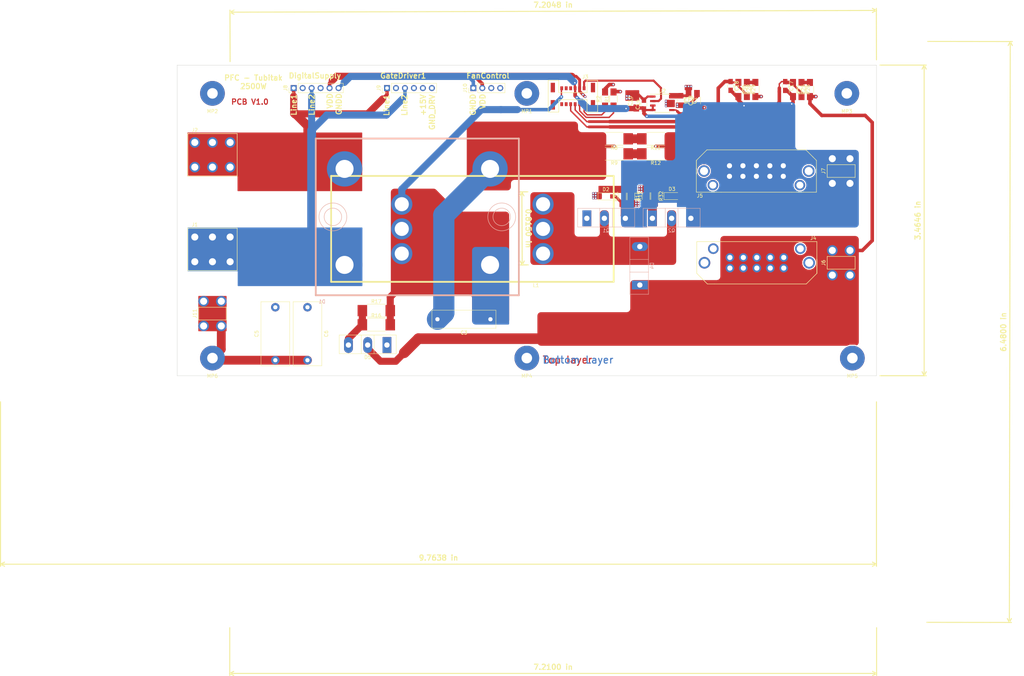
<source format=kicad_pcb>
(kicad_pcb (version 4) (host pcbnew 4.0.7)

  (general
    (links 127)
    (no_connects 18)
    (area 49.949999 69.549999 298.050001 157.650001)
    (thickness 1.6)
    (drawings 34)
    (tracks 414)
    (zones 0)
    (modules 54)
    (nets 40)
  )

  (page A3)
  (layers
    (0 F.Cu mixed)
    (1 In1.Cu power)
    (2 In2.Cu power)
    (31 B.Cu mixed)
    (32 B.Adhes user)
    (33 F.Adhes user)
    (34 B.Paste user)
    (35 F.Paste user)
    (36 B.SilkS user)
    (37 F.SilkS user)
    (38 B.Mask user)
    (39 F.Mask user)
    (40 Dwgs.User user)
    (41 Cmts.User user)
    (42 Eco1.User user)
    (43 Eco2.User user)
    (44 Edge.Cuts user)
    (45 Margin user)
    (46 B.CrtYd user hide)
    (47 F.CrtYd user hide)
    (48 B.Fab user hide)
    (49 F.Fab user hide)
  )

  (setup
    (last_trace_width 0.25)
    (trace_clearance 0.3)
    (zone_clearance 0.01)
    (zone_45_only yes)
    (trace_min 0.2)
    (segment_width 0.2)
    (edge_width 0.1)
    (via_size 0.6)
    (via_drill 0.4)
    (via_min_size 0.4)
    (via_min_drill 0.3)
    (uvia_size 0.3)
    (uvia_drill 0.1)
    (uvias_allowed no)
    (uvia_min_size 0.2)
    (uvia_min_drill 0.1)
    (pcb_text_width 0.3)
    (pcb_text_size 1.5 1.5)
    (mod_edge_width 0.15)
    (mod_text_size 1 1)
    (mod_text_width 0.15)
    (pad_size 7 7)
    (pad_drill 3)
    (pad_to_mask_clearance 0)
    (aux_axis_origin 37.5 290.6)
    (visible_elements 7FFCEFBF)
    (pcbplotparams
      (layerselection 0x00030_80000001)
      (usegerberextensions false)
      (excludeedgelayer true)
      (linewidth 0.100000)
      (plotframeref false)
      (viasonmask false)
      (mode 1)
      (useauxorigin false)
      (hpglpennumber 1)
      (hpglpenspeed 20)
      (hpglpendiameter 15)
      (hpglpenoverlay 2)
      (psnegative false)
      (psa4output false)
      (plotreference true)
      (plotvalue true)
      (plotinvisibletext false)
      (padsonsilk false)
      (subtractmaskfromsilk false)
      (outputformat 1)
      (mirror false)
      (drillshape 0)
      (scaleselection 1)
      (outputdirectory ""))
  )

  (net 0 "")
  (net 1 GNDA)
  (net 2 "Net-(R11-Pad2)")
  (net 3 "Net-(R12-Pad2)")
  (net 4 "Net-(R25-Pad2)")
  (net 5 "Net-(R28-Pad2)")
  (net 6 /Bridge-)
  (net 7 /Vout+)
  (net 8 /CrtPad)
  (net 9 "Net-(D5-Pad3)")
  (net 10 /15V/1)
  (net 11 VDD)
  (net 12 Vin_Sens)
  (net 13 Isens-)
  (net 14 Vout)
  (net 15 Isens+)
  (net 16 Vop)
  (net 17 Gate_Drv)
  (net 18 /Gate1)
  (net 19 /Gate2)
  (net 20 /Drv_Out)
  (net 21 /GND_DRV1)
  (net 22 /Line1)
  (net 23 /Line2)
  (net 24 Earth)
  (net 25 "Net-(J3-Pad4)")
  (net 26 "Net-(J3-Pad5)")
  (net 27 "Net-(J3-Pad7)")
  (net 28 "Net-(J3-Pad8)")
  (net 29 "Net-(J8-Pad2)")
  (net 30 "Net-(J8-Pad4)")
  (net 31 "Net-(J9-Pad2)")
  (net 32 "Net-(J9-Pad4)")
  (net 33 /FAN2)
  (net 34 /FAN1)
  (net 35 "Net-(MP1-Pad1)")
  (net 36 "Net-(MP2-Pad1)")
  (net 37 "Net-(MP3-Pad1)")
  (net 38 "Net-(MP4-Pad1)")
  (net 39 "Net-(MP5-Pad1)")

  (net_class Default "This is the default net class."
    (clearance 0.3)
    (trace_width 0.25)
    (via_dia 0.6)
    (via_drill 0.4)
    (uvia_dia 0.3)
    (uvia_drill 0.1)
    (add_net /15V/1)
    (add_net /Bridge-)
    (add_net /Drv_Out)
    (add_net /FAN1)
    (add_net /FAN2)
    (add_net /GND_DRV1)
    (add_net /Gate1)
    (add_net /Gate2)
    (add_net /Line1)
    (add_net /Line2)
    (add_net Earth)
    (add_net GNDA)
    (add_net Gate_Drv)
    (add_net Isens+)
    (add_net Isens-)
    (add_net "Net-(D5-Pad3)")
    (add_net "Net-(J3-Pad4)")
    (add_net "Net-(J3-Pad5)")
    (add_net "Net-(J3-Pad7)")
    (add_net "Net-(J3-Pad8)")
    (add_net "Net-(J8-Pad2)")
    (add_net "Net-(J8-Pad4)")
    (add_net "Net-(J9-Pad2)")
    (add_net "Net-(J9-Pad4)")
    (add_net "Net-(MP1-Pad1)")
    (add_net "Net-(MP2-Pad1)")
    (add_net "Net-(MP3-Pad1)")
    (add_net "Net-(MP4-Pad1)")
    (add_net "Net-(MP5-Pad1)")
    (add_net "Net-(R11-Pad2)")
    (add_net "Net-(R12-Pad2)")
    (add_net "Net-(R25-Pad2)")
    (add_net "Net-(R28-Pad2)")
    (add_net VDD)
    (add_net Vin_Sens)
    (add_net Vop)
    (add_net Vout)
  )

  (net_class Bridge ""
    (clearance 0.8)
    (trace_width 1)
    (via_dia 0.6)
    (via_drill 0.4)
    (uvia_dia 0.3)
    (uvia_drill 0.1)
  )

  (net_class GNDA ""
    (clearance 0.3)
    (trace_width 2)
    (via_dia 0.6)
    (via_drill 0.4)
    (uvia_dia 0.3)
    (uvia_drill 0.1)
  )

  (net_class Phase ""
    (clearance 0.8)
    (trace_width 0.3)
    (via_dia 0.6)
    (via_drill 0.4)
    (uvia_dia 0.3)
    (uvia_drill 0.1)
  )

  (net_class PowerTraces ""
    (clearance 1)
    (trace_width 1)
    (via_dia 0.6)
    (via_drill 0.4)
    (uvia_dia 0.3)
    (uvia_drill 0.1)
    (add_net /CrtPad)
    (add_net /Vout+)
  )

  (module NamchoLibs:Hirose_FX30B_5P_DSA (layer F.Cu) (tedit 5AF77405) (tstamp 5AF82E10)
    (at 264 99.6 180)
    (path /5AF76E69)
    (fp_text reference J5 (at 16 -7 180) (layer F.SilkS)
      (effects (font (size 1 1) (thickness 0.15)))
    )
    (fp_text value Conn_02x05_Top_Bottom (at 0 7 180) (layer F.Fab)
      (effects (font (size 1 1) (thickness 0.15)))
    )
    (fp_line (start -14 6) (end -12 6) (layer F.SilkS) (width 0.15))
    (fp_line (start -16 4) (end -14 6) (layer F.SilkS) (width 0.15))
    (fp_line (start 14 6) (end -12 6) (layer F.SilkS) (width 0.15))
    (fp_line (start 16 4) (end 14 6) (layer F.SilkS) (width 0.15))
    (fp_line (start 17 3) (end 16 4) (layer F.SilkS) (width 0.15))
    (fp_line (start -10 -6) (end 10 -6) (layer F.SilkS) (width 0.15))
    (fp_line (start -17 3) (end -16 4) (layer F.SilkS) (width 0.15))
    (fp_line (start 10 -6) (end 17 -6) (layer F.SilkS) (width 0.15))
    (fp_line (start -17 -6) (end -10 -6) (layer F.SilkS) (width 0.15))
    (fp_line (start 17 -6) (end 17 3) (layer F.SilkS) (width 0.15))
    (fp_line (start 17 -1) (end 17 3) (layer F.SilkS) (width 0.15))
    (fp_line (start -17 -6) (end -17 3) (layer F.SilkS) (width 0.15))
    (pad 1 thru_hole circle (at 7.62 -1.5 180) (size 2.45 2.45) (drill 1.45) (layers *.Cu *.Mask)
      (net 1 GNDA))
    (pad 2 thru_hole circle (at 3.81 -1.5 180) (size 2.45 2.45) (drill 1.45) (layers *.Cu *.Mask)
      (net 1 GNDA))
    (pad 3 thru_hole circle (at 0 -1.5 180) (size 2.45 2.45) (drill 1.45) (layers *.Cu *.Mask)
      (net 1 GNDA))
    (pad 4 thru_hole circle (at -3.81 -1.5 180) (size 2.45 2.45) (drill 1.45) (layers *.Cu *.Mask)
      (net 1 GNDA))
    (pad 5 thru_hole circle (at -7.62 -1.5 180) (size 2.45 2.45) (drill 1.45) (layers *.Cu *.Mask)
      (net 1 GNDA))
    (pad 6 thru_hole circle (at -7.62 1.5 180) (size 2.45 2.45) (drill 1.45) (layers *.Cu *.Mask)
      (net 1 GNDA))
    (pad 7 thru_hole circle (at -3.81 1.5 180) (size 2.45 2.45) (drill 1.45) (layers *.Cu *.Mask)
      (net 1 GNDA))
    (pad 8 thru_hole circle (at 0 1.5 180) (size 2.45 2.45) (drill 1.45) (layers *.Cu *.Mask)
      (net 1 GNDA))
    (pad 9 thru_hole circle (at 3.81 1.5 180) (size 2.45 2.45) (drill 1.45) (layers *.Cu *.Mask)
      (net 1 GNDA))
    (pad 10 thru_hole circle (at 7.62 1.5 180) (size 2.45 2.45) (drill 1.45) (layers *.Cu *.Mask)
      (net 1 GNDA))
    (pad "" np_thru_hole circle (at 14.82 0 180) (size 3.3 3.3) (drill 2.3) (layers *.Cu *.Mask))
    (pad "" np_thru_hole circle (at -14.82 0 180) (size 3.3 3.3) (drill 2.3) (layers *.Cu *.Mask))
    (pad "" np_thru_hole circle (at 12.32 -4 180) (size 3 3) (drill 2) (layers *.Cu *.Mask))
    (pad "" np_thru_hole circle (at -12.32 -4 180) (size 3 3) (drill 2) (layers *.Cu *.Mask))
  )

  (module Resistors_SMD:R_1206_HandSoldering placed (layer F.Cu) (tedit 58E0A804) (tstamp 5A95F905)
    (at 276.767012 76.507025 270)
    (descr "Resistor SMD 1206, hand soldering")
    (tags "resistor 1206")
    (path /5A92A41F)
    (attr smd)
    (fp_text reference R26 (at 0 -1.85 270) (layer F.SilkS)
      (effects (font (size 1 1) (thickness 0.15)))
    )
    (fp_text value R_Small (at 0 1.9 270) (layer F.Fab)
      (effects (font (size 1 1) (thickness 0.15)))
    )
    (fp_text user %R (at 0 0 270) (layer F.Fab)
      (effects (font (size 0.7 0.7) (thickness 0.105)))
    )
    (fp_line (start -1.6 0.8) (end -1.6 -0.8) (layer F.Fab) (width 0.1))
    (fp_line (start 1.6 0.8) (end -1.6 0.8) (layer F.Fab) (width 0.1))
    (fp_line (start 1.6 -0.8) (end 1.6 0.8) (layer F.Fab) (width 0.1))
    (fp_line (start -1.6 -0.8) (end 1.6 -0.8) (layer F.Fab) (width 0.1))
    (fp_line (start 1 1.07) (end -1 1.07) (layer F.SilkS) (width 0.12))
    (fp_line (start -1 -1.07) (end 1 -1.07) (layer F.SilkS) (width 0.12))
    (fp_line (start -3.25 -1.11) (end 3.25 -1.11) (layer F.CrtYd) (width 0.05))
    (fp_line (start -3.25 -1.11) (end -3.25 1.1) (layer F.CrtYd) (width 0.05))
    (fp_line (start 3.25 1.1) (end 3.25 -1.11) (layer F.CrtYd) (width 0.05))
    (fp_line (start 3.25 1.1) (end -3.25 1.1) (layer F.CrtYd) (width 0.05))
    (pad 1 smd rect (at -2 0 270) (size 2 1.7) (layers F.Cu F.Paste F.Mask)
      (net 4 "Net-(R25-Pad2)"))
    (pad 2 smd rect (at 2 0 270) (size 2 1.7) (layers F.Cu F.Paste F.Mask)
      (net 14 Vout))
    (model ${KISYS3DMOD}/Resistors_SMD.3dshapes/R_1206.wrl
      (at (xyz 0 0 0))
      (scale (xyz 1 1 1))
      (rotate (xyz 0 0 0))
    )
  )

  (module Resistors_SMD:R_1206_HandSoldering placed (layer F.Cu) (tedit 58E0A804) (tstamp 5A95F90B)
    (at 274.367011 76.507026 270)
    (descr "Resistor SMD 1206, hand soldering")
    (tags "resistor 1206")
    (path /5A92A40F)
    (attr smd)
    (fp_text reference R27 (at 0 -1.85 270) (layer F.SilkS)
      (effects (font (size 1 1) (thickness 0.15)))
    )
    (fp_text value R_Small (at 0 1.9 270) (layer F.Fab)
      (effects (font (size 1 1) (thickness 0.15)))
    )
    (fp_text user %R (at 0 0 270) (layer F.Fab)
      (effects (font (size 0.7 0.7) (thickness 0.105)))
    )
    (fp_line (start -1.6 0.8) (end -1.6 -0.8) (layer F.Fab) (width 0.1))
    (fp_line (start 1.6 0.8) (end -1.6 0.8) (layer F.Fab) (width 0.1))
    (fp_line (start 1.6 -0.8) (end 1.6 0.8) (layer F.Fab) (width 0.1))
    (fp_line (start -1.6 -0.8) (end 1.6 -0.8) (layer F.Fab) (width 0.1))
    (fp_line (start 1 1.07) (end -1 1.07) (layer F.SilkS) (width 0.12))
    (fp_line (start -1 -1.07) (end 1 -1.07) (layer F.SilkS) (width 0.12))
    (fp_line (start -3.25 -1.11) (end 3.25 -1.11) (layer F.CrtYd) (width 0.05))
    (fp_line (start -3.25 -1.11) (end -3.25 1.1) (layer F.CrtYd) (width 0.05))
    (fp_line (start 3.25 1.1) (end 3.25 -1.11) (layer F.CrtYd) (width 0.05))
    (fp_line (start 3.25 1.1) (end -3.25 1.1) (layer F.CrtYd) (width 0.05))
    (pad 1 smd rect (at -2 0 270) (size 2 1.7) (layers F.Cu F.Paste F.Mask)
      (net 14 Vout))
    (pad 2 smd rect (at 2 0 270) (size 2 1.7) (layers F.Cu F.Paste F.Mask)
      (net 1 GNDA))
    (model ${KISYS3DMOD}/Resistors_SMD.3dshapes/R_1206.wrl
      (at (xyz 0 0 0))
      (scale (xyz 1 1 1))
      (rotate (xyz 0 0 0))
    )
  )

  (module TO_SOT_Packages_THT:TO-247_TO-3P_Vertical placed (layer B.Cu) (tedit 5A97CDE6) (tstamp 5A95F862)
    (at 216 113)
    (descr "TO-247, Vertical, RM 5.45mm, TO-3P")
    (tags "TO-247 Vertical RM 5.45mm TO-3P")
    (path /5B3035DE)
    (fp_text reference Q1 (at 5.45 3.45) (layer B.SilkS)
      (effects (font (size 1 1) (thickness 0.15)) (justify mirror))
    )
    (fp_text value Q_NMOS_GDS (at 5.45 -6.07) (layer B.Fab)
      (effects (font (size 1 1) (thickness 0.15)) (justify mirror))
    )
    (fp_text user %R (at 5.45 3.45) (layer B.Fab)
      (effects (font (size 1 1) (thickness 0.15)) (justify mirror))
    )
    (fp_line (start -2.5 2.33) (end -2.5 -2.7) (layer B.Fab) (width 0.1))
    (fp_line (start -2.5 -2.7) (end 13.4 -2.7) (layer B.Fab) (width 0.1))
    (fp_line (start 13.4 -2.7) (end 13.4 2.33) (layer B.Fab) (width 0.1))
    (fp_line (start 13.4 2.33) (end -2.5 2.33) (layer B.Fab) (width 0.1))
    (fp_line (start 3.645 2.33) (end 3.645 -2.7) (layer B.Fab) (width 0.1))
    (fp_line (start 7.255 2.33) (end 7.255 -2.7) (layer B.Fab) (width 0.1))
    (fp_line (start -2.62 2.451) (end 13.52 2.451) (layer B.SilkS) (width 0.12))
    (fp_line (start -2.62 -2.82) (end 13.52 -2.82) (layer B.SilkS) (width 0.12))
    (fp_line (start -2.62 2.451) (end -2.62 -2.82) (layer B.SilkS) (width 0.12))
    (fp_line (start 13.52 2.451) (end 13.52 -2.82) (layer B.SilkS) (width 0.12))
    (fp_line (start 3.646 2.451) (end 3.646 -2.82) (layer B.SilkS) (width 0.12))
    (fp_line (start 7.255 2.451) (end 7.255 -2.82) (layer B.SilkS) (width 0.12))
    (fp_line (start -2.75 2.59) (end -2.75 -2.95) (layer B.CrtYd) (width 0.05))
    (fp_line (start -2.75 -2.95) (end 13.65 -2.95) (layer B.CrtYd) (width 0.05))
    (fp_line (start 13.65 -2.95) (end 13.65 2.59) (layer B.CrtYd) (width 0.05))
    (fp_line (start 13.65 2.59) (end -2.75 2.59) (layer B.CrtYd) (width 0.05))
    (pad 1 thru_hole rect (at 0 0) (size 2.5 4.5) (drill 1.5) (layers *.Cu *.Mask)
      (net 18 /Gate1))
    (pad 2 thru_hole oval (at 4.95 0) (size 2.5 4.5) (drill 1.5) (layers *.Cu *.Mask)
      (net 8 /CrtPad))
    (pad 3 thru_hole oval (at 10.9 0) (size 2.5 4.5) (drill 1.5) (layers *.Cu *.Mask)
      (net 1 GNDA))
    (model ${KISYS3DMOD}/TO_SOT_Packages_THT.3dshapes/TO-247_TO-3P_Vertical.wrl
      (at (xyz 0.212598 0 0))
      (scale (xyz 1 1 1))
      (rotate (xyz 0 0 0))
    )
    (model Package_TO_SOT_THT.3dshapes/TO-247-3_Vertical.wrl
      (at (xyz 0 0 0))
      (scale (xyz 1 1 1))
      (rotate (xyz 0 0 0))
    )
  )

  (module Capacitors_SMD:C_1206_HandSoldering (layer F.Cu) (tedit 58AA84D1) (tstamp 5A988A3F)
    (at 247.17 79.63 90)
    (descr "Capacitor SMD 1206, hand soldering")
    (tags "capacitor 1206")
    (path /5A9DF3A1)
    (attr smd)
    (fp_text reference C28 (at 0 -1.75 90) (layer F.SilkS)
      (effects (font (size 1 1) (thickness 0.15)))
    )
    (fp_text value 1u (at 0 2 90) (layer F.Fab)
      (effects (font (size 1 1) (thickness 0.15)))
    )
    (fp_text user %R (at 0 -1.75 90) (layer F.Fab)
      (effects (font (size 1 1) (thickness 0.15)))
    )
    (fp_line (start -1.6 0.8) (end -1.6 -0.8) (layer F.Fab) (width 0.1))
    (fp_line (start 1.6 0.8) (end -1.6 0.8) (layer F.Fab) (width 0.1))
    (fp_line (start 1.6 -0.8) (end 1.6 0.8) (layer F.Fab) (width 0.1))
    (fp_line (start -1.6 -0.8) (end 1.6 -0.8) (layer F.Fab) (width 0.1))
    (fp_line (start 1 -1.02) (end -1 -1.02) (layer F.SilkS) (width 0.12))
    (fp_line (start -1 1.02) (end 1 1.02) (layer F.SilkS) (width 0.12))
    (fp_line (start -3.25 -1.05) (end 3.25 -1.05) (layer F.CrtYd) (width 0.05))
    (fp_line (start -3.25 -1.05) (end -3.25 1.05) (layer F.CrtYd) (width 0.05))
    (fp_line (start 3.25 1.05) (end 3.25 -1.05) (layer F.CrtYd) (width 0.05))
    (fp_line (start 3.25 1.05) (end -3.25 1.05) (layer F.CrtYd) (width 0.05))
    (pad 1 smd rect (at -2 0 90) (size 2 1.6) (layers F.Cu F.Paste F.Mask)
      (net 10 /15V/1))
    (pad 2 smd rect (at 2 0 90) (size 2 1.6) (layers F.Cu F.Paste F.Mask)
      (net 1 GNDA))
    (model Capacitors_SMD.3dshapes/C_1206.wrl
      (at (xyz 0 0 0))
      (scale (xyz 1 1 1))
      (rotate (xyz 0 0 0))
    )
  )

  (module Resistors_SMD:R_1206_HandSoldering placed (layer F.Cu) (tedit 58E0A804) (tstamp 5A95F8FF)
    (at 279.167012 76.507026 90)
    (descr "Resistor SMD 1206, hand soldering")
    (tags "resistor 1206")
    (path /5A92A409)
    (attr smd)
    (fp_text reference R25 (at 0 -1.85 90) (layer F.SilkS)
      (effects (font (size 1 1) (thickness 0.15)))
    )
    (fp_text value R_Small (at 0 1.9 90) (layer F.Fab)
      (effects (font (size 1 1) (thickness 0.15)))
    )
    (fp_text user %R (at 0 0 90) (layer F.Fab)
      (effects (font (size 0.7 0.7) (thickness 0.105)))
    )
    (fp_line (start -1.6 0.8) (end -1.6 -0.8) (layer F.Fab) (width 0.1))
    (fp_line (start 1.6 0.8) (end -1.6 0.8) (layer F.Fab) (width 0.1))
    (fp_line (start 1.6 -0.8) (end 1.6 0.8) (layer F.Fab) (width 0.1))
    (fp_line (start -1.6 -0.8) (end 1.6 -0.8) (layer F.Fab) (width 0.1))
    (fp_line (start 1 1.07) (end -1 1.07) (layer F.SilkS) (width 0.12))
    (fp_line (start -1 -1.07) (end 1 -1.07) (layer F.SilkS) (width 0.12))
    (fp_line (start -3.25 -1.11) (end 3.25 -1.11) (layer F.CrtYd) (width 0.05))
    (fp_line (start -3.25 -1.11) (end -3.25 1.1) (layer F.CrtYd) (width 0.05))
    (fp_line (start 3.25 1.1) (end 3.25 -1.11) (layer F.CrtYd) (width 0.05))
    (fp_line (start 3.25 1.1) (end -3.25 1.1) (layer F.CrtYd) (width 0.05))
    (pad 1 smd rect (at -2 0 90) (size 2 1.7) (layers F.Cu F.Paste F.Mask)
      (net 7 /Vout+))
    (pad 2 smd rect (at 2 0 90) (size 2 1.7) (layers F.Cu F.Paste F.Mask)
      (net 4 "Net-(R25-Pad2)"))
    (model ${KISYS3DMOD}/Resistors_SMD.3dshapes/R_1206.wrl
      (at (xyz 0 0 0))
      (scale (xyz 1 1 1))
      (rotate (xyz 0 0 0))
    )
  )

  (module Resistors_SMD:R_1206_HandSoldering placed (layer F.Cu) (tedit 58E0A804) (tstamp 5A95F911)
    (at 263.7079 76.490434 90)
    (descr "Resistor SMD 1206, hand soldering")
    (tags "resistor 1206")
    (path /5A5FB5A1)
    (attr smd)
    (fp_text reference R28 (at 0 -1.85 90) (layer F.SilkS)
      (effects (font (size 1 1) (thickness 0.15)))
    )
    (fp_text value R_Small (at 0 1.9 90) (layer F.Fab)
      (effects (font (size 1 1) (thickness 0.15)))
    )
    (fp_text user %R (at 0 0 90) (layer F.Fab)
      (effects (font (size 0.7 0.7) (thickness 0.105)))
    )
    (fp_line (start -1.6 0.8) (end -1.6 -0.8) (layer F.Fab) (width 0.1))
    (fp_line (start 1.6 0.8) (end -1.6 0.8) (layer F.Fab) (width 0.1))
    (fp_line (start 1.6 -0.8) (end 1.6 0.8) (layer F.Fab) (width 0.1))
    (fp_line (start -1.6 -0.8) (end 1.6 -0.8) (layer F.Fab) (width 0.1))
    (fp_line (start 1 1.07) (end -1 1.07) (layer F.SilkS) (width 0.12))
    (fp_line (start -1 -1.07) (end 1 -1.07) (layer F.SilkS) (width 0.12))
    (fp_line (start -3.25 -1.11) (end 3.25 -1.11) (layer F.CrtYd) (width 0.05))
    (fp_line (start -3.25 -1.11) (end -3.25 1.1) (layer F.CrtYd) (width 0.05))
    (fp_line (start 3.25 1.1) (end 3.25 -1.11) (layer F.CrtYd) (width 0.05))
    (fp_line (start 3.25 1.1) (end -3.25 1.1) (layer F.CrtYd) (width 0.05))
    (pad 1 smd rect (at -2 0 90) (size 2 1.7) (layers F.Cu F.Paste F.Mask)
      (net 7 /Vout+))
    (pad 2 smd rect (at 2 0 90) (size 2 1.7) (layers F.Cu F.Paste F.Mask)
      (net 5 "Net-(R28-Pad2)"))
    (model ${KISYS3DMOD}/Resistors_SMD.3dshapes/R_1206.wrl
      (at (xyz 0 0 0))
      (scale (xyz 1 1 1))
      (rotate (xyz 0 0 0))
    )
  )

  (module Resistors_SMD:R_1206_HandSoldering placed (layer F.Cu) (tedit 58E0A804) (tstamp 5A980FAC)
    (at 258.907901 76.490432 270)
    (descr "Resistor SMD 1206, hand soldering")
    (tags "resistor 1206")
    (path /5A5FBAF8)
    (attr smd)
    (fp_text reference R30 (at 0 -1.85 270) (layer F.SilkS)
      (effects (font (size 1 1) (thickness 0.15)))
    )
    (fp_text value R_Small (at 0 1.9 270) (layer F.Fab)
      (effects (font (size 1 1) (thickness 0.15)))
    )
    (fp_text user %R (at 0 0 270) (layer F.Fab)
      (effects (font (size 0.7 0.7) (thickness 0.105)))
    )
    (fp_line (start -1.6 0.8) (end -1.6 -0.8) (layer F.Fab) (width 0.1))
    (fp_line (start 1.6 0.8) (end -1.6 0.8) (layer F.Fab) (width 0.1))
    (fp_line (start 1.6 -0.8) (end 1.6 0.8) (layer F.Fab) (width 0.1))
    (fp_line (start -1.6 -0.8) (end 1.6 -0.8) (layer F.Fab) (width 0.1))
    (fp_line (start 1 1.07) (end -1 1.07) (layer F.SilkS) (width 0.12))
    (fp_line (start -1 -1.07) (end 1 -1.07) (layer F.SilkS) (width 0.12))
    (fp_line (start -3.25 -1.11) (end 3.25 -1.11) (layer F.CrtYd) (width 0.05))
    (fp_line (start -3.25 -1.11) (end -3.25 1.1) (layer F.CrtYd) (width 0.05))
    (fp_line (start 3.25 1.1) (end 3.25 -1.11) (layer F.CrtYd) (width 0.05))
    (fp_line (start 3.25 1.1) (end -3.25 1.1) (layer F.CrtYd) (width 0.05))
    (pad 1 smd rect (at -2 0 270) (size 2 1.7) (layers F.Cu F.Paste F.Mask)
      (net 16 Vop))
    (pad 2 smd rect (at 2 0 270) (size 2 1.7) (layers F.Cu F.Paste F.Mask)
      (net 1 GNDA))
    (model ${KISYS3DMOD}/Resistors_SMD.3dshapes/R_1206.wrl
      (at (xyz 0 0 0))
      (scale (xyz 1 1 1))
      (rotate (xyz 0 0 0))
    )
  )

  (module Capacitors_SMD:C_0805_HandSoldering placed (layer F.Cu) (tedit 58AA84A8) (tstamp 5A95F74F)
    (at 256.707901 75.490433 270)
    (descr "Capacitor SMD 0805, hand soldering")
    (tags "capacitor 0805")
    (path /5A5FBBA5)
    (attr smd)
    (fp_text reference C18 (at 0 -1.75 270) (layer F.SilkS)
      (effects (font (size 1 1) (thickness 0.15)))
    )
    (fp_text value C_Small (at 0 1.75 270) (layer F.Fab)
      (effects (font (size 1 1) (thickness 0.15)))
    )
    (fp_text user %R (at 0 -1.75 270) (layer F.Fab)
      (effects (font (size 1 1) (thickness 0.15)))
    )
    (fp_line (start -1 0.62) (end -1 -0.62) (layer F.Fab) (width 0.1))
    (fp_line (start 1 0.62) (end -1 0.62) (layer F.Fab) (width 0.1))
    (fp_line (start 1 -0.62) (end 1 0.62) (layer F.Fab) (width 0.1))
    (fp_line (start -1 -0.62) (end 1 -0.62) (layer F.Fab) (width 0.1))
    (fp_line (start 0.5 -0.85) (end -0.5 -0.85) (layer F.SilkS) (width 0.12))
    (fp_line (start -0.5 0.85) (end 0.5 0.85) (layer F.SilkS) (width 0.12))
    (fp_line (start -2.25 -0.88) (end 2.25 -0.88) (layer F.CrtYd) (width 0.05))
    (fp_line (start -2.25 -0.88) (end -2.25 0.87) (layer F.CrtYd) (width 0.05))
    (fp_line (start 2.25 0.87) (end 2.25 -0.88) (layer F.CrtYd) (width 0.05))
    (fp_line (start 2.25 0.87) (end -2.25 0.87) (layer F.CrtYd) (width 0.05))
    (pad 1 smd rect (at -1.25 0 270) (size 1.5 1.25) (layers F.Cu F.Paste F.Mask)
      (net 16 Vop))
    (pad 2 smd rect (at 1.25 0 270) (size 1.5 1.25) (layers F.Cu F.Paste F.Mask)
      (net 1 GNDA))
    (model Capacitors_SMD.3dshapes/C_0805.wrl
      (at (xyz 0 0 0))
      (scale (xyz 1 1 1))
      (rotate (xyz 0 0 0))
    )
  )

  (module Capacitors_SMD:C_0805_HandSoldering placed (layer F.Cu) (tedit 58AA84A8) (tstamp 5A95F749)
    (at 272.167011 75.507026 270)
    (descr "Capacitor SMD 0805, hand soldering")
    (tags "capacitor 0805")
    (path /5A92A415)
    (attr smd)
    (fp_text reference C17 (at 0 -1.75 270) (layer F.SilkS)
      (effects (font (size 1 1) (thickness 0.15)))
    )
    (fp_text value C_Small (at 0 1.75 270) (layer F.Fab)
      (effects (font (size 1 1) (thickness 0.15)))
    )
    (fp_text user %R (at 0 -1.75 270) (layer F.Fab)
      (effects (font (size 1 1) (thickness 0.15)))
    )
    (fp_line (start -1 0.62) (end -1 -0.62) (layer F.Fab) (width 0.1))
    (fp_line (start 1 0.62) (end -1 0.62) (layer F.Fab) (width 0.1))
    (fp_line (start 1 -0.62) (end 1 0.62) (layer F.Fab) (width 0.1))
    (fp_line (start -1 -0.62) (end 1 -0.62) (layer F.Fab) (width 0.1))
    (fp_line (start 0.5 -0.85) (end -0.5 -0.85) (layer F.SilkS) (width 0.12))
    (fp_line (start -0.5 0.85) (end 0.5 0.85) (layer F.SilkS) (width 0.12))
    (fp_line (start -2.25 -0.88) (end 2.25 -0.88) (layer F.CrtYd) (width 0.05))
    (fp_line (start -2.25 -0.88) (end -2.25 0.87) (layer F.CrtYd) (width 0.05))
    (fp_line (start 2.25 0.87) (end 2.25 -0.88) (layer F.CrtYd) (width 0.05))
    (fp_line (start 2.25 0.87) (end -2.25 0.87) (layer F.CrtYd) (width 0.05))
    (pad 1 smd rect (at -1.25 0 270) (size 1.5 1.25) (layers F.Cu F.Paste F.Mask)
      (net 14 Vout))
    (pad 2 smd rect (at 1.25 0 270) (size 1.5 1.25) (layers F.Cu F.Paste F.Mask)
      (net 1 GNDA))
    (model Capacitors_SMD.3dshapes/C_0805.wrl
      (at (xyz 0 0 0))
      (scale (xyz 1 1 1))
      (rotate (xyz 0 0 0))
    )
  )

  (module Resistors_SMD:R_1206_HandSoldering placed (layer F.Cu) (tedit 58E0A804) (tstamp 5A95F917)
    (at 261.307902 76.490434 270)
    (descr "Resistor SMD 1206, hand soldering")
    (tags "resistor 1206")
    (path /5A924165)
    (attr smd)
    (fp_text reference R29 (at 0 -1.85 270) (layer F.SilkS)
      (effects (font (size 1 1) (thickness 0.15)))
    )
    (fp_text value R_Small (at 0 1.9 270) (layer F.Fab)
      (effects (font (size 1 1) (thickness 0.15)))
    )
    (fp_text user %R (at 0 0 270) (layer F.Fab)
      (effects (font (size 0.7 0.7) (thickness 0.105)))
    )
    (fp_line (start -1.6 0.8) (end -1.6 -0.8) (layer F.Fab) (width 0.1))
    (fp_line (start 1.6 0.8) (end -1.6 0.8) (layer F.Fab) (width 0.1))
    (fp_line (start 1.6 -0.8) (end 1.6 0.8) (layer F.Fab) (width 0.1))
    (fp_line (start -1.6 -0.8) (end 1.6 -0.8) (layer F.Fab) (width 0.1))
    (fp_line (start 1 1.07) (end -1 1.07) (layer F.SilkS) (width 0.12))
    (fp_line (start -1 -1.07) (end 1 -1.07) (layer F.SilkS) (width 0.12))
    (fp_line (start -3.25 -1.11) (end 3.25 -1.11) (layer F.CrtYd) (width 0.05))
    (fp_line (start -3.25 -1.11) (end -3.25 1.1) (layer F.CrtYd) (width 0.05))
    (fp_line (start 3.25 1.1) (end 3.25 -1.11) (layer F.CrtYd) (width 0.05))
    (fp_line (start 3.25 1.1) (end -3.25 1.1) (layer F.CrtYd) (width 0.05))
    (pad 1 smd rect (at -2 0 270) (size 2 1.7) (layers F.Cu F.Paste F.Mask)
      (net 5 "Net-(R28-Pad2)"))
    (pad 2 smd rect (at 2 0 270) (size 2 1.7) (layers F.Cu F.Paste F.Mask)
      (net 16 Vop))
    (model ${KISYS3DMOD}/Resistors_SMD.3dshapes/R_1206.wrl
      (at (xyz 0 0 0))
      (scale (xyz 1 1 1))
      (rotate (xyz 0 0 0))
    )
  )

  (module NamchoLibs:SCREW_3mm placed (layer F.Cu) (tedit 57AF467C) (tstamp 5A95F7FA)
    (at 199 77.6 180)
    (path /5A95EF08)
    (fp_text reference MP1 (at 0 -5.08 180) (layer F.SilkS)
      (effects (font (size 1 1) (thickness 0.15)))
    )
    (fp_text value SCREW (at 0 5.08 180) (layer F.Fab)
      (effects (font (size 1 1) (thickness 0.15)))
    )
    (pad 1 thru_hole circle (at 0 0 180) (size 7 7) (drill 3) (layers *.Cu *.Mask)
      (net 35 "Net-(MP1-Pad1)"))
  )

  (module NamchoLibs:SCREW_3mm placed (layer F.Cu) (tedit 57AF467C) (tstamp 5A95F7FF)
    (at 110 77.6 180)
    (path /5A95EAC4)
    (fp_text reference MP2 (at 0 -5.08 180) (layer F.SilkS)
      (effects (font (size 1 1) (thickness 0.15)))
    )
    (fp_text value SCREW (at 0 5.08 180) (layer F.Fab)
      (effects (font (size 1 1) (thickness 0.15)))
    )
    (pad 1 thru_hole circle (at 0 0 180) (size 7 7) (drill 3) (layers *.Cu *.Mask)
      (net 36 "Net-(MP2-Pad1)"))
  )

  (module NamchoLibs:SCREW_3mm placed (layer F.Cu) (tedit 57AF467C) (tstamp 5A95F804)
    (at 289.6 77.6 180)
    (path /5A95E419)
    (fp_text reference MP3 (at 0 -5.08 180) (layer F.SilkS)
      (effects (font (size 1 1) (thickness 0.15)))
    )
    (fp_text value SCREW (at 0 5.08 180) (layer F.Fab)
      (effects (font (size 1 1) (thickness 0.15)))
    )
    (pad 1 thru_hole circle (at 0 0 180) (size 7 7) (drill 3) (layers *.Cu *.Mask)
      (net 37 "Net-(MP3-Pad1)"))
  )

  (module NamchoLibs:SCREW_3mm placed (layer F.Cu) (tedit 57AF467C) (tstamp 5A95F809)
    (at 199 152.6 180)
    (path /5A95EDF4)
    (fp_text reference MP4 (at 0 -5.08 180) (layer F.SilkS)
      (effects (font (size 1 1) (thickness 0.15)))
    )
    (fp_text value SCREW (at 0 5.08 180) (layer F.Fab)
      (effects (font (size 1 1) (thickness 0.15)))
    )
    (pad 1 thru_hole circle (at 0 0 180) (size 7 7) (drill 3) (layers *.Cu *.Mask)
      (net 38 "Net-(MP4-Pad1)"))
  )

  (module NamchoLibs:SCREW_3mm placed (layer F.Cu) (tedit 57AF467C) (tstamp 5A95F80E)
    (at 291.172 152.6 180)
    (path /5A95EBD7)
    (fp_text reference MP5 (at 0 -5.08 180) (layer F.SilkS)
      (effects (font (size 1 1) (thickness 0.15)))
    )
    (fp_text value SCREW (at 0 5.08 180) (layer F.Fab)
      (effects (font (size 1 1) (thickness 0.15)))
    )
    (pad 1 thru_hole circle (at 0 0 180) (size 7 7) (drill 3) (layers *.Cu *.Mask)
      (net 39 "Net-(MP5-Pad1)"))
  )

  (module NamchoLibs:SCREW_3mm placed (layer F.Cu) (tedit 57AF467C) (tstamp 5A95F813)
    (at 110 152.6 180)
    (path /5A95ECE7)
    (fp_text reference MP6 (at 0 -5.08 180) (layer F.SilkS)
      (effects (font (size 1 1) (thickness 0.15)))
    )
    (fp_text value SCREW (at 0 5.08 180) (layer F.Fab)
      (effects (font (size 1 1) (thickness 0.15)))
    )
    (pad 1 thru_hole circle (at 0 0 180) (size 7 7) (drill 3) (layers *.Cu *.Mask)
      (net 24 Earth))
  )

  (module TO_SOT_Packages_THT:TO-247_TO-3P_Vertical placed (layer B.Cu) (tedit 58CE52AE) (tstamp 5A95F869)
    (at 234.55 113)
    (descr "TO-247, Vertical, RM 5.45mm, TO-3P")
    (tags "TO-247 Vertical RM 5.45mm TO-3P")
    (path /5A91EEAC)
    (fp_text reference Q2 (at 5.45 3.45) (layer B.SilkS)
      (effects (font (size 1 1) (thickness 0.15)) (justify mirror))
    )
    (fp_text value Q_NMOS_GDS (at 5.45 -6.07) (layer B.Fab)
      (effects (font (size 1 1) (thickness 0.15)) (justify mirror))
    )
    (fp_text user %R (at 5.45 3.45) (layer B.Fab)
      (effects (font (size 1 1) (thickness 0.15)) (justify mirror))
    )
    (fp_line (start -2.5 2.33) (end -2.5 -2.7) (layer B.Fab) (width 0.1))
    (fp_line (start -2.5 -2.7) (end 13.4 -2.7) (layer B.Fab) (width 0.1))
    (fp_line (start 13.4 -2.7) (end 13.4 2.33) (layer B.Fab) (width 0.1))
    (fp_line (start 13.4 2.33) (end -2.5 2.33) (layer B.Fab) (width 0.1))
    (fp_line (start 3.645 2.33) (end 3.645 -2.7) (layer B.Fab) (width 0.1))
    (fp_line (start 7.255 2.33) (end 7.255 -2.7) (layer B.Fab) (width 0.1))
    (fp_line (start -2.62 2.451) (end 13.52 2.451) (layer B.SilkS) (width 0.12))
    (fp_line (start -2.62 -2.82) (end 13.52 -2.82) (layer B.SilkS) (width 0.12))
    (fp_line (start -2.62 2.451) (end -2.62 -2.82) (layer B.SilkS) (width 0.12))
    (fp_line (start 13.52 2.451) (end 13.52 -2.82) (layer B.SilkS) (width 0.12))
    (fp_line (start 3.646 2.451) (end 3.646 -2.82) (layer B.SilkS) (width 0.12))
    (fp_line (start 7.255 2.451) (end 7.255 -2.82) (layer B.SilkS) (width 0.12))
    (fp_line (start -2.75 2.59) (end -2.75 -2.95) (layer B.CrtYd) (width 0.05))
    (fp_line (start -2.75 -2.95) (end 13.65 -2.95) (layer B.CrtYd) (width 0.05))
    (fp_line (start 13.65 -2.95) (end 13.65 2.59) (layer B.CrtYd) (width 0.05))
    (fp_line (start 13.65 2.59) (end -2.75 2.59) (layer B.CrtYd) (width 0.05))
    (pad 1 thru_hole rect (at 0 0) (size 2.5 4.5) (drill 1.5) (layers *.Cu *.Mask)
      (net 19 /Gate2))
    (pad 2 thru_hole oval (at 5.45 0) (size 2.5 4.5) (drill 1.5) (layers *.Cu *.Mask)
      (net 8 /CrtPad))
    (pad 3 thru_hole oval (at 10.9 0) (size 2.5 4.5) (drill 1.5) (layers *.Cu *.Mask)
      (net 1 GNDA))
    (model ${KISYS3DMOD}/TO_SOT_Packages_THT.3dshapes/TO-247_TO-3P_Vertical.wrl
      (at (xyz 0.212598 0 0))
      (scale (xyz 1 1 1))
      (rotate (xyz 0 0 0))
    )
    (model Package_TO_SOT_THT.3dshapes/TO-247-3_Vertical.wrl
      (at (xyz 0 0 0))
      (scale (xyz 1 1 1))
      (rotate (xyz 0 0 0))
    )
  )

  (module Resistors_SMD:R_2512_HandSoldering placed (layer F.Cu) (tedit 58E0A804) (tstamp 5A95F899)
    (at 223.755354 90.476204 180)
    (descr "Resistor SMD 2512, hand soldering")
    (tags "resistor 2512")
    (path /5A959508)
    (attr smd)
    (fp_text reference R8 (at 0 -2.6 180) (layer F.SilkS)
      (effects (font (size 1 1) (thickness 0.15)))
    )
    (fp_text value 0.003 (at 0 2.75 180) (layer F.Fab)
      (effects (font (size 1 1) (thickness 0.15)))
    )
    (fp_text user %R (at 0 0 180) (layer F.Fab)
      (effects (font (size 1 1) (thickness 0.15)))
    )
    (fp_line (start -3.15 1.6) (end -3.15 -1.6) (layer F.Fab) (width 0.1))
    (fp_line (start 3.15 1.6) (end -3.15 1.6) (layer F.Fab) (width 0.1))
    (fp_line (start 3.15 -1.6) (end 3.15 1.6) (layer F.Fab) (width 0.1))
    (fp_line (start -3.15 -1.6) (end 3.15 -1.6) (layer F.Fab) (width 0.1))
    (fp_line (start 2.6 1.82) (end -2.6 1.82) (layer F.SilkS) (width 0.12))
    (fp_line (start -2.6 -1.82) (end 2.6 -1.82) (layer F.SilkS) (width 0.12))
    (fp_line (start -5.56 -1.85) (end 5.55 -1.85) (layer F.CrtYd) (width 0.05))
    (fp_line (start -5.56 -1.85) (end -5.56 1.85) (layer F.CrtYd) (width 0.05))
    (fp_line (start 5.55 1.85) (end 5.55 -1.85) (layer F.CrtYd) (width 0.05))
    (fp_line (start 5.55 1.85) (end -5.56 1.85) (layer F.CrtYd) (width 0.05))
    (pad 1 smd rect (at -3.95 0 180) (size 2.7 3.2) (layers F.Cu F.Paste F.Mask)
      (net 2 "Net-(R11-Pad2)"))
    (pad 2 smd rect (at 3.95 0 180) (size 2.7 3.2) (layers F.Cu F.Paste F.Mask)
      (net 6 /Bridge-))
    (model ${KISYS3DMOD}/Resistors_SMD.3dshapes/R_2512.wrl
      (at (xyz 0 0 0))
      (scale (xyz 1 1 1))
      (rotate (xyz 0 0 0))
    )
  )

  (module Resistors_SMD:R_2512_HandSoldering placed (layer F.Cu) (tedit 58E0A804) (tstamp 5A95F89F)
    (at 223.755354 94.726204 180)
    (descr "Resistor SMD 2512, hand soldering")
    (tags "resistor 2512")
    (path /5A9595FF)
    (attr smd)
    (fp_text reference R9 (at 0 -2.6 180) (layer F.SilkS)
      (effects (font (size 1 1) (thickness 0.15)))
    )
    (fp_text value 0.003 (at 0 2.75 180) (layer F.Fab)
      (effects (font (size 1 1) (thickness 0.15)))
    )
    (fp_text user %R (at 0 0 180) (layer F.Fab)
      (effects (font (size 1 1) (thickness 0.15)))
    )
    (fp_line (start -3.15 1.6) (end -3.15 -1.6) (layer F.Fab) (width 0.1))
    (fp_line (start 3.15 1.6) (end -3.15 1.6) (layer F.Fab) (width 0.1))
    (fp_line (start 3.15 -1.6) (end 3.15 1.6) (layer F.Fab) (width 0.1))
    (fp_line (start -3.15 -1.6) (end 3.15 -1.6) (layer F.Fab) (width 0.1))
    (fp_line (start 2.6 1.82) (end -2.6 1.82) (layer F.SilkS) (width 0.12))
    (fp_line (start -2.6 -1.82) (end 2.6 -1.82) (layer F.SilkS) (width 0.12))
    (fp_line (start -5.56 -1.85) (end 5.55 -1.85) (layer F.CrtYd) (width 0.05))
    (fp_line (start -5.56 -1.85) (end -5.56 1.85) (layer F.CrtYd) (width 0.05))
    (fp_line (start 5.55 1.85) (end 5.55 -1.85) (layer F.CrtYd) (width 0.05))
    (fp_line (start 5.55 1.85) (end -5.56 1.85) (layer F.CrtYd) (width 0.05))
    (pad 1 smd rect (at -3.95 0 180) (size 2.7 3.2) (layers F.Cu F.Paste F.Mask)
      (net 3 "Net-(R12-Pad2)"))
    (pad 2 smd rect (at 3.95 0 180) (size 2.7 3.2) (layers F.Cu F.Paste F.Mask)
      (net 6 /Bridge-))
    (model ${KISYS3DMOD}/Resistors_SMD.3dshapes/R_2512.wrl
      (at (xyz 0 0 0))
      (scale (xyz 1 1 1))
      (rotate (xyz 0 0 0))
    )
  )

  (module Resistors_SMD:R_2512_HandSoldering placed (layer F.Cu) (tedit 58E0A804) (tstamp 5A95F8AB)
    (at 235.505355 90.476204 180)
    (descr "Resistor SMD 2512, hand soldering")
    (tags "resistor 2512")
    (path /5A601D1F)
    (attr smd)
    (fp_text reference R11 (at 0 -2.6 180) (layer F.SilkS)
      (effects (font (size 1 1) (thickness 0.15)))
    )
    (fp_text value 0.003 (at 0 2.75 180) (layer F.Fab)
      (effects (font (size 1 1) (thickness 0.15)))
    )
    (fp_text user %R (at 0 0 180) (layer F.Fab)
      (effects (font (size 1 1) (thickness 0.15)))
    )
    (fp_line (start -3.15 1.6) (end -3.15 -1.6) (layer F.Fab) (width 0.1))
    (fp_line (start 3.15 1.6) (end -3.15 1.6) (layer F.Fab) (width 0.1))
    (fp_line (start 3.15 -1.6) (end 3.15 1.6) (layer F.Fab) (width 0.1))
    (fp_line (start -3.15 -1.6) (end 3.15 -1.6) (layer F.Fab) (width 0.1))
    (fp_line (start 2.6 1.82) (end -2.6 1.82) (layer F.SilkS) (width 0.12))
    (fp_line (start -2.6 -1.82) (end 2.6 -1.82) (layer F.SilkS) (width 0.12))
    (fp_line (start -5.56 -1.85) (end 5.55 -1.85) (layer F.CrtYd) (width 0.05))
    (fp_line (start -5.56 -1.85) (end -5.56 1.85) (layer F.CrtYd) (width 0.05))
    (fp_line (start 5.55 1.85) (end 5.55 -1.85) (layer F.CrtYd) (width 0.05))
    (fp_line (start 5.55 1.85) (end -5.56 1.85) (layer F.CrtYd) (width 0.05))
    (pad 1 smd rect (at -3.95 0 180) (size 2.7 3.2) (layers F.Cu F.Paste F.Mask)
      (net 1 GNDA))
    (pad 2 smd rect (at 3.95 0 180) (size 2.7 3.2) (layers F.Cu F.Paste F.Mask)
      (net 2 "Net-(R11-Pad2)"))
    (model ${KISYS3DMOD}/Resistors_SMD.3dshapes/R_2512.wrl
      (at (xyz 0 0 0))
      (scale (xyz 1 1 1))
      (rotate (xyz 0 0 0))
    )
  )

  (module Resistors_SMD:R_2512_HandSoldering placed (layer F.Cu) (tedit 58E0A804) (tstamp 5A95F8B1)
    (at 235.505355 94.726204 180)
    (descr "Resistor SMD 2512, hand soldering")
    (tags "resistor 2512")
    (path /5A9596EF)
    (attr smd)
    (fp_text reference R12 (at 0 -2.6 180) (layer F.SilkS)
      (effects (font (size 1 1) (thickness 0.15)))
    )
    (fp_text value 0.003 (at 0 2.75 180) (layer F.Fab)
      (effects (font (size 1 1) (thickness 0.15)))
    )
    (fp_text user %R (at 0 0 180) (layer F.Fab)
      (effects (font (size 1 1) (thickness 0.15)))
    )
    (fp_line (start -3.15 1.6) (end -3.15 -1.6) (layer F.Fab) (width 0.1))
    (fp_line (start 3.15 1.6) (end -3.15 1.6) (layer F.Fab) (width 0.1))
    (fp_line (start 3.15 -1.6) (end 3.15 1.6) (layer F.Fab) (width 0.1))
    (fp_line (start -3.15 -1.6) (end 3.15 -1.6) (layer F.Fab) (width 0.1))
    (fp_line (start 2.6 1.82) (end -2.6 1.82) (layer F.SilkS) (width 0.12))
    (fp_line (start -2.6 -1.82) (end 2.6 -1.82) (layer F.SilkS) (width 0.12))
    (fp_line (start -5.56 -1.85) (end 5.55 -1.85) (layer F.CrtYd) (width 0.05))
    (fp_line (start -5.56 -1.85) (end -5.56 1.85) (layer F.CrtYd) (width 0.05))
    (fp_line (start 5.55 1.85) (end 5.55 -1.85) (layer F.CrtYd) (width 0.05))
    (fp_line (start 5.55 1.85) (end -5.56 1.85) (layer F.CrtYd) (width 0.05))
    (pad 1 smd rect (at -3.95 0 180) (size 2.7 3.2) (layers F.Cu F.Paste F.Mask)
      (net 1 GNDA))
    (pad 2 smd rect (at 3.95 0 180) (size 2.7 3.2) (layers F.Cu F.Paste F.Mask)
      (net 3 "Net-(R12-Pad2)"))
    (model ${KISYS3DMOD}/Resistors_SMD.3dshapes/R_2512.wrl
      (at (xyz 0 0 0))
      (scale (xyz 1 1 1))
      (rotate (xyz 0 0 0))
    )
  )

  (module Resistors_SMD:R_1206_HandSoldering placed (layer F.Cu) (tedit 58E0A804) (tstamp 5A95F8BD)
    (at 228.5 106.8 270)
    (descr "Resistor SMD 1206, hand soldering")
    (tags "resistor 1206")
    (path /5A5FCA13)
    (attr smd)
    (fp_text reference R14 (at 0 -1.85 270) (layer F.SilkS)
      (effects (font (size 1 1) (thickness 0.15)))
    )
    (fp_text value R_Small (at 0 1.9 270) (layer F.Fab)
      (effects (font (size 1 1) (thickness 0.15)))
    )
    (fp_text user %R (at 0 0 270) (layer F.Fab)
      (effects (font (size 0.7 0.7) (thickness 0.105)))
    )
    (fp_line (start -1.6 0.8) (end -1.6 -0.8) (layer F.Fab) (width 0.1))
    (fp_line (start 1.6 0.8) (end -1.6 0.8) (layer F.Fab) (width 0.1))
    (fp_line (start 1.6 -0.8) (end 1.6 0.8) (layer F.Fab) (width 0.1))
    (fp_line (start -1.6 -0.8) (end 1.6 -0.8) (layer F.Fab) (width 0.1))
    (fp_line (start 1 1.07) (end -1 1.07) (layer F.SilkS) (width 0.12))
    (fp_line (start -1 -1.07) (end 1 -1.07) (layer F.SilkS) (width 0.12))
    (fp_line (start -3.25 -1.11) (end 3.25 -1.11) (layer F.CrtYd) (width 0.05))
    (fp_line (start -3.25 -1.11) (end -3.25 1.1) (layer F.CrtYd) (width 0.05))
    (fp_line (start 3.25 1.1) (end 3.25 -1.11) (layer F.CrtYd) (width 0.05))
    (fp_line (start 3.25 1.1) (end -3.25 1.1) (layer F.CrtYd) (width 0.05))
    (pad 1 smd rect (at -2 0 270) (size 2 1.7) (layers F.Cu F.Paste F.Mask)
      (net 18 /Gate1))
    (pad 2 smd rect (at 2 0 270) (size 2 1.7) (layers F.Cu F.Paste F.Mask)
      (net 20 /Drv_Out))
    (model ${KISYS3DMOD}/Resistors_SMD.3dshapes/R_1206.wrl
      (at (xyz 0 0 0))
      (scale (xyz 1 1 1))
      (rotate (xyz 0 0 0))
    )
  )

  (module Resistors_SMD:R_1206_HandSoldering placed (layer F.Cu) (tedit 58E0A804) (tstamp 5A95F8DB)
    (at 232.8 106.7 90)
    (descr "Resistor SMD 1206, hand soldering")
    (tags "resistor 1206")
    (path /5A91EEB2)
    (attr smd)
    (fp_text reference R19 (at 0 -1.85 90) (layer F.SilkS)
      (effects (font (size 1 1) (thickness 0.15)))
    )
    (fp_text value R_Small (at 0 1.9 90) (layer F.Fab)
      (effects (font (size 1 1) (thickness 0.15)))
    )
    (fp_text user %R (at 0 0 90) (layer F.Fab)
      (effects (font (size 0.7 0.7) (thickness 0.105)))
    )
    (fp_line (start -1.6 0.8) (end -1.6 -0.8) (layer F.Fab) (width 0.1))
    (fp_line (start 1.6 0.8) (end -1.6 0.8) (layer F.Fab) (width 0.1))
    (fp_line (start 1.6 -0.8) (end 1.6 0.8) (layer F.Fab) (width 0.1))
    (fp_line (start -1.6 -0.8) (end 1.6 -0.8) (layer F.Fab) (width 0.1))
    (fp_line (start 1 1.07) (end -1 1.07) (layer F.SilkS) (width 0.12))
    (fp_line (start -1 -1.07) (end 1 -1.07) (layer F.SilkS) (width 0.12))
    (fp_line (start -3.25 -1.11) (end 3.25 -1.11) (layer F.CrtYd) (width 0.05))
    (fp_line (start -3.25 -1.11) (end -3.25 1.1) (layer F.CrtYd) (width 0.05))
    (fp_line (start 3.25 1.1) (end 3.25 -1.11) (layer F.CrtYd) (width 0.05))
    (fp_line (start 3.25 1.1) (end -3.25 1.1) (layer F.CrtYd) (width 0.05))
    (pad 1 smd rect (at -2 0 90) (size 2 1.7) (layers F.Cu F.Paste F.Mask)
      (net 19 /Gate2))
    (pad 2 smd rect (at 2 0 90) (size 2 1.7) (layers F.Cu F.Paste F.Mask)
      (net 20 /Drv_Out))
    (model ${KISYS3DMOD}/Resistors_SMD.3dshapes/R_1206.wrl
      (at (xyz 0 0 0))
      (scale (xyz 1 1 1))
      (rotate (xyz 0 0 0))
    )
  )

  (module Resistors_SMD:R_1206_HandSoldering placed (layer F.Cu) (tedit 58E0A804) (tstamp 5A95F923)
    (at 226.1 106.797114 90)
    (descr "Resistor SMD 1206, hand soldering")
    (tags "resistor 1206")
    (path /5AA851DD)
    (attr smd)
    (fp_text reference R31 (at 0 -1.85 90) (layer F.SilkS)
      (effects (font (size 1 1) (thickness 0.15)))
    )
    (fp_text value 10k (at 0 1.9 90) (layer F.Fab)
      (effects (font (size 1 1) (thickness 0.15)))
    )
    (fp_text user %R (at 0 0 90) (layer F.Fab)
      (effects (font (size 0.7 0.7) (thickness 0.105)))
    )
    (fp_line (start -1.6 0.8) (end -1.6 -0.8) (layer F.Fab) (width 0.1))
    (fp_line (start 1.6 0.8) (end -1.6 0.8) (layer F.Fab) (width 0.1))
    (fp_line (start 1.6 -0.8) (end 1.6 0.8) (layer F.Fab) (width 0.1))
    (fp_line (start -1.6 -0.8) (end 1.6 -0.8) (layer F.Fab) (width 0.1))
    (fp_line (start 1 1.07) (end -1 1.07) (layer F.SilkS) (width 0.12))
    (fp_line (start -1 -1.07) (end 1 -1.07) (layer F.SilkS) (width 0.12))
    (fp_line (start -3.25 -1.11) (end 3.25 -1.11) (layer F.CrtYd) (width 0.05))
    (fp_line (start -3.25 -1.11) (end -3.25 1.1) (layer F.CrtYd) (width 0.05))
    (fp_line (start 3.25 1.1) (end 3.25 -1.11) (layer F.CrtYd) (width 0.05))
    (fp_line (start 3.25 1.1) (end -3.25 1.1) (layer F.CrtYd) (width 0.05))
    (pad 1 smd rect (at -2 0 90) (size 2 1.7) (layers F.Cu F.Paste F.Mask)
      (net 1 GNDA))
    (pad 2 smd rect (at 2 0 90) (size 2 1.7) (layers F.Cu F.Paste F.Mask)
      (net 18 /Gate1))
    (model ${KISYS3DMOD}/Resistors_SMD.3dshapes/R_1206.wrl
      (at (xyz 0 0 0))
      (scale (xyz 1 1 1))
      (rotate (xyz 0 0 0))
    )
  )

  (module Resistors_SMD:R_1206_HandSoldering placed (layer F.Cu) (tedit 58E0A804) (tstamp 5A95F929)
    (at 235.2 106.7 270)
    (descr "Resistor SMD 1206, hand soldering")
    (tags "resistor 1206")
    (path /5AA853D9)
    (attr smd)
    (fp_text reference R32 (at 0 -1.85 270) (layer F.SilkS)
      (effects (font (size 1 1) (thickness 0.15)))
    )
    (fp_text value 10k (at 0 1.9 270) (layer F.Fab)
      (effects (font (size 1 1) (thickness 0.15)))
    )
    (fp_text user %R (at 0 0 270) (layer F.Fab)
      (effects (font (size 0.7 0.7) (thickness 0.105)))
    )
    (fp_line (start -1.6 0.8) (end -1.6 -0.8) (layer F.Fab) (width 0.1))
    (fp_line (start 1.6 0.8) (end -1.6 0.8) (layer F.Fab) (width 0.1))
    (fp_line (start 1.6 -0.8) (end 1.6 0.8) (layer F.Fab) (width 0.1))
    (fp_line (start -1.6 -0.8) (end 1.6 -0.8) (layer F.Fab) (width 0.1))
    (fp_line (start 1 1.07) (end -1 1.07) (layer F.SilkS) (width 0.12))
    (fp_line (start -1 -1.07) (end 1 -1.07) (layer F.SilkS) (width 0.12))
    (fp_line (start -3.25 -1.11) (end 3.25 -1.11) (layer F.CrtYd) (width 0.05))
    (fp_line (start -3.25 -1.11) (end -3.25 1.1) (layer F.CrtYd) (width 0.05))
    (fp_line (start 3.25 1.1) (end 3.25 -1.11) (layer F.CrtYd) (width 0.05))
    (fp_line (start 3.25 1.1) (end -3.25 1.1) (layer F.CrtYd) (width 0.05))
    (pad 1 smd rect (at -2 0 270) (size 2 1.7) (layers F.Cu F.Paste F.Mask)
      (net 1 GNDA))
    (pad 2 smd rect (at 2 0 270) (size 2 1.7) (layers F.Cu F.Paste F.Mask)
      (net 19 /Gate2))
    (model ${KISYS3DMOD}/Resistors_SMD.3dshapes/R_1206.wrl
      (at (xyz 0 0 0))
      (scale (xyz 1 1 1))
      (rotate (xyz 0 0 0))
    )
  )

  (module Capacitors_SMD:C_0805_HandSoldering (layer F.Cu) (tedit 58AA84A8) (tstamp 5A9889D9)
    (at 232.166 80.774 90)
    (descr "Capacitor SMD 0805, hand soldering")
    (tags "capacitor 0805")
    (path /5A9EF5A2)
    (attr smd)
    (fp_text reference C14 (at 0 -1.75 90) (layer F.SilkS)
      (effects (font (size 1 1) (thickness 0.15)))
    )
    (fp_text value 10n (at 0 1.75 90) (layer F.Fab)
      (effects (font (size 1 1) (thickness 0.15)))
    )
    (fp_text user %R (at 0 -1.75 90) (layer F.Fab)
      (effects (font (size 1 1) (thickness 0.15)))
    )
    (fp_line (start -1 0.62) (end -1 -0.62) (layer F.Fab) (width 0.1))
    (fp_line (start 1 0.62) (end -1 0.62) (layer F.Fab) (width 0.1))
    (fp_line (start 1 -0.62) (end 1 0.62) (layer F.Fab) (width 0.1))
    (fp_line (start -1 -0.62) (end 1 -0.62) (layer F.Fab) (width 0.1))
    (fp_line (start 0.5 -0.85) (end -0.5 -0.85) (layer F.SilkS) (width 0.12))
    (fp_line (start -0.5 0.85) (end 0.5 0.85) (layer F.SilkS) (width 0.12))
    (fp_line (start -2.25 -0.88) (end 2.25 -0.88) (layer F.CrtYd) (width 0.05))
    (fp_line (start -2.25 -0.88) (end -2.25 0.87) (layer F.CrtYd) (width 0.05))
    (fp_line (start 2.25 0.87) (end 2.25 -0.88) (layer F.CrtYd) (width 0.05))
    (fp_line (start 2.25 0.87) (end -2.25 0.87) (layer F.CrtYd) (width 0.05))
    (pad 1 smd rect (at -1.25 0 90) (size 1.5 1.25) (layers F.Cu F.Paste F.Mask)
      (net 1 GNDA))
    (pad 2 smd rect (at 1.25 0 90) (size 1.5 1.25) (layers F.Cu F.Paste F.Mask)
      (net 11 VDD))
    (model Capacitors_SMD.3dshapes/C_0805.wrl
      (at (xyz 0 0 0))
      (scale (xyz 1 1 1))
      (rotate (xyz 0 0 0))
    )
  )

  (module Capacitors_SMD:C_1206_HandSoldering (layer F.Cu) (tedit 58AA84D1) (tstamp 5A9889FB)
    (at 230 79.75 90)
    (descr "Capacitor SMD 1206, hand soldering")
    (tags "capacitor 1206")
    (path /5A9EF6FC)
    (attr smd)
    (fp_text reference C16 (at 0 -1.75 90) (layer F.SilkS)
      (effects (font (size 1 1) (thickness 0.15)))
    )
    (fp_text value 1u (at 0 2 90) (layer F.Fab)
      (effects (font (size 1 1) (thickness 0.15)))
    )
    (fp_text user %R (at 0 -1.75 90) (layer F.Fab)
      (effects (font (size 1 1) (thickness 0.15)))
    )
    (fp_line (start -1.6 0.8) (end -1.6 -0.8) (layer F.Fab) (width 0.1))
    (fp_line (start 1.6 0.8) (end -1.6 0.8) (layer F.Fab) (width 0.1))
    (fp_line (start 1.6 -0.8) (end 1.6 0.8) (layer F.Fab) (width 0.1))
    (fp_line (start -1.6 -0.8) (end 1.6 -0.8) (layer F.Fab) (width 0.1))
    (fp_line (start 1 -1.02) (end -1 -1.02) (layer F.SilkS) (width 0.12))
    (fp_line (start -1 1.02) (end 1 1.02) (layer F.SilkS) (width 0.12))
    (fp_line (start -3.25 -1.05) (end 3.25 -1.05) (layer F.CrtYd) (width 0.05))
    (fp_line (start -3.25 -1.05) (end -3.25 1.05) (layer F.CrtYd) (width 0.05))
    (fp_line (start 3.25 1.05) (end 3.25 -1.05) (layer F.CrtYd) (width 0.05))
    (fp_line (start 3.25 1.05) (end -3.25 1.05) (layer F.CrtYd) (width 0.05))
    (pad 1 smd rect (at -2 0 90) (size 2 1.6) (layers F.Cu F.Paste F.Mask)
      (net 1 GNDA))
    (pad 2 smd rect (at 2 0 90) (size 2 1.6) (layers F.Cu F.Paste F.Mask)
      (net 11 VDD))
    (model Capacitors_SMD.3dshapes/C_1206.wrl
      (at (xyz 0 0 0))
      (scale (xyz 1 1 1))
      (rotate (xyz 0 0 0))
    )
  )

  (module Housings_SOIC:SOIC-8_3.9x4.9mm_Pitch1.27mm (layer F.Cu) (tedit 58CD0CDA) (tstamp 5A988A85)
    (at 237.366 80.409)
    (descr "8-Lead Plastic Small Outline (SN) - Narrow, 3.90 mm Body [SOIC] (see Microchip Packaging Specification 00000049BS.pdf)")
    (tags "SOIC 1.27")
    (path /5A9ADDAE)
    (attr smd)
    (fp_text reference U2 (at 0 -3.5) (layer F.SilkS)
      (effects (font (size 1 1) (thickness 0.15)))
    )
    (fp_text value 1EDI60N12AF (at 0 3.5) (layer F.Fab)
      (effects (font (size 1 1) (thickness 0.15)))
    )
    (fp_text user %R (at 0 0) (layer F.Fab)
      (effects (font (size 1 1) (thickness 0.15)))
    )
    (fp_line (start -0.95 -2.45) (end 1.95 -2.45) (layer F.Fab) (width 0.1))
    (fp_line (start 1.95 -2.45) (end 1.95 2.45) (layer F.Fab) (width 0.1))
    (fp_line (start 1.95 2.45) (end -1.95 2.45) (layer F.Fab) (width 0.1))
    (fp_line (start -1.95 2.45) (end -1.95 -1.45) (layer F.Fab) (width 0.1))
    (fp_line (start -1.95 -1.45) (end -0.95 -2.45) (layer F.Fab) (width 0.1))
    (fp_line (start -3.73 -2.7) (end -3.73 2.7) (layer F.CrtYd) (width 0.05))
    (fp_line (start 3.73 -2.7) (end 3.73 2.7) (layer F.CrtYd) (width 0.05))
    (fp_line (start -3.73 -2.7) (end 3.73 -2.7) (layer F.CrtYd) (width 0.05))
    (fp_line (start -3.73 2.7) (end 3.73 2.7) (layer F.CrtYd) (width 0.05))
    (fp_line (start -2.075 -2.575) (end -2.075 -2.525) (layer F.SilkS) (width 0.15))
    (fp_line (start 2.075 -2.575) (end 2.075 -2.43) (layer F.SilkS) (width 0.15))
    (fp_line (start 2.075 2.575) (end 2.075 2.43) (layer F.SilkS) (width 0.15))
    (fp_line (start -2.075 2.575) (end -2.075 2.43) (layer F.SilkS) (width 0.15))
    (fp_line (start -2.075 -2.575) (end 2.075 -2.575) (layer F.SilkS) (width 0.15))
    (fp_line (start -2.075 2.575) (end 2.075 2.575) (layer F.SilkS) (width 0.15))
    (fp_line (start -2.075 -2.525) (end -3.475 -2.525) (layer F.SilkS) (width 0.15))
    (pad 1 smd rect (at -2.7 -1.905) (size 1.55 0.6) (layers F.Cu F.Paste F.Mask)
      (net 11 VDD))
    (pad 2 smd rect (at -2.7 -0.635) (size 1.55 0.6) (layers F.Cu F.Paste F.Mask)
      (net 17 Gate_Drv))
    (pad 3 smd rect (at -2.7 0.635) (size 1.55 0.6) (layers F.Cu F.Paste F.Mask)
      (net 1 GNDA))
    (pad 4 smd rect (at -2.7 1.905) (size 1.55 0.6) (layers F.Cu F.Paste F.Mask)
      (net 1 GNDA))
    (pad 5 smd rect (at 2.7 1.905) (size 1.55 0.6) (layers F.Cu F.Paste F.Mask)
      (net 10 /15V/1))
    (pad 6 smd rect (at 2.7 0.635) (size 1.55 0.6) (layers F.Cu F.Paste F.Mask)
      (net 20 /Drv_Out))
    (pad 7 smd rect (at 2.7 -0.635) (size 1.55 0.6) (layers F.Cu F.Paste F.Mask)
      (net 20 /Drv_Out))
    (pad 8 smd rect (at 2.7 -1.905) (size 1.55 0.6) (layers F.Cu F.Paste F.Mask)
      (net 21 /GND_DRV1))
    (model ${KISYS3DMOD}/Housings_SOIC.3dshapes/SOIC-8_3.9x4.9mm_Pitch1.27mm.wrl
      (at (xyz 0 0 0))
      (scale (xyz 1 1 1))
      (rotate (xyz 0 0 0))
    )
  )

  (module Resistors_SMD:R_2512_HandSoldering (layer F.Cu) (tedit 58E0A804) (tstamp 5AA548F7)
    (at 156.39214 143.158255)
    (descr "Resistor SMD 2512, hand soldering")
    (tags "resistor 2512")
    (path /5AA9C595)
    (attr smd)
    (fp_text reference R16 (at 0 -2.6) (layer F.SilkS)
      (effects (font (size 1 1) (thickness 0.15)))
    )
    (fp_text value 4R7 (at 0 2.75) (layer F.Fab)
      (effects (font (size 1 1) (thickness 0.15)))
    )
    (fp_text user %R (at 0 0) (layer F.Fab)
      (effects (font (size 1 1) (thickness 0.15)))
    )
    (fp_line (start -3.15 1.6) (end -3.15 -1.6) (layer F.Fab) (width 0.1))
    (fp_line (start 3.15 1.6) (end -3.15 1.6) (layer F.Fab) (width 0.1))
    (fp_line (start 3.15 -1.6) (end 3.15 1.6) (layer F.Fab) (width 0.1))
    (fp_line (start -3.15 -1.6) (end 3.15 -1.6) (layer F.Fab) (width 0.1))
    (fp_line (start 2.6 1.82) (end -2.6 1.82) (layer F.SilkS) (width 0.12))
    (fp_line (start -2.6 -1.82) (end 2.6 -1.82) (layer F.SilkS) (width 0.12))
    (fp_line (start -5.56 -1.85) (end 5.55 -1.85) (layer F.CrtYd) (width 0.05))
    (fp_line (start -5.56 -1.85) (end -5.56 1.85) (layer F.CrtYd) (width 0.05))
    (fp_line (start 5.55 1.85) (end 5.55 -1.85) (layer F.CrtYd) (width 0.05))
    (fp_line (start 5.55 1.85) (end -5.56 1.85) (layer F.CrtYd) (width 0.05))
    (pad 1 smd rect (at -3.95 0) (size 2.7 3.2) (layers F.Cu F.Paste F.Mask)
      (net 9 "Net-(D5-Pad3)"))
    (pad 2 smd rect (at 3.95 0) (size 2.7 3.2) (layers F.Cu F.Paste F.Mask)
      (net 12 Vin_Sens))
    (model ${KISYS3DMOD}/Resistors_SMD.3dshapes/R_2512.wrl
      (at (xyz 0 0 0))
      (scale (xyz 1 1 1))
      (rotate (xyz 0 0 0))
    )
  )

  (module Resistors_SMD:R_2512_HandSoldering (layer F.Cu) (tedit 58E0A804) (tstamp 5AA54917)
    (at 156.392141 139.158256)
    (descr "Resistor SMD 2512, hand soldering")
    (tags "resistor 2512")
    (path /5AA9CB03)
    (attr smd)
    (fp_text reference R17 (at 0 -2.6) (layer F.SilkS)
      (effects (font (size 1 1) (thickness 0.15)))
    )
    (fp_text value 4R7 (at 0 2.75) (layer F.Fab)
      (effects (font (size 1 1) (thickness 0.15)))
    )
    (fp_text user %R (at 0 0) (layer F.Fab)
      (effects (font (size 1 1) (thickness 0.15)))
    )
    (fp_line (start -3.15 1.6) (end -3.15 -1.6) (layer F.Fab) (width 0.1))
    (fp_line (start 3.15 1.6) (end -3.15 1.6) (layer F.Fab) (width 0.1))
    (fp_line (start 3.15 -1.6) (end 3.15 1.6) (layer F.Fab) (width 0.1))
    (fp_line (start -3.15 -1.6) (end 3.15 -1.6) (layer F.Fab) (width 0.1))
    (fp_line (start 2.6 1.82) (end -2.6 1.82) (layer F.SilkS) (width 0.12))
    (fp_line (start -2.6 -1.82) (end 2.6 -1.82) (layer F.SilkS) (width 0.12))
    (fp_line (start -5.56 -1.85) (end 5.55 -1.85) (layer F.CrtYd) (width 0.05))
    (fp_line (start -5.56 -1.85) (end -5.56 1.85) (layer F.CrtYd) (width 0.05))
    (fp_line (start 5.55 1.85) (end 5.55 -1.85) (layer F.CrtYd) (width 0.05))
    (fp_line (start 5.55 1.85) (end -5.56 1.85) (layer F.CrtYd) (width 0.05))
    (pad 1 smd rect (at -3.95 0) (size 2.7 3.2) (layers F.Cu F.Paste F.Mask)
      (net 9 "Net-(D5-Pad3)"))
    (pad 2 smd rect (at 3.95 0) (size 2.7 3.2) (layers F.Cu F.Paste F.Mask)
      (net 12 Vin_Sens))
    (model ${KISYS3DMOD}/Resistors_SMD.3dshapes/R_2512.wrl
      (at (xyz 0 0 0))
      (scale (xyz 1 1 1))
      (rotate (xyz 0 0 0))
    )
  )

  (module TO_SOT_Packages_THT:TO-247_TO-3P_Vertical (layer F.Cu) (tedit 58CE52AE) (tstamp 5AA55057)
    (at 159.4 148.9 180)
    (descr "TO-247, Vertical, RM 5.45mm, TO-3P")
    (tags "TO-247 Vertical RM 5.45mm TO-3P")
    (path /5AAA6AF2)
    (fp_text reference D5 (at 5.45 -3.45 180) (layer F.SilkS)
      (effects (font (size 1 1) (thickness 0.15)))
    )
    (fp_text value IDW75E60 (at 5.45 6.07 180) (layer F.Fab)
      (effects (font (size 1 1) (thickness 0.15)))
    )
    (fp_text user %R (at 5.45 -3.45 180) (layer F.Fab)
      (effects (font (size 1 1) (thickness 0.15)))
    )
    (fp_line (start -2.5 -2.33) (end -2.5 2.7) (layer F.Fab) (width 0.1))
    (fp_line (start -2.5 2.7) (end 13.4 2.7) (layer F.Fab) (width 0.1))
    (fp_line (start 13.4 2.7) (end 13.4 -2.33) (layer F.Fab) (width 0.1))
    (fp_line (start 13.4 -2.33) (end -2.5 -2.33) (layer F.Fab) (width 0.1))
    (fp_line (start 3.645 -2.33) (end 3.645 2.7) (layer F.Fab) (width 0.1))
    (fp_line (start 7.255 -2.33) (end 7.255 2.7) (layer F.Fab) (width 0.1))
    (fp_line (start -2.62 -2.451) (end 13.52 -2.451) (layer F.SilkS) (width 0.12))
    (fp_line (start -2.62 2.82) (end 13.52 2.82) (layer F.SilkS) (width 0.12))
    (fp_line (start -2.62 -2.451) (end -2.62 2.82) (layer F.SilkS) (width 0.12))
    (fp_line (start 13.52 -2.451) (end 13.52 2.82) (layer F.SilkS) (width 0.12))
    (fp_line (start 3.646 -2.451) (end 3.646 2.82) (layer F.SilkS) (width 0.12))
    (fp_line (start 7.255 -2.451) (end 7.255 2.82) (layer F.SilkS) (width 0.12))
    (fp_line (start -2.75 -2.59) (end -2.75 2.95) (layer F.CrtYd) (width 0.05))
    (fp_line (start -2.75 2.95) (end 13.65 2.95) (layer F.CrtYd) (width 0.05))
    (fp_line (start 13.65 2.95) (end 13.65 -2.59) (layer F.CrtYd) (width 0.05))
    (fp_line (start 13.65 -2.59) (end -2.75 -2.59) (layer F.CrtYd) (width 0.05))
    (pad 1 thru_hole rect (at 0 0 180) (size 2.5 4.5) (drill 1.5) (layers *.Cu *.Mask))
    (pad 2 thru_hole oval (at 5.45 0 180) (size 2.5 4.5) (drill 1.5) (layers *.Cu *.Mask)
      (net 7 /Vout+))
    (pad 3 thru_hole oval (at 10.9 0 180) (size 2.5 4.5) (drill 1.5) (layers *.Cu *.Mask)
      (net 9 "Net-(D5-Pad3)"))
    (model ${KISYS3DMOD}/TO_SOT_Packages_THT.3dshapes/TO-247_TO-3P_Vertical.wrl
      (at (xyz 0.212598 0 0))
      (scale (xyz 1 1 1))
      (rotate (xyz 0 0 0))
    )
    (model Package_TO_SOT_THT.3dshapes/TO-247-3_Vertical.wrl
      (at (xyz 0 0 0))
      (scale (xyz 1 1 1))
      (rotate (xyz 0 0 0))
    )
  )

  (module NamchoLibs:CrydomM50x_Fixed (layer B.Cu) (tedit 5AC691C8) (tstamp 5AC6956F)
    (at 168 112.6)
    (path /5AA3B1A0)
    (fp_text reference D1 (at -27 24) (layer B.SilkS)
      (effects (font (size 1 1) (thickness 0.15)) (justify mirror))
    )
    (fp_text value CrydomM50 (at 24 -24) (layer B.Fab)
      (effects (font (size 1 1) (thickness 0.15)) (justify mirror))
    )
    (fp_circle (center -23.9 0) (end -27.1 2.3) (layer B.SilkS) (width 0.15))
    (fp_circle (center -23.9 0) (end -25.6 1.8) (layer B.SilkS) (width 0.15))
    (fp_line (start 28.75 22.2) (end -28.75 22.2) (layer B.SilkS) (width 0.5))
    (fp_line (start 28.75 22.2) (end 28.75 -22.2) (layer B.SilkS) (width 0.5))
    (fp_line (start -28.75 22.2) (end -28.75 -22.2) (layer B.SilkS) (width 0.5))
    (fp_line (start 28.75 -22.2) (end -28.75 -22.2) (layer B.SilkS) (width 0.5))
    (fp_circle (center 23.9 0) (end 22.2 1.8) (layer B.SilkS) (width 0.15))
    (fp_circle (center 23.9 0) (end 20.7 2.3) (layer B.SilkS) (width 0.15))
    (pad 1 thru_hole circle (at 20.6 -13.6) (size 10 10) (drill 5.1) (layers *.Cu *.Mask)
      (net 6 /Bridge-))
    (pad 3 thru_hole circle (at 20.6 13.6) (size 10 10) (drill 5.1) (layers *.Cu *.Mask)
      (net 12 Vin_Sens))
    (pad 4 thru_hole circle (at -20.6 13.6) (size 10 10) (drill 5.1) (layers *.Cu *.Mask)
      (net 23 /Line2))
    (pad 2 thru_hole circle (at -20.6 -13.6) (size 10 10) (drill 5.1) (layers *.Cu *.Mask)
      (net 22 /Line1))
    (model D:/KiCAD/MechanicalParts/Electronics/CrydomM50x.wrl
      (at (xyz 0 0 0))
      (scale (xyz 1 1 1))
      (rotate (xyz 0 0 0))
    )
  )

  (module NamchoLibs:Conn_6pins_30A (layer F.Cu) (tedit 5A93224D) (tstamp 5AF82D94)
    (at 110 121.8)
    (path /5AF78FAA)
    (fp_text reference J1 (at -5 -7) (layer F.SilkS)
      (effects (font (size 1 1) (thickness 0.15)))
    )
    (fp_text value Conn_02x03_Odd_Even (at 0 7) (layer F.Fab)
      (effects (font (size 1 1) (thickness 0.15)))
    )
    (fp_line (start 7 6) (end 7 -5) (layer F.SilkS) (width 0.15))
    (fp_line (start -7 6) (end 7 6) (layer F.SilkS) (width 0.15))
    (fp_line (start -7 5) (end -7 6) (layer F.SilkS) (width 0.15))
    (fp_line (start -7 -6) (end -7 5) (layer F.SilkS) (width 0.15))
    (fp_line (start 7 -6) (end -7 -6) (layer F.SilkS) (width 0.15))
    (fp_line (start 7 -5) (end 7 -6) (layer F.SilkS) (width 0.15))
    (pad 3 thru_hole circle (at 0 -3.5) (size 3 3) (drill 2) (layers *.Cu *.Mask)
      (net 23 /Line2))
    (pad 4 thru_hole circle (at 0 3.5) (size 3 3) (drill 2) (layers *.Cu *.Mask)
      (net 23 /Line2))
    (pad 1 thru_hole circle (at 5 -3.5) (size 3 3) (drill 2) (layers *.Cu *.Mask)
      (net 23 /Line2))
    (pad 5 thru_hole circle (at -5 -3.5) (size 3 3) (drill 2) (layers *.Cu *.Mask)
      (net 23 /Line2))
    (pad 2 thru_hole circle (at 5 3.5) (size 3 3) (drill 2) (layers *.Cu *.Mask)
      (net 23 /Line2))
    (pad 6 thru_hole circle (at -5 3.5) (size 3 3) (drill 2) (layers *.Cu *.Mask)
      (net 23 /Line2))
    (model D:/KiCAD/MechanicalParts/Connectors/Keystone_6Pins_30A.wrl
      (at (xyz 0 0 0))
      (scale (xyz 1 1 1))
      (rotate (xyz 0 0 0))
    )
  )

  (module NamchoLibs:Conn_6pins_30A (layer F.Cu) (tedit 5A93224D) (tstamp 5AF82DA4)
    (at 110 95)
    (path /5AF78339)
    (fp_text reference J2 (at -5 -7) (layer F.SilkS)
      (effects (font (size 1 1) (thickness 0.15)))
    )
    (fp_text value Conn_02x03_Odd_Even (at 0 7) (layer F.Fab)
      (effects (font (size 1 1) (thickness 0.15)))
    )
    (fp_line (start 7 6) (end 7 -5) (layer F.SilkS) (width 0.15))
    (fp_line (start -7 6) (end 7 6) (layer F.SilkS) (width 0.15))
    (fp_line (start -7 5) (end -7 6) (layer F.SilkS) (width 0.15))
    (fp_line (start -7 -6) (end -7 5) (layer F.SilkS) (width 0.15))
    (fp_line (start 7 -6) (end -7 -6) (layer F.SilkS) (width 0.15))
    (fp_line (start 7 -5) (end 7 -6) (layer F.SilkS) (width 0.15))
    (pad 3 thru_hole circle (at 0 -3.5) (size 3 3) (drill 2) (layers *.Cu *.Mask)
      (net 22 /Line1))
    (pad 4 thru_hole circle (at 0 3.5) (size 3 3) (drill 2) (layers *.Cu *.Mask)
      (net 22 /Line1))
    (pad 1 thru_hole circle (at 5 -3.5) (size 3 3) (drill 2) (layers *.Cu *.Mask)
      (net 22 /Line1))
    (pad 5 thru_hole circle (at -5 -3.5) (size 3 3) (drill 2) (layers *.Cu *.Mask)
      (net 22 /Line1))
    (pad 2 thru_hole circle (at 5 3.5) (size 3 3) (drill 2) (layers *.Cu *.Mask)
      (net 22 /Line1))
    (pad 6 thru_hole circle (at -5 3.5) (size 3 3) (drill 2) (layers *.Cu *.Mask)
      (net 22 /Line1))
    (model D:/KiCAD/MechanicalParts/Connectors/Keystone_6Pins_30A.wrl
      (at (xyz 0 0 0))
      (scale (xyz 1 1 1))
      (rotate (xyz 0 0 0))
    )
  )

  (module NamchoLibs:Hirose_FX30B_5P_DSA (layer F.Cu) (tedit 5AF77405) (tstamp 5AF82DF2)
    (at 264.12 125.6)
    (path /5AF76D6D)
    (fp_text reference J4 (at 16 -7) (layer F.SilkS)
      (effects (font (size 1 1) (thickness 0.15)))
    )
    (fp_text value Conn_02x05_Top_Bottom (at 0 7) (layer F.Fab)
      (effects (font (size 1 1) (thickness 0.15)))
    )
    (fp_line (start -14 6) (end -12 6) (layer F.SilkS) (width 0.15))
    (fp_line (start -16 4) (end -14 6) (layer F.SilkS) (width 0.15))
    (fp_line (start 14 6) (end -12 6) (layer F.SilkS) (width 0.15))
    (fp_line (start 16 4) (end 14 6) (layer F.SilkS) (width 0.15))
    (fp_line (start 17 3) (end 16 4) (layer F.SilkS) (width 0.15))
    (fp_line (start -10 -6) (end 10 -6) (layer F.SilkS) (width 0.15))
    (fp_line (start -17 3) (end -16 4) (layer F.SilkS) (width 0.15))
    (fp_line (start 10 -6) (end 17 -6) (layer F.SilkS) (width 0.15))
    (fp_line (start -17 -6) (end -10 -6) (layer F.SilkS) (width 0.15))
    (fp_line (start 17 -6) (end 17 3) (layer F.SilkS) (width 0.15))
    (fp_line (start 17 -1) (end 17 3) (layer F.SilkS) (width 0.15))
    (fp_line (start -17 -6) (end -17 3) (layer F.SilkS) (width 0.15))
    (pad 1 thru_hole circle (at 7.62 -1.5) (size 2.45 2.45) (drill 1.45) (layers *.Cu *.Mask)
      (net 7 /Vout+))
    (pad 2 thru_hole circle (at 3.81 -1.5) (size 2.45 2.45) (drill 1.45) (layers *.Cu *.Mask)
      (net 7 /Vout+))
    (pad 3 thru_hole circle (at 0 -1.5) (size 2.45 2.45) (drill 1.45) (layers *.Cu *.Mask)
      (net 7 /Vout+))
    (pad 4 thru_hole circle (at -3.81 -1.5) (size 2.45 2.45) (drill 1.45) (layers *.Cu *.Mask)
      (net 7 /Vout+))
    (pad 5 thru_hole circle (at -7.62 -1.5) (size 2.45 2.45) (drill 1.45) (layers *.Cu *.Mask)
      (net 7 /Vout+))
    (pad 6 thru_hole circle (at -7.62 1.5) (size 2.45 2.45) (drill 1.45) (layers *.Cu *.Mask)
      (net 7 /Vout+))
    (pad 7 thru_hole circle (at -3.81 1.5) (size 2.45 2.45) (drill 1.45) (layers *.Cu *.Mask)
      (net 7 /Vout+))
    (pad 8 thru_hole circle (at 0 1.5) (size 2.45 2.45) (drill 1.45) (layers *.Cu *.Mask)
      (net 7 /Vout+))
    (pad 9 thru_hole circle (at 3.81 1.5) (size 2.45 2.45) (drill 1.45) (layers *.Cu *.Mask)
      (net 7 /Vout+))
    (pad 10 thru_hole circle (at 7.62 1.5) (size 2.45 2.45) (drill 1.45) (layers *.Cu *.Mask)
      (net 7 /Vout+))
    (pad "" np_thru_hole circle (at 14.82 0) (size 3.3 3.3) (drill 2.3) (layers *.Cu *.Mask))
    (pad "" np_thru_hole circle (at -14.82 0) (size 3.3 3.3) (drill 2.3) (layers *.Cu *.Mask))
    (pad "" np_thru_hole circle (at 12.32 -4) (size 3 3) (drill 2) (layers *.Cu *.Mask))
    (pad "" np_thru_hole circle (at -12.32 -4) (size 3 3) (drill 2) (layers *.Cu *.Mask))
  )

  (module NamchoLibs:Conn_4pins_15A (layer F.Cu) (tedit 5A95F3A2) (tstamp 5AF82E1C)
    (at 288 125.6)
    (path /5AF8D717)
    (fp_text reference J6 (at -5 0 90) (layer F.SilkS)
      (effects (font (size 1 1) (thickness 0.15)))
    )
    (fp_text value Conn_02x02_Odd_Even (at 0 6) (layer F.Fab)
      (effects (font (size 1 1) (thickness 0.15)))
    )
    (fp_line (start 3.95 1.8) (end 3.95 -1.8) (layer F.SilkS) (width 0.15))
    (fp_line (start -3.95 1.8) (end 3.95 1.8) (layer F.SilkS) (width 0.15))
    (fp_line (start -3.95 -1.8) (end -3.95 1.8) (layer F.SilkS) (width 0.15))
    (fp_line (start 3.95 -1.8) (end -3.95 -1.8) (layer F.SilkS) (width 0.15))
    (pad 1 thru_hole circle (at 2.5 -3.5) (size 3 3) (drill 2) (layers *.Cu *.Mask)
      (net 7 /Vout+))
    (pad 3 thru_hole circle (at -2.5 -3.5) (size 3 3) (drill 2) (layers *.Cu *.Mask)
      (net 7 /Vout+))
    (pad 2 thru_hole circle (at 2.5 3.5) (size 3 3) (drill 2) (layers *.Cu *.Mask)
      (net 7 /Vout+))
    (pad 4 thru_hole circle (at -2.5 3.5) (size 3 3) (drill 2) (layers *.Cu *.Mask)
      (net 7 /Vout+))
    (model D:/KiCAD/MechanicalParts/Connectors/Keystone_4Pins_15A.wrl
      (at (xyz 0 0 0))
      (scale (xyz 1 1 1))
      (rotate (xyz 0 0 0))
    )
  )

  (module NamchoLibs:Conn_4pins_15A (layer F.Cu) (tedit 5A95F3A2) (tstamp 5AF82E28)
    (at 288 99.6)
    (path /5AF8E67E)
    (fp_text reference J7 (at -5 0 90) (layer F.SilkS)
      (effects (font (size 1 1) (thickness 0.15)))
    )
    (fp_text value Conn_02x02_Odd_Even (at 0 6) (layer F.Fab)
      (effects (font (size 1 1) (thickness 0.15)))
    )
    (fp_line (start 3.95 1.8) (end 3.95 -1.8) (layer F.SilkS) (width 0.15))
    (fp_line (start -3.95 1.8) (end 3.95 1.8) (layer F.SilkS) (width 0.15))
    (fp_line (start -3.95 -1.8) (end -3.95 1.8) (layer F.SilkS) (width 0.15))
    (fp_line (start 3.95 -1.8) (end -3.95 -1.8) (layer F.SilkS) (width 0.15))
    (pad 1 thru_hole circle (at 2.5 -3.5) (size 3 3) (drill 2) (layers *.Cu *.Mask)
      (net 1 GNDA))
    (pad 3 thru_hole circle (at -2.5 -3.5) (size 3 3) (drill 2) (layers *.Cu *.Mask)
      (net 1 GNDA))
    (pad 2 thru_hole circle (at 2.5 3.5) (size 3 3) (drill 2) (layers *.Cu *.Mask)
      (net 1 GNDA))
    (pad 4 thru_hole circle (at -2.5 3.5) (size 3 3) (drill 2) (layers *.Cu *.Mask)
      (net 1 GNDA))
    (model D:/KiCAD/MechanicalParts/Connectors/Keystone_4Pins_15A.wrl
      (at (xyz 0 0 0))
      (scale (xyz 1 1 1))
      (rotate (xyz 0 0 0))
    )
  )

  (module Diodes_SMD:D_SOD-123 (layer F.Cu) (tedit 58645DC7) (tstamp 5AF8372E)
    (at 221.4 106.8)
    (descr SOD-123)
    (tags SOD-123)
    (path /5AF7D61A)
    (attr smd)
    (fp_text reference D2 (at 0 -2) (layer F.SilkS)
      (effects (font (size 1 1) (thickness 0.15)))
    )
    (fp_text value D_Zener_Small_ALT (at 0 2.1) (layer F.Fab)
      (effects (font (size 1 1) (thickness 0.15)))
    )
    (fp_text user %R (at 0 -2) (layer F.Fab)
      (effects (font (size 1 1) (thickness 0.15)))
    )
    (fp_line (start -2.25 -1) (end -2.25 1) (layer F.SilkS) (width 0.12))
    (fp_line (start 0.25 0) (end 0.75 0) (layer F.Fab) (width 0.1))
    (fp_line (start 0.25 0.4) (end -0.35 0) (layer F.Fab) (width 0.1))
    (fp_line (start 0.25 -0.4) (end 0.25 0.4) (layer F.Fab) (width 0.1))
    (fp_line (start -0.35 0) (end 0.25 -0.4) (layer F.Fab) (width 0.1))
    (fp_line (start -0.35 0) (end -0.35 0.55) (layer F.Fab) (width 0.1))
    (fp_line (start -0.35 0) (end -0.35 -0.55) (layer F.Fab) (width 0.1))
    (fp_line (start -0.75 0) (end -0.35 0) (layer F.Fab) (width 0.1))
    (fp_line (start -1.4 0.9) (end -1.4 -0.9) (layer F.Fab) (width 0.1))
    (fp_line (start 1.4 0.9) (end -1.4 0.9) (layer F.Fab) (width 0.1))
    (fp_line (start 1.4 -0.9) (end 1.4 0.9) (layer F.Fab) (width 0.1))
    (fp_line (start -1.4 -0.9) (end 1.4 -0.9) (layer F.Fab) (width 0.1))
    (fp_line (start -2.35 -1.15) (end 2.35 -1.15) (layer F.CrtYd) (width 0.05))
    (fp_line (start 2.35 -1.15) (end 2.35 1.15) (layer F.CrtYd) (width 0.05))
    (fp_line (start 2.35 1.15) (end -2.35 1.15) (layer F.CrtYd) (width 0.05))
    (fp_line (start -2.35 -1.15) (end -2.35 1.15) (layer F.CrtYd) (width 0.05))
    (fp_line (start -2.25 1) (end 1.65 1) (layer F.SilkS) (width 0.12))
    (fp_line (start -2.25 -1) (end 1.65 -1) (layer F.SilkS) (width 0.12))
    (pad 1 smd rect (at -1.65 0) (size 0.9 1.2) (layers F.Cu F.Paste F.Mask)
      (net 18 /Gate1))
    (pad 2 smd rect (at 1.65 0) (size 0.9 1.2) (layers F.Cu F.Paste F.Mask)
      (net 1 GNDA))
    (model ${KISYS3DMOD}/Diodes_SMD.3dshapes/D_SOD-123.wrl
      (at (xyz 0 0 0))
      (scale (xyz 1 1 1))
      (rotate (xyz 0 0 0))
    )
  )

  (module Diodes_SMD:D_SOD-123 (layer F.Cu) (tedit 58645DC7) (tstamp 5AF83746)
    (at 240.1 106.7)
    (descr SOD-123)
    (tags SOD-123)
    (path /5AF7E493)
    (attr smd)
    (fp_text reference D3 (at 0 -2) (layer F.SilkS)
      (effects (font (size 1 1) (thickness 0.15)))
    )
    (fp_text value D_Zener_Small_ALT (at 0 2.1) (layer F.Fab)
      (effects (font (size 1 1) (thickness 0.15)))
    )
    (fp_text user %R (at 0 -2) (layer F.Fab)
      (effects (font (size 1 1) (thickness 0.15)))
    )
    (fp_line (start -2.25 -1) (end -2.25 1) (layer F.SilkS) (width 0.12))
    (fp_line (start 0.25 0) (end 0.75 0) (layer F.Fab) (width 0.1))
    (fp_line (start 0.25 0.4) (end -0.35 0) (layer F.Fab) (width 0.1))
    (fp_line (start 0.25 -0.4) (end 0.25 0.4) (layer F.Fab) (width 0.1))
    (fp_line (start -0.35 0) (end 0.25 -0.4) (layer F.Fab) (width 0.1))
    (fp_line (start -0.35 0) (end -0.35 0.55) (layer F.Fab) (width 0.1))
    (fp_line (start -0.35 0) (end -0.35 -0.55) (layer F.Fab) (width 0.1))
    (fp_line (start -0.75 0) (end -0.35 0) (layer F.Fab) (width 0.1))
    (fp_line (start -1.4 0.9) (end -1.4 -0.9) (layer F.Fab) (width 0.1))
    (fp_line (start 1.4 0.9) (end -1.4 0.9) (layer F.Fab) (width 0.1))
    (fp_line (start 1.4 -0.9) (end 1.4 0.9) (layer F.Fab) (width 0.1))
    (fp_line (start -1.4 -0.9) (end 1.4 -0.9) (layer F.Fab) (width 0.1))
    (fp_line (start -2.35 -1.15) (end 2.35 -1.15) (layer F.CrtYd) (width 0.05))
    (fp_line (start 2.35 -1.15) (end 2.35 1.15) (layer F.CrtYd) (width 0.05))
    (fp_line (start 2.35 1.15) (end -2.35 1.15) (layer F.CrtYd) (width 0.05))
    (fp_line (start -2.35 -1.15) (end -2.35 1.15) (layer F.CrtYd) (width 0.05))
    (fp_line (start -2.25 1) (end 1.65 1) (layer F.SilkS) (width 0.12))
    (fp_line (start -2.25 -1) (end 1.65 -1) (layer F.SilkS) (width 0.12))
    (pad 1 smd rect (at -1.65 0) (size 0.9 1.2) (layers F.Cu F.Paste F.Mask)
      (net 19 /Gate2))
    (pad 2 smd rect (at 1.65 0) (size 0.9 1.2) (layers F.Cu F.Paste F.Mask)
      (net 1 GNDA))
    (model ${KISYS3DMOD}/Diodes_SMD.3dshapes/D_SOD-123.wrl
      (at (xyz 0 0 0))
      (scale (xyz 1 1 1))
      (rotate (xyz 0 0 0))
    )
  )

  (module Resistors_SMD:R_1206_HandSoldering (layer F.Cu) (tedit 58E0A804) (tstamp 5AF83E6D)
    (at 223.552595 79.203582 90)
    (descr "Resistor SMD 1206, hand soldering")
    (tags "resistor 1206")
    (path /5AFD4098)
    (attr smd)
    (fp_text reference R1 (at 0 -1.85 90) (layer F.SilkS)
      (effects (font (size 1 1) (thickness 0.15)))
    )
    (fp_text value R_Small (at 0 1.9 90) (layer F.Fab)
      (effects (font (size 1 1) (thickness 0.15)))
    )
    (fp_text user %R (at 0 0 90) (layer F.Fab)
      (effects (font (size 0.7 0.7) (thickness 0.105)))
    )
    (fp_line (start -1.6 0.8) (end -1.6 -0.8) (layer F.Fab) (width 0.1))
    (fp_line (start 1.6 0.8) (end -1.6 0.8) (layer F.Fab) (width 0.1))
    (fp_line (start 1.6 -0.8) (end 1.6 0.8) (layer F.Fab) (width 0.1))
    (fp_line (start -1.6 -0.8) (end 1.6 -0.8) (layer F.Fab) (width 0.1))
    (fp_line (start 1 1.07) (end -1 1.07) (layer F.SilkS) (width 0.12))
    (fp_line (start -1 -1.07) (end 1 -1.07) (layer F.SilkS) (width 0.12))
    (fp_line (start -3.25 -1.11) (end 3.25 -1.11) (layer F.CrtYd) (width 0.05))
    (fp_line (start -3.25 -1.11) (end -3.25 1.1) (layer F.CrtYd) (width 0.05))
    (fp_line (start 3.25 1.1) (end 3.25 -1.11) (layer F.CrtYd) (width 0.05))
    (fp_line (start 3.25 1.1) (end -3.25 1.1) (layer F.CrtYd) (width 0.05))
    (pad 1 smd rect (at -2 0 90) (size 2 1.7) (layers F.Cu F.Paste F.Mask)
      (net 13 Isens-))
    (pad 2 smd rect (at 2 0 90) (size 2 1.7) (layers F.Cu F.Paste F.Mask)
      (net 6 /Bridge-))
    (model ${KISYS3DMOD}/Resistors_SMD.3dshapes/R_1206.wrl
      (at (xyz 0 0 0))
      (scale (xyz 1 1 1))
      (rotate (xyz 0 0 0))
    )
  )

  (module Resistors_SMD:R_1206_HandSoldering (layer F.Cu) (tedit 58E0A804) (tstamp 5AF83E7E)
    (at 221.152594 79.203582 90)
    (descr "Resistor SMD 1206, hand soldering")
    (tags "resistor 1206")
    (path /5AFD3944)
    (attr smd)
    (fp_text reference R2 (at 0 -1.85 90) (layer F.SilkS)
      (effects (font (size 1 1) (thickness 0.15)))
    )
    (fp_text value R_Small (at 0 1.9 90) (layer F.Fab)
      (effects (font (size 1 1) (thickness 0.15)))
    )
    (fp_text user %R (at 0 0 90) (layer F.Fab)
      (effects (font (size 0.7 0.7) (thickness 0.105)))
    )
    (fp_line (start -1.6 0.8) (end -1.6 -0.8) (layer F.Fab) (width 0.1))
    (fp_line (start 1.6 0.8) (end -1.6 0.8) (layer F.Fab) (width 0.1))
    (fp_line (start 1.6 -0.8) (end 1.6 0.8) (layer F.Fab) (width 0.1))
    (fp_line (start -1.6 -0.8) (end 1.6 -0.8) (layer F.Fab) (width 0.1))
    (fp_line (start 1 1.07) (end -1 1.07) (layer F.SilkS) (width 0.12))
    (fp_line (start -1 -1.07) (end 1 -1.07) (layer F.SilkS) (width 0.12))
    (fp_line (start -3.25 -1.11) (end 3.25 -1.11) (layer F.CrtYd) (width 0.05))
    (fp_line (start -3.25 -1.11) (end -3.25 1.1) (layer F.CrtYd) (width 0.05))
    (fp_line (start 3.25 1.1) (end 3.25 -1.11) (layer F.CrtYd) (width 0.05))
    (fp_line (start 3.25 1.1) (end -3.25 1.1) (layer F.CrtYd) (width 0.05))
    (pad 1 smd rect (at -2 0 90) (size 2 1.7) (layers F.Cu F.Paste F.Mask)
      (net 15 Isens+))
    (pad 2 smd rect (at 2 0 90) (size 2 1.7) (layers F.Cu F.Paste F.Mask)
      (net 1 GNDA))
    (model ${KISYS3DMOD}/Resistors_SMD.3dshapes/R_1206.wrl
      (at (xyz 0 0 0))
      (scale (xyz 1 1 1))
      (rotate (xyz 0 0 0))
    )
  )

  (module NamchoLibs:Harwin_M55_6001242R (layer F.Cu) (tedit 5AF8310A) (tstamp 5AF86B12)
    (at 212.05 78.4)
    (path /5AF80F5B)
    (fp_text reference J3 (at 3.5 -5.5) (layer F.SilkS)
      (effects (font (size 1 1) (thickness 0.15)))
    )
    (fp_text value Conn_02x06_Counter_Clockwise (at 0 6) (layer F.Fab)
      (effects (font (size 1 1) (thickness 0.15)))
    )
    (fp_line (start 7 -4.5) (end 7 -4) (layer F.SilkS) (width 0.15))
    (fp_line (start 4 -4.5) (end 7 -4.5) (layer F.SilkS) (width 0.15))
    (fp_line (start 4 -4) (end 4 -4.5) (layer F.SilkS) (width 0.15))
    (fp_line (start 7 4.5) (end 7 4) (layer F.SilkS) (width 0.15))
    (fp_line (start 4 4.5) (end 7 4.5) (layer F.SilkS) (width 0.15))
    (fp_line (start 4 4) (end 4 4.5) (layer F.SilkS) (width 0.15))
    (fp_line (start -4 4.5) (end -4 4) (layer F.SilkS) (width 0.15))
    (fp_line (start -7 4.5) (end -4 4.5) (layer F.SilkS) (width 0.15))
    (fp_line (start -7 4) (end -7 4.5) (layer F.SilkS) (width 0.15))
    (fp_line (start -4 -4.5) (end -4 -4) (layer F.SilkS) (width 0.15))
    (fp_line (start -7 -4.5) (end -4 -4.5) (layer F.SilkS) (width 0.15))
    (fp_line (start -7 -4) (end -7 -4.5) (layer F.SilkS) (width 0.15))
    (fp_line (start 4 -1) (end 4 -1.5) (layer F.SilkS) (width 0.15))
    (fp_line (start -4 -1) (end 4 -1) (layer F.SilkS) (width 0.15))
    (fp_line (start -4 -1.5) (end -4 -1) (layer F.SilkS) (width 0.15))
    (fp_line (start -4 1) (end -4 1.5) (layer F.SilkS) (width 0.15))
    (fp_line (start 4 1) (end -4 1) (layer F.SilkS) (width 0.15))
    (fp_line (start 4 1.5) (end 4 1) (layer F.SilkS) (width 0.15))
    (fp_line (start 4 -1.5) (end 4 -3) (layer F.SilkS) (width 0.15))
    (fp_line (start -4 -3) (end -4 -1.5) (layer F.SilkS) (width 0.15))
    (fp_line (start 4 -3) (end 4 -4) (layer F.SilkS) (width 0.15))
    (fp_line (start -4 -4) (end -4 -3) (layer F.SilkS) (width 0.15))
    (fp_line (start -7 4) (end -7 -4) (layer F.SilkS) (width 0.15))
    (fp_line (start -4 1.5) (end -4 4) (layer F.SilkS) (width 0.15))
    (fp_line (start 4 4) (end 4 1.5) (layer F.SilkS) (width 0.15))
    (fp_line (start 7 -4) (end 7 4) (layer F.SilkS) (width 0.15))
    (pad 1 smd rect (at 3.1781 -2.25) (size 0.8 1.1) (layers F.Cu F.Paste F.Mask)
      (net 17 Gate_Drv))
    (pad 2 smd rect (at 1.9081 -2.25) (size 0.8 1.1) (layers F.Cu F.Paste F.Mask)
      (net 11 VDD))
    (pad 3 smd rect (at 0.6381 -2.25) (size 0.8 1.1) (layers F.Cu F.Paste F.Mask)
      (net 1 GNDA))
    (pad 4 smd rect (at -0.6319 -2.25) (size 0.8 1.1) (layers F.Cu F.Paste F.Mask)
      (net 25 "Net-(J3-Pad4)"))
    (pad 5 smd rect (at -1.9019 -2.25) (size 0.8 1.1) (layers F.Cu F.Paste F.Mask)
      (net 26 "Net-(J3-Pad5)"))
    (pad 6 smd rect (at -3.1719 -2.25) (size 0.8 1.1) (layers F.Cu F.Paste F.Mask)
      (net 12 Vin_Sens))
    (pad 7 smd rect (at -3.1719 2.25) (size 0.8 1.1) (layers F.Cu F.Paste F.Mask)
      (net 27 "Net-(J3-Pad7)"))
    (pad 8 smd rect (at -1.9019 2.25) (size 0.8 1.1) (layers F.Cu F.Paste F.Mask)
      (net 28 "Net-(J3-Pad8)"))
    (pad 9 smd rect (at -0.6319 2.25) (size 0.8 1.1) (layers F.Cu F.Paste F.Mask)
      (net 14 Vout))
    (pad 10 smd rect (at 0.6381 2.25) (size 0.8 1.1) (layers F.Cu F.Paste F.Mask)
      (net 16 Vop))
    (pad 11 smd rect (at 1.9081 2.25) (size 0.8 1.1) (layers F.Cu F.Paste F.Mask)
      (net 13 Isens-))
    (pad 12 smd rect (at 3.1781 2.25) (size 0.8 1.1) (layers F.Cu F.Paste F.Mask)
      (net 15 Isens+))
    (pad "" np_thru_hole circle (at 5.385 0) (size 1.65 1.65) (drill 1.65) (layers *.Cu))
    (pad "" np_thru_hole circle (at -5.385 0) (size 1.65 1.65) (drill 1.65) (layers *.Cu))
    (pad ~ smd rect (at -5.6819 2.45) (size 1.2 2.7) (layers F.Cu F.Mask))
    (pad ~ smd rect (at -5.6819 -2.45) (size 1.2 2.7) (layers F.Cu F.Mask))
    (pad ~ smd rect (at 5.6819 -2.45) (size 1.2 2.7) (layers F.Cu F.Mask))
    (pad ~ smd rect (at 5.6819 2.45) (size 1.2 2.7) (layers F.Cu F.Mask))
  )

  (module Capacitors_ThroughHole:C_Rect_L18.0mm_W5.0mm_P15.00mm_FKS3_FKP3 (layer F.Cu) (tedit 597BC7C2) (tstamp 5AF88ACC)
    (at 188.7 141.6 180)
    (descr "C, Rect series, Radial, pin pitch=15.00mm, , length*width=18*5mm^2, Capacitor, http://www.wima.com/EN/WIMA_FKS_3.pdf")
    (tags "C Rect series Radial pin pitch 15.00mm  length 18mm width 5mm Capacitor")
    (path /5A60C209)
    (fp_text reference C3 (at 7.5 -3.81 180) (layer F.SilkS)
      (effects (font (size 1 1) (thickness 0.15)))
    )
    (fp_text value C (at 7.5 3.81 180) (layer F.Fab)
      (effects (font (size 1 1) (thickness 0.15)))
    )
    (fp_line (start -1.5 -2.5) (end -1.5 2.5) (layer F.Fab) (width 0.1))
    (fp_line (start -1.5 2.5) (end 16.5 2.5) (layer F.Fab) (width 0.1))
    (fp_line (start 16.5 2.5) (end 16.5 -2.5) (layer F.Fab) (width 0.1))
    (fp_line (start 16.5 -2.5) (end -1.5 -2.5) (layer F.Fab) (width 0.1))
    (fp_line (start -1.56 -2.56) (end 16.56 -2.56) (layer F.SilkS) (width 0.12))
    (fp_line (start -1.56 2.56) (end 16.56 2.56) (layer F.SilkS) (width 0.12))
    (fp_line (start -1.56 -2.56) (end -1.56 2.56) (layer F.SilkS) (width 0.12))
    (fp_line (start 16.56 -2.56) (end 16.56 2.56) (layer F.SilkS) (width 0.12))
    (fp_line (start -1.85 -2.85) (end -1.85 2.85) (layer F.CrtYd) (width 0.05))
    (fp_line (start -1.85 2.85) (end 16.85 2.85) (layer F.CrtYd) (width 0.05))
    (fp_line (start 16.85 2.85) (end 16.85 -2.85) (layer F.CrtYd) (width 0.05))
    (fp_line (start 16.85 -2.85) (end -1.85 -2.85) (layer F.CrtYd) (width 0.05))
    (fp_text user %R (at 7.5 0 180) (layer F.Fab)
      (effects (font (size 1 1) (thickness 0.15)))
    )
    (pad 1 thru_hole circle (at 0 0 180) (size 2.4 2.4) (drill 1.2) (layers *.Cu *.Mask)
      (net 12 Vin_Sens))
    (pad 2 thru_hole circle (at 15 0 180) (size 2.4 2.4) (drill 1.2) (layers *.Cu *.Mask)
      (net 6 /Bridge-))
    (model ${KISYS3DMOD}/Capacitors_THT.3dshapes/C_Rect_L18.0mm_W5.0mm_P15.00mm_FKS3_FKP3.wrl
      (at (xyz 0 0 0))
      (scale (xyz 1 1 1))
      (rotate (xyz 0 0 0))
    )
  )

  (module NamchoLibs:OD_77.80xID_39.34xHT_25.85_Vertical (layer F.Cu) (tedit 5AFA8EC1) (tstamp 5AFAB6AF)
    (at 183.6 116 180)
    (path /5AFAD4CB)
    (fp_text reference L1 (at -18 -16 180) (layer F.SilkS)
      (effects (font (size 1 1) (thickness 0.15)))
    )
    (fp_text value INDUCTOR (at 9 17 180) (layer F.Fab)
      (effects (font (size 1 1) (thickness 0.15)))
    )
    (fp_line (start -40 -15) (end -40 15) (layer F.SilkS) (width 0.5))
    (fp_line (start 40 15) (end -40 15) (layer F.SilkS) (width 0.5))
    (fp_line (start 40 -15) (end -40 -15) (layer F.SilkS) (width 0.5))
    (fp_line (start 40 -15) (end 40 15) (layer F.SilkS) (width 0.5))
    (pad 1 thru_hole circle (at -20 -7 180) (size 6 6) (drill 4) (layers *.Cu *.Mask)
      (net 8 /CrtPad))
    (pad 1 thru_hole circle (at -20 0 180) (size 6 6) (drill 4) (layers *.Cu *.Mask)
      (net 8 /CrtPad))
    (pad 1 thru_hole circle (at -20 7 180) (size 6 6) (drill 4) (layers *.Cu *.Mask)
      (net 8 /CrtPad))
    (pad 2 thru_hole circle (at 20 7 180) (size 6 6) (drill 4) (layers *.Cu *.Mask)
      (net 12 Vin_Sens))
    (pad 2 thru_hole circle (at 20 0 180) (size 6 6) (drill 4) (layers *.Cu *.Mask)
      (net 12 Vin_Sens))
    (pad 2 thru_hole circle (at 20 -7 180) (size 6 6) (drill 4) (layers *.Cu *.Mask)
      (net 12 Vin_Sens))
  )

  (module Pin_Headers:Pin_Header_Straight_1x06_Pitch2.54mm (layer F.Cu) (tedit 59650532) (tstamp 5AFB44C9)
    (at 159.42 76.1 90)
    (descr "Through hole straight pin header, 1x06, 2.54mm pitch, single row")
    (tags "Through hole pin header THT 1x06 2.54mm single row")
    (path /5AFB3838)
    (fp_text reference J9 (at 0 -2.33 90) (layer F.SilkS)
      (effects (font (size 1 1) (thickness 0.15)))
    )
    (fp_text value Conn_01x06 (at 0 15.03 90) (layer F.Fab)
      (effects (font (size 1 1) (thickness 0.15)))
    )
    (fp_line (start -0.635 -1.27) (end 1.27 -1.27) (layer F.Fab) (width 0.1))
    (fp_line (start 1.27 -1.27) (end 1.27 13.97) (layer F.Fab) (width 0.1))
    (fp_line (start 1.27 13.97) (end -1.27 13.97) (layer F.Fab) (width 0.1))
    (fp_line (start -1.27 13.97) (end -1.27 -0.635) (layer F.Fab) (width 0.1))
    (fp_line (start -1.27 -0.635) (end -0.635 -1.27) (layer F.Fab) (width 0.1))
    (fp_line (start -1.33 14.03) (end 1.33 14.03) (layer F.SilkS) (width 0.12))
    (fp_line (start -1.33 1.27) (end -1.33 14.03) (layer F.SilkS) (width 0.12))
    (fp_line (start 1.33 1.27) (end 1.33 14.03) (layer F.SilkS) (width 0.12))
    (fp_line (start -1.33 1.27) (end 1.33 1.27) (layer F.SilkS) (width 0.12))
    (fp_line (start -1.33 0) (end -1.33 -1.33) (layer F.SilkS) (width 0.12))
    (fp_line (start -1.33 -1.33) (end 0 -1.33) (layer F.SilkS) (width 0.12))
    (fp_line (start -1.8 -1.8) (end -1.8 14.5) (layer F.CrtYd) (width 0.05))
    (fp_line (start -1.8 14.5) (end 1.8 14.5) (layer F.CrtYd) (width 0.05))
    (fp_line (start 1.8 14.5) (end 1.8 -1.8) (layer F.CrtYd) (width 0.05))
    (fp_line (start 1.8 -1.8) (end -1.8 -1.8) (layer F.CrtYd) (width 0.05))
    (fp_text user %R (at 0 6.35 180) (layer F.Fab)
      (effects (font (size 1 1) (thickness 0.15)))
    )
    (pad 1 thru_hole rect (at 0 0 90) (size 1.7 1.7) (drill 1) (layers *.Cu *.Mask)
      (net 22 /Line1))
    (pad 2 thru_hole oval (at 0 2.54 90) (size 1.7 1.7) (drill 1) (layers *.Cu *.Mask)
      (net 31 "Net-(J9-Pad2)"))
    (pad 3 thru_hole oval (at 0 5.08 90) (size 1.7 1.7) (drill 1) (layers *.Cu *.Mask)
      (net 23 /Line2))
    (pad 4 thru_hole oval (at 0 7.62 90) (size 1.7 1.7) (drill 1) (layers *.Cu *.Mask)
      (net 32 "Net-(J9-Pad4)"))
    (pad 5 thru_hole oval (at 0 10.16 90) (size 1.7 1.7) (drill 1) (layers *.Cu *.Mask)
      (net 10 /15V/1))
    (pad 6 thru_hole oval (at 0 12.7 90) (size 1.7 1.7) (drill 1) (layers *.Cu *.Mask)
      (net 21 /GND_DRV1))
    (model ${KISYS3DMOD}/Pin_Headers.3dshapes/Pin_Header_Straight_1x06_Pitch2.54mm.wrl
      (at (xyz 0 0 0))
      (scale (xyz 1 1 1))
      (rotate (xyz 0 0 0))
    )
  )

  (module Pin_Headers:Pin_Header_Straight_1x04_Pitch2.54mm (layer F.Cu) (tedit 59650532) (tstamp 5AFB44E1)
    (at 183.86 76.1 90)
    (descr "Through hole straight pin header, 1x04, 2.54mm pitch, single row")
    (tags "Through hole pin header THT 1x04 2.54mm single row")
    (path /5AFBB4A6)
    (fp_text reference J10 (at 0 -2.33 90) (layer F.SilkS)
      (effects (font (size 1 1) (thickness 0.15)))
    )
    (fp_text value Conn_01x04 (at 0 9.95 90) (layer F.Fab)
      (effects (font (size 1 1) (thickness 0.15)))
    )
    (fp_line (start -0.635 -1.27) (end 1.27 -1.27) (layer F.Fab) (width 0.1))
    (fp_line (start 1.27 -1.27) (end 1.27 8.89) (layer F.Fab) (width 0.1))
    (fp_line (start 1.27 8.89) (end -1.27 8.89) (layer F.Fab) (width 0.1))
    (fp_line (start -1.27 8.89) (end -1.27 -0.635) (layer F.Fab) (width 0.1))
    (fp_line (start -1.27 -0.635) (end -0.635 -1.27) (layer F.Fab) (width 0.1))
    (fp_line (start -1.33 8.95) (end 1.33 8.95) (layer F.SilkS) (width 0.12))
    (fp_line (start -1.33 1.27) (end -1.33 8.95) (layer F.SilkS) (width 0.12))
    (fp_line (start 1.33 1.27) (end 1.33 8.95) (layer F.SilkS) (width 0.12))
    (fp_line (start -1.33 1.27) (end 1.33 1.27) (layer F.SilkS) (width 0.12))
    (fp_line (start -1.33 0) (end -1.33 -1.33) (layer F.SilkS) (width 0.12))
    (fp_line (start -1.33 -1.33) (end 0 -1.33) (layer F.SilkS) (width 0.12))
    (fp_line (start -1.8 -1.8) (end -1.8 9.4) (layer F.CrtYd) (width 0.05))
    (fp_line (start -1.8 9.4) (end 1.8 9.4) (layer F.CrtYd) (width 0.05))
    (fp_line (start 1.8 9.4) (end 1.8 -1.8) (layer F.CrtYd) (width 0.05))
    (fp_line (start 1.8 -1.8) (end -1.8 -1.8) (layer F.CrtYd) (width 0.05))
    (fp_text user %R (at 0 3.81 180) (layer F.Fab)
      (effects (font (size 1 1) (thickness 0.15)))
    )
    (pad 1 thru_hole rect (at 0 0 90) (size 1.7 1.7) (drill 1) (layers *.Cu *.Mask)
      (net 1 GNDA))
    (pad 2 thru_hole oval (at 0 2.54 90) (size 1.7 1.7) (drill 1) (layers *.Cu *.Mask)
      (net 11 VDD))
    (pad 3 thru_hole oval (at 0 5.08 90) (size 1.7 1.7) (drill 1) (layers *.Cu *.Mask)
      (net 33 /FAN2))
    (pad 4 thru_hole oval (at 0 7.62 90) (size 1.7 1.7) (drill 1) (layers *.Cu *.Mask)
      (net 34 /FAN1))
    (model ${KISYS3DMOD}/Pin_Headers.3dshapes/Pin_Header_Straight_1x04_Pitch2.54mm.wrl
      (at (xyz 0 0 0))
      (scale (xyz 1 1 1))
      (rotate (xyz 0 0 0))
    )
  )

  (module Pin_Headers:Pin_Header_Straight_1x06_Pitch2.54mm (layer F.Cu) (tedit 59650532) (tstamp 5AFB47CE)
    (at 133 76.1 90)
    (descr "Through hole straight pin header, 1x06, 2.54mm pitch, single row")
    (tags "Through hole pin header THT 1x06 2.54mm single row")
    (path /5AFB640A)
    (fp_text reference J8 (at 0 -2.33 90) (layer F.SilkS)
      (effects (font (size 1 1) (thickness 0.15)))
    )
    (fp_text value Conn_01x06 (at 0 15.03 90) (layer F.Fab)
      (effects (font (size 1 1) (thickness 0.15)))
    )
    (fp_line (start -0.635 -1.27) (end 1.27 -1.27) (layer F.Fab) (width 0.1))
    (fp_line (start 1.27 -1.27) (end 1.27 13.97) (layer F.Fab) (width 0.1))
    (fp_line (start 1.27 13.97) (end -1.27 13.97) (layer F.Fab) (width 0.1))
    (fp_line (start -1.27 13.97) (end -1.27 -0.635) (layer F.Fab) (width 0.1))
    (fp_line (start -1.27 -0.635) (end -0.635 -1.27) (layer F.Fab) (width 0.1))
    (fp_line (start -1.33 14.03) (end 1.33 14.03) (layer F.SilkS) (width 0.12))
    (fp_line (start -1.33 1.27) (end -1.33 14.03) (layer F.SilkS) (width 0.12))
    (fp_line (start 1.33 1.27) (end 1.33 14.03) (layer F.SilkS) (width 0.12))
    (fp_line (start -1.33 1.27) (end 1.33 1.27) (layer F.SilkS) (width 0.12))
    (fp_line (start -1.33 0) (end -1.33 -1.33) (layer F.SilkS) (width 0.12))
    (fp_line (start -1.33 -1.33) (end 0 -1.33) (layer F.SilkS) (width 0.12))
    (fp_line (start -1.8 -1.8) (end -1.8 14.5) (layer F.CrtYd) (width 0.05))
    (fp_line (start -1.8 14.5) (end 1.8 14.5) (layer F.CrtYd) (width 0.05))
    (fp_line (start 1.8 14.5) (end 1.8 -1.8) (layer F.CrtYd) (width 0.05))
    (fp_line (start 1.8 -1.8) (end -1.8 -1.8) (layer F.CrtYd) (width 0.05))
    (fp_text user %R (at 0 6.35 180) (layer F.Fab)
      (effects (font (size 1 1) (thickness 0.15)))
    )
    (pad 1 thru_hole rect (at 0 0 90) (size 1.7 1.7) (drill 1) (layers *.Cu *.Mask)
      (net 22 /Line1))
    (pad 2 thru_hole oval (at 0 2.54 90) (size 1.7 1.7) (drill 1) (layers *.Cu *.Mask)
      (net 29 "Net-(J8-Pad2)"))
    (pad 3 thru_hole oval (at 0 5.08 90) (size 1.7 1.7) (drill 1) (layers *.Cu *.Mask)
      (net 23 /Line2))
    (pad 4 thru_hole oval (at 0 7.62 90) (size 1.7 1.7) (drill 1) (layers *.Cu *.Mask)
      (net 30 "Net-(J8-Pad4)"))
    (pad 5 thru_hole oval (at 0 10.16 90) (size 1.7 1.7) (drill 1) (layers *.Cu *.Mask)
      (net 11 VDD))
    (pad 6 thru_hole oval (at 0 12.7 90) (size 1.7 1.7) (drill 1) (layers *.Cu *.Mask)
      (net 1 GNDA))
    (model ${KISYS3DMOD}/Pin_Headers.3dshapes/Pin_Header_Straight_1x06_Pitch2.54mm.wrl
      (at (xyz 0 0 0))
      (scale (xyz 1 1 1))
      (rotate (xyz 0 0 0))
    )
  )

  (module Capacitors_SMD:C_1206_HandSoldering (layer F.Cu) (tedit 58AA84D1) (tstamp 5B1BCA6C)
    (at 244.79 79.63 270)
    (descr "Capacitor SMD 1206, hand soldering")
    (tags "capacitor 1206")
    (path /5B1BEBFE)
    (attr smd)
    (fp_text reference C1 (at 0 -1.75 270) (layer F.SilkS)
      (effects (font (size 1 1) (thickness 0.15)))
    )
    (fp_text value 1u (at 0 2 270) (layer F.Fab)
      (effects (font (size 1 1) (thickness 0.15)))
    )
    (fp_text user %R (at 0 -1.75 270) (layer F.Fab)
      (effects (font (size 1 1) (thickness 0.15)))
    )
    (fp_line (start -1.6 0.8) (end -1.6 -0.8) (layer F.Fab) (width 0.1))
    (fp_line (start 1.6 0.8) (end -1.6 0.8) (layer F.Fab) (width 0.1))
    (fp_line (start 1.6 -0.8) (end 1.6 0.8) (layer F.Fab) (width 0.1))
    (fp_line (start -1.6 -0.8) (end 1.6 -0.8) (layer F.Fab) (width 0.1))
    (fp_line (start 1 -1.02) (end -1 -1.02) (layer F.SilkS) (width 0.12))
    (fp_line (start -1 1.02) (end 1 1.02) (layer F.SilkS) (width 0.12))
    (fp_line (start -3.25 -1.05) (end 3.25 -1.05) (layer F.CrtYd) (width 0.05))
    (fp_line (start -3.25 -1.05) (end -3.25 1.05) (layer F.CrtYd) (width 0.05))
    (fp_line (start 3.25 1.05) (end 3.25 -1.05) (layer F.CrtYd) (width 0.05))
    (fp_line (start 3.25 1.05) (end -3.25 1.05) (layer F.CrtYd) (width 0.05))
    (pad 1 smd rect (at -2 0 270) (size 2 1.6) (layers F.Cu F.Paste F.Mask)
      (net 21 /GND_DRV1))
    (pad 2 smd rect (at 2 0 270) (size 2 1.6) (layers F.Cu F.Paste F.Mask)
      (net 1 GNDA))
    (model Capacitors_SMD.3dshapes/C_1206.wrl
      (at (xyz 0 0 0))
      (scale (xyz 1 1 1))
      (rotate (xyz 0 0 0))
    )
  )

  (module Resistors_SMD:R_0805_HandSoldering (layer F.Cu) (tedit 58E0A804) (tstamp 5B1BCA7D)
    (at 242.64 79.62 270)
    (descr "Resistor SMD 0805, hand soldering")
    (tags "resistor 0805")
    (path /5B1C1276)
    (attr smd)
    (fp_text reference R3 (at 0 -1.7 270) (layer F.SilkS)
      (effects (font (size 1 1) (thickness 0.15)))
    )
    (fp_text value R_Small (at 0 1.75 270) (layer F.Fab)
      (effects (font (size 1 1) (thickness 0.15)))
    )
    (fp_text user %R (at 0 0 270) (layer F.Fab)
      (effects (font (size 0.5 0.5) (thickness 0.075)))
    )
    (fp_line (start -1 0.62) (end -1 -0.62) (layer F.Fab) (width 0.1))
    (fp_line (start 1 0.62) (end -1 0.62) (layer F.Fab) (width 0.1))
    (fp_line (start 1 -0.62) (end 1 0.62) (layer F.Fab) (width 0.1))
    (fp_line (start -1 -0.62) (end 1 -0.62) (layer F.Fab) (width 0.1))
    (fp_line (start 0.6 0.88) (end -0.6 0.88) (layer F.SilkS) (width 0.12))
    (fp_line (start -0.6 -0.88) (end 0.6 -0.88) (layer F.SilkS) (width 0.12))
    (fp_line (start -2.35 -0.9) (end 2.35 -0.9) (layer F.CrtYd) (width 0.05))
    (fp_line (start -2.35 -0.9) (end -2.35 0.9) (layer F.CrtYd) (width 0.05))
    (fp_line (start 2.35 0.9) (end 2.35 -0.9) (layer F.CrtYd) (width 0.05))
    (fp_line (start 2.35 0.9) (end -2.35 0.9) (layer F.CrtYd) (width 0.05))
    (pad 1 smd rect (at -1.35 0 270) (size 1.5 1.3) (layers F.Cu F.Paste F.Mask)
      (net 21 /GND_DRV1))
    (pad 2 smd rect (at 1.35 0 270) (size 1.5 1.3) (layers F.Cu F.Paste F.Mask)
      (net 1 GNDA))
    (model ${KISYS3DMOD}/Resistors_SMD.3dshapes/R_0805.wrl
      (at (xyz 0 0 0))
      (scale (xyz 1 1 1))
      (rotate (xyz 0 0 0))
    )
  )

  (module NamchoLibs:Conn_4pins_15A (layer F.Cu) (tedit 5A95F3A2) (tstamp 5B1D58D5)
    (at 110 140)
    (path /5B1E450B)
    (fp_text reference J11 (at -5 0 90) (layer F.SilkS)
      (effects (font (size 1 1) (thickness 0.15)))
    )
    (fp_text value Conn_02x02_Odd_Even (at 0 6) (layer F.Fab)
      (effects (font (size 1 1) (thickness 0.15)))
    )
    (fp_line (start 3.95 1.8) (end 3.95 -1.8) (layer F.SilkS) (width 0.15))
    (fp_line (start -3.95 1.8) (end 3.95 1.8) (layer F.SilkS) (width 0.15))
    (fp_line (start -3.95 -1.8) (end -3.95 1.8) (layer F.SilkS) (width 0.15))
    (fp_line (start 3.95 -1.8) (end -3.95 -1.8) (layer F.SilkS) (width 0.15))
    (pad 1 thru_hole circle (at 2.5 -3.5) (size 3 3) (drill 2) (layers *.Cu *.Mask)
      (net 24 Earth))
    (pad 3 thru_hole circle (at -2.5 -3.5) (size 3 3) (drill 2) (layers *.Cu *.Mask)
      (net 24 Earth))
    (pad 2 thru_hole circle (at 2.5 3.5) (size 3 3) (drill 2) (layers *.Cu *.Mask)
      (net 24 Earth))
    (pad 4 thru_hole circle (at -2.5 3.5) (size 3 3) (drill 2) (layers *.Cu *.Mask)
      (net 24 Earth))
    (model D:/KiCAD/MechanicalParts/Connectors/Keystone_4Pins_15A.wrl
      (at (xyz 0 0 0))
      (scale (xyz 1 1 1))
      (rotate (xyz 0 0 0))
    )
  )

  (module Capacitors_ThroughHole:C_Rect_L18.0mm_W8.0mm_P15.00mm_FKS3_FKP3 (layer F.Cu) (tedit 597BC7C2) (tstamp 5B1D5B89)
    (at 127.8 153.2 90)
    (descr "C, Rect series, Radial, pin pitch=15.00mm, , length*width=18*8mm^2, Capacitor, http://www.wima.com/EN/WIMA_FKS_3.pdf")
    (tags "C Rect series Radial pin pitch 15.00mm  length 18mm width 8mm Capacitor")
    (path /5B1E8FA5)
    (fp_text reference C5 (at 7.5 -5.31 90) (layer F.SilkS)
      (effects (font (size 1 1) (thickness 0.15)))
    )
    (fp_text value 100n (at 7.5 5.31 90) (layer F.Fab)
      (effects (font (size 1 1) (thickness 0.15)))
    )
    (fp_line (start -1.5 -4) (end -1.5 4) (layer F.Fab) (width 0.1))
    (fp_line (start -1.5 4) (end 16.5 4) (layer F.Fab) (width 0.1))
    (fp_line (start 16.5 4) (end 16.5 -4) (layer F.Fab) (width 0.1))
    (fp_line (start 16.5 -4) (end -1.5 -4) (layer F.Fab) (width 0.1))
    (fp_line (start -1.56 -4.06) (end 16.56 -4.06) (layer F.SilkS) (width 0.12))
    (fp_line (start -1.56 4.06) (end 16.56 4.06) (layer F.SilkS) (width 0.12))
    (fp_line (start -1.56 -4.06) (end -1.56 4.06) (layer F.SilkS) (width 0.12))
    (fp_line (start 16.56 -4.06) (end 16.56 4.06) (layer F.SilkS) (width 0.12))
    (fp_line (start -1.85 -4.35) (end -1.85 4.35) (layer F.CrtYd) (width 0.05))
    (fp_line (start -1.85 4.35) (end 16.85 4.35) (layer F.CrtYd) (width 0.05))
    (fp_line (start 16.85 4.35) (end 16.85 -4.35) (layer F.CrtYd) (width 0.05))
    (fp_line (start 16.85 -4.35) (end -1.85 -4.35) (layer F.CrtYd) (width 0.05))
    (fp_text user %R (at 7.5 0 90) (layer F.Fab)
      (effects (font (size 1 1) (thickness 0.15)))
    )
    (pad 1 thru_hole circle (at 0 0 90) (size 2.4 2.4) (drill 1.2) (layers *.Cu *.Mask)
      (net 24 Earth))
    (pad 2 thru_hole circle (at 15 0 90) (size 2.4 2.4) (drill 1.2) (layers *.Cu *.Mask)
      (net 22 /Line1))
    (model ${KISYS3DMOD}/Capacitors_THT.3dshapes/C_Rect_L18.0mm_W8.0mm_P15.00mm_FKS3_FKP3.wrl
      (at (xyz 0 0 0))
      (scale (xyz 1 1 1))
      (rotate (xyz 0 0 0))
    )
  )

  (module Capacitors_ThroughHole:C_Rect_L18.0mm_W8.0mm_P15.00mm_FKS3_FKP3 (layer F.Cu) (tedit 597BC7C2) (tstamp 5B1D5B9C)
    (at 136.9 138.2 270)
    (descr "C, Rect series, Radial, pin pitch=15.00mm, , length*width=18*8mm^2, Capacitor, http://www.wima.com/EN/WIMA_FKS_3.pdf")
    (tags "C Rect series Radial pin pitch 15.00mm  length 18mm width 8mm Capacitor")
    (path /5B1EA011)
    (fp_text reference C6 (at 7.5 -5.31 270) (layer F.SilkS)
      (effects (font (size 1 1) (thickness 0.15)))
    )
    (fp_text value 100n (at 7.5 5.31 270) (layer F.Fab)
      (effects (font (size 1 1) (thickness 0.15)))
    )
    (fp_line (start -1.5 -4) (end -1.5 4) (layer F.Fab) (width 0.1))
    (fp_line (start -1.5 4) (end 16.5 4) (layer F.Fab) (width 0.1))
    (fp_line (start 16.5 4) (end 16.5 -4) (layer F.Fab) (width 0.1))
    (fp_line (start 16.5 -4) (end -1.5 -4) (layer F.Fab) (width 0.1))
    (fp_line (start -1.56 -4.06) (end 16.56 -4.06) (layer F.SilkS) (width 0.12))
    (fp_line (start -1.56 4.06) (end 16.56 4.06) (layer F.SilkS) (width 0.12))
    (fp_line (start -1.56 -4.06) (end -1.56 4.06) (layer F.SilkS) (width 0.12))
    (fp_line (start 16.56 -4.06) (end 16.56 4.06) (layer F.SilkS) (width 0.12))
    (fp_line (start -1.85 -4.35) (end -1.85 4.35) (layer F.CrtYd) (width 0.05))
    (fp_line (start -1.85 4.35) (end 16.85 4.35) (layer F.CrtYd) (width 0.05))
    (fp_line (start 16.85 4.35) (end 16.85 -4.35) (layer F.CrtYd) (width 0.05))
    (fp_line (start 16.85 -4.35) (end -1.85 -4.35) (layer F.CrtYd) (width 0.05))
    (fp_text user %R (at 7.5 0 270) (layer F.Fab)
      (effects (font (size 1 1) (thickness 0.15)))
    )
    (pad 1 thru_hole circle (at 0 0 270) (size 2.4 2.4) (drill 1.2) (layers *.Cu *.Mask)
      (net 23 /Line2))
    (pad 2 thru_hole circle (at 15 0 270) (size 2.4 2.4) (drill 1.2) (layers *.Cu *.Mask)
      (net 24 Earth))
    (model ${KISYS3DMOD}/Capacitors_THT.3dshapes/C_Rect_L18.0mm_W8.0mm_P15.00mm_FKS3_FKP3.wrl
      (at (xyz 0 0 0))
      (scale (xyz 1 1 1))
      (rotate (xyz 0 0 0))
    )
  )

  (module TO_SOT_Packages_THT:TO-247-2_Vertical (layer B.Cu) (tedit 58CE52AD) (tstamp 5B2FF8B9)
    (at 231 131.9 90)
    (descr "TO-247-2, Vertical, RM 10.9mm")
    (tags "TO-247-2 Vertical RM 10.9mm")
    (path /5B31658D)
    (fp_text reference D4 (at 5.45 3.45 90) (layer B.SilkS)
      (effects (font (size 1 1) (thickness 0.15)) (justify mirror))
    )
    (fp_text value C4D20120H (at 5.45 -6.07 90) (layer B.Fab)
      (effects (font (size 1 1) (thickness 0.15)) (justify mirror))
    )
    (fp_text user %R (at 5.45 3.45 90) (layer B.Fab)
      (effects (font (size 1 1) (thickness 0.15)) (justify mirror))
    )
    (fp_line (start -2.5 2.33) (end -2.5 -2.7) (layer B.Fab) (width 0.1))
    (fp_line (start -2.5 -2.7) (end 13.4 -2.7) (layer B.Fab) (width 0.1))
    (fp_line (start 13.4 -2.7) (end 13.4 2.33) (layer B.Fab) (width 0.1))
    (fp_line (start 13.4 2.33) (end -2.5 2.33) (layer B.Fab) (width 0.1))
    (fp_line (start 3.645 2.33) (end 3.645 -2.7) (layer B.Fab) (width 0.1))
    (fp_line (start 7.255 2.33) (end 7.255 -2.7) (layer B.Fab) (width 0.1))
    (fp_line (start -2.62 2.451) (end 13.52 2.451) (layer B.SilkS) (width 0.12))
    (fp_line (start -2.62 -2.82) (end 13.52 -2.82) (layer B.SilkS) (width 0.12))
    (fp_line (start -2.62 2.451) (end -2.62 -2.82) (layer B.SilkS) (width 0.12))
    (fp_line (start 13.52 2.451) (end 13.52 -2.82) (layer B.SilkS) (width 0.12))
    (fp_line (start 3.646 2.451) (end 3.646 -2.82) (layer B.SilkS) (width 0.12))
    (fp_line (start 7.255 2.451) (end 7.255 -2.82) (layer B.SilkS) (width 0.12))
    (fp_line (start -2.75 2.59) (end -2.75 -2.95) (layer B.CrtYd) (width 0.05))
    (fp_line (start -2.75 -2.95) (end 13.65 -2.95) (layer B.CrtYd) (width 0.05))
    (fp_line (start 13.65 -2.95) (end 13.65 2.59) (layer B.CrtYd) (width 0.05))
    (fp_line (start 13.65 2.59) (end -2.75 2.59) (layer B.CrtYd) (width 0.05))
    (pad 1 thru_hole rect (at 0 0 90) (size 2.5 4.5) (drill 1.5) (layers *.Cu *.Mask)
      (net 7 /Vout+))
    (pad 2 thru_hole oval (at 10.9 0 90) (size 2.5 4.5) (drill 1.5) (layers *.Cu *.Mask)
      (net 8 /CrtPad))
    (model ${KISYS3DMOD}/TO_SOT_Packages_THT.3dshapes/TO-247-2_Vertical.wrl
      (at (xyz 0.212598 0 0))
      (scale (xyz 0.393701 0.393701 0.393701))
      (rotate (xyz 0 0 0))
    )
  )

  (dimension 20.700242 (width 0.3) (layer F.SilkS)
    (gr_text "20,700 mm" (at 196.301023 115.864729 270.2767891) (layer F.SilkS)
      (effects (font (size 1.5 1.5) (thickness 0.3)))
    )
    (feature1 (pts (xy 199.4 126.2) (xy 195.001039 126.221251)))
    (feature2 (pts (xy 199.3 105.5) (xy 194.901039 105.521251)))
    (crossbar (pts (xy 197.601007 105.508208) (xy 197.701007 126.208208)))
    (arrow1a (pts (xy 197.701007 126.208208) (xy 197.109151 125.08455)))
    (arrow1b (pts (xy 197.701007 126.208208) (xy 198.281979 125.078884)))
    (arrow2a (pts (xy 197.601007 105.508208) (xy 197.020035 106.637532)))
    (arrow2b (pts (xy 197.601007 105.508208) (xy 198.192863 106.631866)))
  )
  (dimension 248 (width 0.3) (layer F.SilkS)
    (gr_text "248,000 mm" (at 174 212.35) (layer F.SilkS)
      (effects (font (size 1.5 1.5) (thickness 0.3)))
    )
    (feature1 (pts (xy 50 165) (xy 50 213.7)))
    (feature2 (pts (xy 298 165) (xy 298 213.7)))
    (crossbar (pts (xy 298 211) (xy 50 211)))
    (arrow1a (pts (xy 50 211) (xy 51.126504 210.413579)))
    (arrow1b (pts (xy 50 211) (xy 51.126504 211.586421)))
    (arrow2a (pts (xy 298 211) (xy 296.873496 210.413579)))
    (arrow2b (pts (xy 298 211) (xy 296.873496 211.586421)))
  )
  (gr_text GNDD (at 183.75 80.8 90) (layer F.SilkS)
    (effects (font (size 1.5 1.5) (thickness 0.3)))
  )
  (gr_text VDD (at 186.5 79.9 90) (layer F.SilkS)
    (effects (font (size 1.5 1.5) (thickness 0.3)))
  )
  (gr_text Line2 (at 138.15 80.85 90) (layer F.SilkS) (tstamp 5B1BE2A0)
    (effects (font (size 1.5 1.5) (thickness 0.3)))
  )
  (gr_text Line1 (at 133.05 80.85 90) (layer F.SilkS) (tstamp 5B1BE29F)
    (effects (font (size 1.5 1.5) (thickness 0.3)))
  )
  (gr_text Line2 (at 164.4 80.95 90) (layer F.SilkS)
    (effects (font (size 1.5 1.5) (thickness 0.3)))
  )
  (gr_text Line1 (at 159.3 80.95 90) (layer F.SilkS)
    (effects (font (size 1.5 1.5) (thickness 0.3)))
  )
  (gr_text GND_DRV (at 172.2 82.95 90) (layer F.SilkS)
    (effects (font (size 1.5 1.5) (thickness 0.3)))
  )
  (gr_text +15V (at 169.65 80.9 90) (layer F.SilkS)
    (effects (font (size 1.5 1.5) (thickness 0.3)))
  )
  (gr_text GNDD (at 145.8 80.65 90) (layer F.SilkS)
    (effects (font (size 1.5 1.5) (thickness 0.3)))
  )
  (gr_text VDD (at 143.25 79.75 90) (layer F.SilkS)
    (effects (font (size 1.5 1.5) (thickness 0.3)))
  )
  (gr_text "Bottom Layer" (at 213.5 153.1) (layer B.Cu)
    (effects (font (size 2 2) (thickness 0.3)))
  )
  (gr_text "In Layer-2" (at 212 153.1) (layer In2.Cu)
    (effects (font (size 2 2) (thickness 0.3)))
  )
  (gr_text "In Layer-1" (at 212 153.1) (layer In1.Cu)
    (effects (font (size 2 2) (thickness 0.3)))
  )
  (gr_text "Top layer" (at 210.5 153.1) (layer F.Cu)
    (effects (font (size 2 2) (thickness 0.3)))
  )
  (dimension 183.000683 (width 0.3) (layer F.SilkS)
    (gr_text "183.001 mm" (at 206.458056 52.998744 0.1565454561) (layer F.SilkS)
      (effects (font (size 1.5 1.5) (thickness 0.3)))
    )
    (feature1 (pts (xy 298 68.1) (xy 297.954368 51.398749)))
    (feature2 (pts (xy 115 68.6) (xy 114.954368 51.898749)))
    (crossbar (pts (xy 114.961745 54.598739) (xy 297.961745 54.098739)))
    (arrow1a (pts (xy 297.961745 54.098739) (xy 296.836848 54.688235)))
    (arrow1b (pts (xy 297.961745 54.098739) (xy 296.833643 53.515398)))
    (arrow2a (pts (xy 114.961745 54.598739) (xy 116.089847 55.18208)))
    (arrow2b (pts (xy 114.961745 54.598739) (xy 116.086642 54.009243)))
  )
  (dimension 88 (width 0.3) (layer F.SilkS)
    (gr_text "88.000 mm" (at 312.85 113.6 270) (layer F.SilkS)
      (effects (font (size 1.5 1.5) (thickness 0.3)))
    )
    (feature1 (pts (xy 299 157.6) (xy 314.2 157.6)))
    (feature2 (pts (xy 299 69.6) (xy 314.2 69.6)))
    (crossbar (pts (xy 311.5 69.6) (xy 311.5 157.6)))
    (arrow1a (pts (xy 311.5 157.6) (xy 310.913579 156.473496)))
    (arrow1b (pts (xy 311.5 157.6) (xy 312.086421 156.473496)))
    (arrow2a (pts (xy 311.5 69.6) (xy 310.913579 70.726504)))
    (arrow2b (pts (xy 311.5 69.6) (xy 312.086421 70.726504)))
  )
  (gr_text "PCB V1.0" (at 120.6 80) (layer F.Cu)
    (effects (font (size 1.5 1.5) (thickness 0.3)))
  )
  (gr_text "PFC - Tubitak\n2500W" (at 121.6 74.4) (layer F.SilkS)
    (effects (font (size 1.5 1.5) (thickness 0.3)))
  )
  (gr_text FanControl (at 188 72.6) (layer F.SilkS)
    (effects (font (size 1.5 1.5) (thickness 0.3)))
  )
  (dimension 183.134 (width 0.3) (layer F.SilkS)
    (gr_text "183,134 mm" (at 206.463 243.298) (layer F.SilkS)
      (effects (font (size 1.5 1.5) (thickness 0.3)))
    )
    (feature1 (pts (xy 298.03 228.994) (xy 298.03 244.648)))
    (feature2 (pts (xy 114.896 228.994) (xy 114.896 244.648)))
    (crossbar (pts (xy 114.896 241.948) (xy 298.03 241.948)))
    (arrow1a (pts (xy 298.03 241.948) (xy 296.903496 242.534421)))
    (arrow1b (pts (xy 298.03 241.948) (xy 296.903496 241.361579)))
    (arrow2a (pts (xy 114.896 241.948) (xy 116.022504 242.534421)))
    (arrow2b (pts (xy 114.896 241.948) (xy 116.022504 241.361579)))
  )
  (gr_line (start 100 157.6) (end 298 157.6) (angle 90) (layer Edge.Cuts) (width 0.1) (tstamp 5AF83813))
  (dimension 164.592196 (width 0.3) (layer F.SilkS)
    (gr_text "164,592 mm" (at 337.10051 145.212147 89.91158066) (layer F.SilkS)
      (effects (font (size 1.5 1.5) (thickness 0.3)))
    )
    (feature1 (pts (xy 312.254 227.47) (xy 338.323509 227.510231)))
    (feature2 (pts (xy 312.508 62.878) (xy 338.577509 62.918231)))
    (crossbar (pts (xy 335.877512 62.914064) (xy 335.623512 227.506064)))
    (arrow1a (pts (xy 335.623512 227.506064) (xy 335.03883 226.378657)))
    (arrow1b (pts (xy 335.623512 227.506064) (xy 336.21167 226.380467)))
    (arrow2a (pts (xy 335.877512 62.914064) (xy 335.289354 64.039661)))
    (arrow2b (pts (xy 335.877512 62.914064) (xy 336.462194 64.041471)))
  )
  (gr_text DigitalSupply (at 139 72.6) (layer F.SilkS)
    (effects (font (size 1.5 1.5) (thickness 0.3)))
  )
  (gr_text GateDriver1 (at 164 72.6) (layer F.SilkS)
    (effects (font (size 1.5 1.5) (thickness 0.3)))
  )
  (dimension 1.457738 (width 0.3) (layer F.Fab)
    (gr_text "1,458 mm" (at 147.003202 167.298078 300.9637565) (layer F.Fab)
      (effects (font (size 1.5 1.5) (thickness 0.3)))
    )
    (feature1 (pts (xy 146 168.75) (xy 148.535818 167.228509)))
    (feature2 (pts (xy 145.25 167.5) (xy 147.785818 165.978509)))
    (crossbar (pts (xy 145.470587 167.367648) (xy 146.220587 168.617648)))
    (arrow1a (pts (xy 146.220587 168.617648) (xy 145.138154 167.95339)))
    (arrow1b (pts (xy 146.220587 168.617648) (xy 146.143857 167.349968)))
    (arrow2a (pts (xy 145.470587 167.367648) (xy 145.547317 168.635328)))
    (arrow2b (pts (xy 145.470587 167.367648) (xy 146.55302 168.031906)))
  )
  (dimension 248.5 (width 0.3) (layer F.CrtYd)
    (gr_text "248,500 mm" (at 174.667503 292.178017) (layer F.CrtYd) (tstamp 5A988B25)
      (effects (font (size 1.5 1.5) (thickness 0.3)))
    )
    (feature1 (pts (xy 298.917503 281.828018) (xy 298.917503 293.528017)))
    (feature2 (pts (xy 50.417503 281.828018) (xy 50.417503 293.528017)))
    (crossbar (pts (xy 50.417503 290.828017) (xy 298.917503 290.828017)))
    (arrow1a (pts (xy 298.917503 290.828017) (xy 297.790999 291.414438)))
    (arrow1b (pts (xy 298.917503 290.828017) (xy 297.790999 290.241596)))
    (arrow2a (pts (xy 50.417503 290.828017) (xy 51.544007 291.414438)))
    (arrow2b (pts (xy 50.417503 290.828017) (xy 51.544007 290.241596)))
  )
  (gr_line (start 190.2 201.4) (end 189.6 202.9) (layer F.Fab) (width 0.2))
  (gr_line (start 187.9 196.8) (end 190.2 201.4) (layer F.Fab) (width 0.2))
  (gr_line (start 316.95 115.275) (end 317.225 115.4) (layer F.Fab) (width 0.2))
  (gr_line (start 100 69.6) (end 100 157.6) (angle 90) (layer Edge.Cuts) (width 0.1))
  (gr_line (start 298 69.6) (end 298 157.6) (angle 90) (layer Edge.Cuts) (width 0.1))
  (gr_line (start 100 69.6) (end 298 69.6) (angle 90) (layer Edge.Cuts) (width 0.1))

  (via (at 217.8 105.9) (size 0.6) (drill 0.4) (layers F.Cu B.Cu) (net 0) (tstamp 5B3012B2))
  (via (at 217.8 106.6) (size 0.6) (drill 0.4) (layers F.Cu B.Cu) (net 0) (tstamp 5B3012AE))
  (via (at 217.8 107.3) (size 0.6) (drill 0.4) (layers F.Cu B.Cu) (net 0) (tstamp 5B3012AC))
  (via (at 218.5 107.3) (size 0.6) (drill 0.4) (layers F.Cu B.Cu) (net 0) (tstamp 5B3012A7))
  (via (at 218.5 106.6) (size 0.6) (drill 0.4) (layers F.Cu B.Cu) (net 0) (tstamp 5B3012A6))
  (segment (start 244.1 106.7) (end 245.45 108.05) (width 1) (layer F.Cu) (net 1))
  (segment (start 245.45 108.05) (end 245.45 113) (width 1) (layer F.Cu) (net 1))
  (segment (start 241.75 106.7) (end 244.1 106.7) (width 1) (layer F.Cu) (net 1))
  (segment (start 226.1 108.797114) (end 226.1 112.2) (width 1) (layer F.Cu) (net 1))
  (segment (start 226.1 112.2) (end 226.9 113) (width 1) (layer F.Cu) (net 1))
  (segment (start 235.2 104.7) (end 241.15 104.7) (width 0.8) (layer F.Cu) (net 1))
  (segment (start 241.15 104.7) (end 241.75 105.3) (width 0.8) (layer F.Cu) (net 1))
  (segment (start 241.75 105.3) (end 241.75 106.7) (width 0.8) (layer F.Cu) (net 1))
  (segment (start 223.05 106.8) (end 224.102886 106.8) (width 0.8) (layer F.Cu) (net 1))
  (segment (start 224.102886 106.8) (end 226.1 108.797114) (width 0.8) (layer F.Cu) (net 1))
  (segment (start 225.902886 108.6) (end 226.1 108.797114) (width 0.8) (layer F.Cu) (net 1))
  (segment (start 241.6 80.68) (end 241.6 81.3) (width 0.25) (layer F.Cu) (net 1))
  (via (at 241.6 81.3) (size 0.6) (drill 0.4) (layers F.Cu B.Cu) (net 1) (tstamp 5B1D5F47))
  (segment (start 242.64 80.97) (end 241.87 80.97) (width 0.25) (layer F.Cu) (net 1))
  (segment (start 241.87 80.97) (end 241.6 80.7) (width 0.25) (layer F.Cu) (net 1))
  (via (at 241.6 80.68) (size 0.6) (drill 0.4) (layers F.Cu B.Cu) (net 1))
  (segment (start 233 84.1) (end 241.5 84.1) (width 1) (layer B.Cu) (net 1))
  (segment (start 230 81.75) (end 231.892 81.75) (width 1) (layer F.Cu) (net 1))
  (segment (start 231.892 81.75) (end 232.166 82.024) (width 1) (layer F.Cu) (net 1))
  (segment (start 227.1 81.9) (end 229.85 81.9) (width 1.5) (layer F.Cu) (net 1))
  (segment (start 229.85 81.9) (end 230 81.75) (width 1.5) (layer F.Cu) (net 1))
  (segment (start 216.3 81.9) (end 227.1 81.9) (width 2) (layer B.Cu) (net 1))
  (segment (start 214.5 80.1) (end 216.3 81.9) (width 2) (layer B.Cu) (net 1))
  (segment (start 213.2 78.8) (end 214.5 80.1) (width 1) (layer B.Cu) (net 1))
  (segment (start 212.6881 77.6) (end 212.6881 78.2881) (width 1) (layer F.Cu) (net 1))
  (segment (start 212.6881 78.2881) (end 213.2 78.8) (width 1) (layer F.Cu) (net 1))
  (segment (start 212.6881 76.15) (end 212.6881 77.6) (width 0.6) (layer F.Cu) (net 1))
  (segment (start 212.6881 78.1) (end 212.6881 78.2881) (width 0.6) (layer F.Cu) (net 1))
  (segment (start 212.6881 77.6) (end 212.6881 78.1) (width 1) (layer F.Cu) (net 1))
  (segment (start 232.166 82.024) (end 232.166 83.266) (width 1) (layer F.Cu) (net 1))
  (segment (start 232.166 83.266) (end 233 84.1) (width 1) (layer F.Cu) (net 1))
  (via (at 233 84.1) (size 0.6) (drill 0.4) (layers F.Cu B.Cu) (net 1))
  (segment (start 149.000001 72.799999) (end 182.5 72.799999) (width 2) (layer B.Cu) (net 1))
  (segment (start 182.5 72.799999) (end 210.799999 72.799999) (width 2) (layer B.Cu) (net 1))
  (segment (start 183.86 76.1) (end 183.86 74.25) (width 1) (layer B.Cu) (net 1))
  (segment (start 183.86 74.25) (end 182.5 72.89) (width 1) (layer B.Cu) (net 1))
  (segment (start 182.5 72.89) (end 182.5 72.799999) (width 1) (layer B.Cu) (net 1))
  (segment (start 147.3 74.5) (end 149.000001 72.799999) (width 2) (layer B.Cu) (net 1))
  (segment (start 210.799999 72.799999) (end 212.3 74.3) (width 2) (layer B.Cu) (net 1))
  (segment (start 211.499999 73.499999) (end 212.3 74.3) (width 0.6) (layer B.Cu) (net 1))
  (segment (start 212.3 74.3) (end 212.6 74.6) (width 0.6) (layer B.Cu) (net 1))
  (segment (start 147.3 74.5) (end 148.350001 73.449999) (width 2) (layer B.Cu) (net 1))
  (segment (start 146.549999 75.250001) (end 147.3 74.5) (width 1) (layer B.Cu) (net 1))
  (segment (start 145.7 76.1) (end 146.549999 75.250001) (width 1) (layer B.Cu) (net 1))
  (via (at 227.1 81.9) (size 0.6) (drill 0.4) (layers F.Cu B.Cu) (net 1))
  (via (at 213.2 78.8) (size 0.6) (drill 0.4) (layers F.Cu B.Cu) (net 1))
  (segment (start 212.6 74.6) (end 212.6 76.0619) (width 0.6) (layer F.Cu) (net 1))
  (segment (start 212.6 76.0619) (end 212.6881 76.15) (width 0.6) (layer F.Cu) (net 1))
  (via (at 212.6 74.6) (size 0.6) (drill 0.4) (layers F.Cu B.Cu) (net 1))
  (segment (start 234.666 81.044) (end 234.666 82.314) (width 0.6) (layer F.Cu) (net 1))
  (segment (start 234.666 82.314) (end 232.456 82.314) (width 0.6) (layer F.Cu) (net 1))
  (segment (start 232.456 82.314) (end 232.166 82.024) (width 0.6) (layer F.Cu) (net 1))
  (segment (start 258.907901 79.507901) (end 260.5 81.1) (width 1) (layer F.Cu) (net 1))
  (via (at 260.5 81.1) (size 0.6) (drill 0.4) (layers F.Cu B.Cu) (net 1))
  (segment (start 258.907901 78.490432) (end 258.907901 79.507901) (width 1) (layer F.Cu) (net 1))
  (segment (start 242.64 80.97) (end 244.13 80.97) (width 0.8) (layer F.Cu) (net 1))
  (segment (start 244.13 80.97) (end 244.79 81.63) (width 0.8) (layer F.Cu) (net 1))
  (segment (start 247.17 77.63) (end 247.17 78.569998) (width 0.8) (layer F.Cu) (net 1))
  (segment (start 247.17 78.569998) (end 244.79 80.949998) (width 0.8) (layer F.Cu) (net 1))
  (segment (start 244.79 80.949998) (end 244.79 81.63) (width 0.8) (layer F.Cu) (net 1))
  (segment (start 231.6 92.6) (end 230.9 92.6) (width 1) (layer In1.Cu) (net 1))
  (segment (start 229.3 75.1) (end 226.338491 75.1) (width 1) (layer In1.Cu) (net 1))
  (segment (start 230.9 92.6) (end 230.4 92.1) (width 1) (layer In1.Cu) (net 1))
  (segment (start 230.4 92.1) (end 230.4 76.2) (width 1) (layer In1.Cu) (net 1))
  (segment (start 230.4 76.2) (end 229.3 75.1) (width 1) (layer In1.Cu) (net 1))
  (segment (start 226.338491 75.1) (end 223.5 75.1) (width 1) (layer In1.Cu) (net 1))
  (segment (start 235.5 92.6) (end 231.6 92.6) (width 1) (layer In1.Cu) (net 1))
  (segment (start 231.6 92.6) (end 231.5 92.6) (width 1) (layer In1.Cu) (net 1))
  (segment (start 239.455355 92.6) (end 235.5 92.6) (width 1) (layer F.Cu) (net 1))
  (via (at 235.5 92.6) (size 0.6) (drill 0.4) (layers F.Cu B.Cu) (net 1))
  (segment (start 223.5 75.1) (end 222.366175 75.1) (width 1) (layer F.Cu) (net 1))
  (segment (start 222.366175 75.1) (end 221.152594 76.313581) (width 1) (layer F.Cu) (net 1))
  (segment (start 221.152594 76.313581) (end 221.152594 77.203582) (width 1) (layer F.Cu) (net 1))
  (segment (start 272.167011 76.757026) (end 272.617011 76.757026) (width 1) (layer F.Cu) (net 1))
  (segment (start 272.617011 76.757026) (end 274.367011 78.507026) (width 1) (layer F.Cu) (net 1))
  (segment (start 258.907901 78.490432) (end 258.4579 78.490432) (width 1) (layer F.Cu) (net 1))
  (segment (start 258.4579 78.490432) (end 256.707901 76.740433) (width 1) (layer F.Cu) (net 1))
  (segment (start 274.367011 78.507026) (end 274.367011 80.232989) (width 1) (layer F.Cu) (net 1))
  (segment (start 274.367011 80.232989) (end 274 80.6) (width 1) (layer F.Cu) (net 1))
  (via (at 274 80.6) (size 0.6) (drill 0.4) (layers F.Cu B.Cu) (net 1))
  (segment (start 250.88 92.6) (end 251 92.6) (width 6) (layer F.Cu) (net 1))
  (segment (start 244.45 92.6) (end 239.455355 92.6) (width 3) (layer F.Cu) (net 1))
  (segment (start 250.88 92.6) (end 244.45 92.6) (width 6) (layer F.Cu) (net 1))
  (segment (start 273.62 96.1) (end 271.62 98.1) (width 1) (layer B.Cu) (net 1))
  (segment (start 271.62 98.1) (end 271.62 88.2) (width 1) (layer B.Cu) (net 1))
  (via (at 223.5 75.1) (size 0.6) (drill 0.4) (layers F.Cu B.Cu) (net 1))
  (segment (start 239.455355 92.6) (end 239.455355 94.726204) (width 1) (layer F.Cu) (net 1))
  (segment (start 239.455355 90.476204) (end 239.455355 92.6) (width 1) (layer F.Cu) (net 1))
  (segment (start 231.555355 90.476204) (end 227.705354 90.476204) (width 2.5) (layer F.Cu) (net 2))
  (segment (start 231.555355 94.726204) (end 227.705354 94.726204) (width 2.5) (layer F.Cu) (net 3))
  (segment (start 279.167012 74.507026) (end 276.767013 74.507026) (width 1) (layer F.Cu) (net 4))
  (segment (start 276.767013 74.507026) (end 276.767012 74.507025) (width 1) (layer F.Cu) (net 4))
  (segment (start 263.7079 74.490434) (end 263.7079 74.340434) (width 0.25) (layer F.Cu) (net 5))
  (segment (start 263.7079 74.490434) (end 261.307902 74.490434) (width 1) (layer F.Cu) (net 5))
  (segment (start 188.6 99) (end 189 99.4) (width 3) (layer F.Cu) (net 6))
  (segment (start 189 99.4) (end 189.4 99) (width 3) (layer F.Cu) (net 6))
  (segment (start 223.8 92.6) (end 228.3 92.6) (width 1) (layer In1.Cu) (net 6))
  (segment (start 228.3 92.6) (end 228.9 92) (width 1) (layer In1.Cu) (net 6))
  (segment (start 228.9 92) (end 228.9 77.6) (width 1) (layer In1.Cu) (net 6))
  (segment (start 228.9 77.6) (end 228.4 77.1) (width 1) (layer In1.Cu) (net 6))
  (segment (start 228.4 77.1) (end 226.5 77.1) (width 1) (layer In1.Cu) (net 6))
  (segment (start 226.5 77.1) (end 225.5 77.1) (width 1) (layer In1.Cu) (net 6))
  (segment (start 219.805354 92.6) (end 223.8 92.6) (width 1) (layer F.Cu) (net 6))
  (via (at 223.8 92.6) (size 0.6) (drill 0.4) (layers F.Cu B.Cu) (net 6))
  (segment (start 209.9 99) (end 210.296002 99) (width 6) (layer F.Cu) (net 6))
  (segment (start 210.296002 99) (end 214.396002 94.9) (width 6) (layer F.Cu) (net 6))
  (segment (start 207.8 99) (end 209.9 99) (width 6) (layer F.Cu) (net 6))
  (segment (start 188.6 99) (end 207.8 99) (width 6) (layer F.Cu) (net 6))
  (segment (start 216.696002 92.6) (end 214.396002 94.9) (width 3) (layer F.Cu) (net 6))
  (segment (start 219.805354 92.6) (end 216.696002 92.6) (width 3) (layer F.Cu) (net 6))
  (segment (start 175.5 112.1) (end 175.5 139.8) (width 6) (layer B.Cu) (net 6))
  (segment (start 175.5 139.8) (end 173.7 141.6) (width 6) (layer B.Cu) (net 6))
  (segment (start 188.6 99) (end 175.5 112.1) (width 6) (layer B.Cu) (net 6))
  (segment (start 219.805354 92.6) (end 219.805354 94.726204) (width 3) (layer F.Cu) (net 6))
  (segment (start 219.805354 90.476204) (end 219.805354 92.6) (width 3) (layer F.Cu) (net 6))
  (segment (start 225.5 77.1) (end 223.656177 77.1) (width 1) (layer F.Cu) (net 6))
  (segment (start 223.656177 77.1) (end 223.552595 77.203582) (width 1) (layer F.Cu) (net 6))
  (via (at 225.5 77.1) (size 0.6) (drill 0.4) (layers F.Cu B.Cu) (net 6))
  (segment (start 188.6 99) (end 188.6 97.2) (width 3) (layer F.Cu) (net 6))
  (segment (start 188.6 99) (end 190.4 99) (width 3) (layer F.Cu) (net 6))
  (segment (start 280.85 78.5) (end 278.75 76.4) (width 1) (layer In1.Cu) (net 7))
  (segment (start 278.75 76.4) (end 267.480868 76.4) (width 1) (layer In1.Cu) (net 7))
  (segment (start 267.480868 76.4) (end 265.390434 78.490434) (width 1) (layer In1.Cu) (net 7))
  (segment (start 279.167012 78.507026) (end 280.842974 78.507026) (width 1) (layer F.Cu) (net 7))
  (segment (start 280.842974 78.507026) (end 280.85 78.5) (width 1) (layer F.Cu) (net 7))
  (via (at 280.85 78.5) (size 0.6) (drill 0.4) (layers F.Cu B.Cu) (net 7))
  (segment (start 164.300002 151.1) (end 168.300003 147.099999) (width 3) (layer F.Cu) (net 7))
  (segment (start 168.300003 147.099999) (end 209.987999 147.099999) (width 3) (layer F.Cu) (net 7))
  (segment (start 153.95 149.9) (end 157.55 153.5) (width 2) (layer F.Cu) (net 7))
  (segment (start 157.55 153.5) (end 161.900002 153.5) (width 2) (layer F.Cu) (net 7))
  (segment (start 161.900002 153.5) (end 164.300002 151.1) (width 2) (layer F.Cu) (net 7))
  (segment (start 153.95 148.9) (end 153.95 149.9) (width 2) (layer F.Cu) (net 7))
  (segment (start 279.167012 80.507026) (end 279.167012 78.507026) (width 1) (layer F.Cu) (net 7))
  (segment (start 263.7079 78.490434) (end 265.390434 78.490434) (width 1) (layer F.Cu) (net 7))
  (via (at 265.390434 78.490434) (size 0.6) (drill 0.4) (layers F.Cu B.Cu) (net 7))
  (segment (start 279.167012 80.507026) (end 282.509986 83.85) (width 1) (layer F.Cu) (net 7))
  (segment (start 282.509986 83.85) (end 294.8 83.85) (width 1) (layer F.Cu) (net 7))
  (segment (start 294.8 83.85) (end 296.8 85.85) (width 1) (layer F.Cu) (net 7))
  (segment (start 294 122.1) (end 290.5 122.1) (width 1) (layer F.Cu) (net 7))
  (segment (start 296.8 85.85) (end 296.8 119.3) (width 1) (layer F.Cu) (net 7))
  (segment (start 296.8 119.3) (end 294 122.1) (width 1) (layer F.Cu) (net 7))
  (segment (start 290.5 122.1) (end 290.5 129.1) (width 1) (layer F.Cu) (net 7))
  (segment (start 285.5 129.1) (end 290.5 129.1) (width 1) (layer F.Cu) (net 7))
  (segment (start 271.74 124.1) (end 271.74 121.859998) (width 1) (layer F.Cu) (net 7))
  (segment (start 271.74 121.859998) (end 274.999999 118.599999) (width 1) (layer F.Cu) (net 7))
  (segment (start 274.999999 118.599999) (end 283.999999 118.599999) (width 1) (layer F.Cu) (net 7))
  (segment (start 283.999999 118.599999) (end 283.999999 120.599999) (width 1) (layer F.Cu) (net 7))
  (segment (start 283.999999 120.599999) (end 285.5 122.1) (width 1) (layer F.Cu) (net 7))
  (segment (start 285.5 122.1) (end 290.5 122.1) (width 1) (layer F.Cu) (net 7))
  (segment (start 263.7079 78.340434) (end 263.7079 78.490434) (width 0.6) (layer F.Cu) (net 7))
  (segment (start 279.167012 78.507026) (end 279.167012 78.357026) (width 0.6) (layer F.Cu) (net 7))
  (segment (start 256.5 127.1) (end 254.767589 127.1) (width 1) (layer F.Cu) (net 7))
  (segment (start 260.31 127.1) (end 256.5 127.1) (width 1) (layer F.Cu) (net 7))
  (segment (start 264.12 127.1) (end 260.31 127.1) (width 1) (layer F.Cu) (net 7))
  (segment (start 267.93 127.1) (end 264.12 127.1) (width 1) (layer F.Cu) (net 7))
  (segment (start 271.74 127.1) (end 267.93 127.1) (width 1) (layer F.Cu) (net 7))
  (segment (start 271.74 124.1) (end 271.74 127.1) (width 1) (layer F.Cu) (net 7))
  (segment (start 267.93 124.1) (end 271.74 124.1) (width 1) (layer F.Cu) (net 7))
  (segment (start 264.12 124.1) (end 267.93 124.1) (width 1) (layer F.Cu) (net 7))
  (segment (start 260.31 124.1) (end 264.12 124.1) (width 1) (layer F.Cu) (net 7))
  (segment (start 256.5 124.1) (end 260.31 124.1) (width 1) (layer F.Cu) (net 7))
  (segment (start 203.6 109) (end 207.84264 109) (width 2) (layer F.Cu) (net 8))
  (segment (start 203.6 123) (end 203.6 116) (width 2) (layer F.Cu) (net 8))
  (segment (start 203.6 109) (end 203.6 116) (width 2) (layer F.Cu) (net 8))
  (segment (start 152.44214 143.158255) (end 148.5 147.100395) (width 2) (layer F.Cu) (net 9))
  (segment (start 148.5 147.100395) (end 148.5 148.9) (width 2) (layer F.Cu) (net 9))
  (segment (start 152.44214 143.158256) (end 152.44214 141.278559) (width 2) (layer F.Cu) (net 9))
  (segment (start 152.44214 141.278559) (end 152.44214 139.158257) (width 2) (layer F.Cu) (net 9))
  (segment (start 152.44214 139.158257) (end 152.442141 139.158256) (width 2) (layer F.Cu) (net 9))
  (segment (start 249.31 81.63) (end 247.17 81.63) (width 1) (layer F.Cu) (net 10))
  (segment (start 247.1 75.05) (end 249.31 77.26) (width 2) (layer In1.Cu) (net 10))
  (segment (start 249.31 77.26) (end 249.31 81.63) (width 2) (layer In1.Cu) (net 10))
  (via (at 249.31 81.63) (size 0.6) (drill 0.4) (layers F.Cu B.Cu) (net 10))
  (segment (start 241.61 82.683) (end 242.257 83.33) (width 0.8) (layer F.Cu) (net 10))
  (segment (start 242.257 83.33) (end 246.150001 83.330001) (width 0.8) (layer F.Cu) (net 10))
  (segment (start 246.150001 83.330001) (end 247.17 82.310002) (width 0.8) (layer F.Cu) (net 10))
  (segment (start 247.17 82.310002) (end 247.17 81.63) (width 0.8) (layer F.Cu) (net 10))
  (segment (start 240.066 82.314) (end 241.241 82.314) (width 0.4) (layer F.Cu) (net 10))
  (segment (start 241.241 82.314) (end 241.61 82.683) (width 0.4) (layer F.Cu) (net 10))
  (segment (start 244.85 72.8) (end 247.1 75.05) (width 2) (layer In1.Cu) (net 10))
  (segment (start 172.380001 73.299999) (end 172.88 72.8) (width 2) (layer In1.Cu) (net 10))
  (segment (start 172.88 72.8) (end 244.85 72.8) (width 2) (layer In1.Cu) (net 10))
  (segment (start 169.58 76.1) (end 172.380001 73.299999) (width 1) (layer In1.Cu) (net 10))
  (segment (start 227.3 78.35) (end 227.3 79.1) (width 0.25) (layer F.Cu) (net 11))
  (segment (start 228 78.35) (end 227.3 78.35) (width 0.25) (layer F.Cu) (net 11))
  (segment (start 228 79.1) (end 228 78.35) (width 0.25) (layer F.Cu) (net 11))
  (segment (start 227.3 79.1) (end 228 79.1) (width 0.25) (layer F.Cu) (net 11))
  (via (at 228 78.35) (size 0.6) (drill 0.4) (layers F.Cu B.Cu) (net 11) (tstamp 5B1D6017))
  (via (at 228 79.1) (size 0.6) (drill 0.4) (layers F.Cu B.Cu) (net 11) (tstamp 5B1D600A))
  (via (at 227.3 79.1) (size 0.6) (drill 0.4) (layers F.Cu B.Cu) (net 11) (tstamp 5B1D6009))
  (via (at 227.3 78.35) (size 0.6) (drill 0.4) (layers F.Cu B.Cu) (net 11))
  (segment (start 214.9 77.95) (end 215.5 78.55) (width 0.8) (layer F.Cu) (net 11))
  (via (at 215.5 78.55) (size 0.6) (drill 0.4) (layers F.Cu B.Cu) (net 11))
  (segment (start 230 77.75) (end 228.1 77.75) (width 0.8) (layer F.Cu) (net 11))
  (segment (start 228.1 77.75) (end 227.3 78.55) (width 0.8) (layer F.Cu) (net 11))
  (segment (start 213.9581 76.15) (end 213.9581 77.0081) (width 0.8) (layer F.Cu) (net 11))
  (segment (start 213.9581 77.0081) (end 214.9 77.95) (width 0.8) (layer F.Cu) (net 11))
  (via (at 214.9 77.95) (size 0.6) (drill 0.4) (layers F.Cu B.Cu) (net 11))
  (segment (start 230 77.75) (end 230.45 77.75) (width 0.8) (layer F.Cu) (net 11))
  (segment (start 230 77.75) (end 230.392 77.75) (width 0.8) (layer F.Cu) (net 11))
  (segment (start 230.392 77.75) (end 232.166 79.524) (width 0.8) (layer F.Cu) (net 11))
  (segment (start 186.4 76.1) (end 186.4 74.897919) (width 1) (layer F.Cu) (net 11))
  (segment (start 186.4 74.897919) (end 184.708222 73.206141) (width 1) (layer F.Cu) (net 11))
  (segment (start 184.708222 73.206141) (end 184.708222 72.758221) (width 1) (layer F.Cu) (net 11))
  (segment (start 213.9581 76.15) (end 213.9581 73.7581) (width 0.8) (layer F.Cu) (net 11))
  (segment (start 213.9581 73.7581) (end 212.958221 72.758221) (width 0.8) (layer F.Cu) (net 11))
  (segment (start 212.958221 72.758221) (end 211.758221 72.758221) (width 0.8) (layer F.Cu) (net 11))
  (segment (start 184.708222 72.758221) (end 211.758221 72.758221) (width 2) (layer F.Cu) (net 11))
  (segment (start 143.9 74) (end 143.16 74.74) (width 1) (layer F.Cu) (net 11))
  (segment (start 145.141779 72.758221) (end 143.9 74) (width 2) (layer F.Cu) (net 11))
  (segment (start 184.708222 72.758221) (end 145.141779 72.758221) (width 2) (layer F.Cu) (net 11))
  (segment (start 143.16 76.1) (end 143.16 74.74) (width 1) (layer F.Cu) (net 11))
  (segment (start 232.166 79.524) (end 233.186 78.504) (width 0.6) (layer F.Cu) (net 11))
  (segment (start 233.186 78.504) (end 234.666 78.504) (width 0.6) (layer F.Cu) (net 11))
  (segment (start 196.35 82.2) (end 205.2 82.2) (width 1) (layer B.Cu) (net 12))
  (segment (start 191.65 82.2) (end 196.35 82.2) (width 2) (layer B.Cu) (net 12))
  (segment (start 163.6 109) (end 163.6 104.75736) (width 2) (layer B.Cu) (net 12))
  (segment (start 163.6 104.75736) (end 186.15736 82.2) (width 2) (layer B.Cu) (net 12))
  (segment (start 186.15736 82.2) (end 191.65 82.2) (width 2) (layer B.Cu) (net 12))
  (segment (start 163.6 123) (end 163.6 132.05) (width 2) (layer F.Cu) (net 12))
  (segment (start 163.6 132.05) (end 160.342141 135.307859) (width 2) (layer F.Cu) (net 12))
  (segment (start 160.342141 135.307859) (end 160.342141 139.158256) (width 2) (layer F.Cu) (net 12))
  (segment (start 205.2 82.2) (end 208.8 78.6) (width 1) (layer B.Cu) (net 12))
  (segment (start 160.34214 143.408255) (end 160.34214 143.158253) (width 2) (layer F.Cu) (net 12))
  (segment (start 160.34214 143.158253) (end 160.34214 139.158256) (width 2) (layer F.Cu) (net 12))
  (segment (start 160.34214 139.158256) (end 160.342141 139.158256) (width 2) (layer F.Cu) (net 12))
  (segment (start 208.8 78.6) (end 208.8 76.2281) (width 0.4) (layer F.Cu) (net 12))
  (segment (start 208.8 76.2281) (end 208.8781 76.15) (width 0.4) (layer F.Cu) (net 12))
  (via (at 208.8 78.6) (size 0.6) (drill 0.4) (layers F.Cu B.Cu) (net 12))
  (segment (start 188.6 126.2) (end 188.6 122.8) (width 3) (layer F.Cu) (net 12))
  (segment (start 190 124.8) (end 188.6 126.2) (width 3) (layer F.Cu) (net 12))
  (segment (start 213.9581 80.65) (end 213.9581 82.548062) (width 0.4) (layer F.Cu) (net 13))
  (segment (start 213.9581 82.548062) (end 215.810047 84.40001) (width 0.4) (layer F.Cu) (net 13))
  (segment (start 215.810047 84.40001) (end 222.29999 84.40001) (width 0.4) (layer F.Cu) (net 13))
  (segment (start 222.29999 84.40001) (end 223.552595 83.147405) (width 0.4) (layer F.Cu) (net 13))
  (segment (start 223.552595 83.147405) (end 223.552595 81.203582) (width 0.4) (layer F.Cu) (net 13))
  (segment (start 216.6 87.1) (end 222.5 87.1) (width 0.8) (layer F.Cu) (net 14))
  (segment (start 211.4181 80.65) (end 211.4181 82.5181) (width 0.4) (layer F.Cu) (net 14))
  (segment (start 211.4181 82.5181) (end 216 87.1) (width 0.4) (layer F.Cu) (net 14))
  (segment (start 216 87.1) (end 216.6 87.1) (width 0.4) (layer F.Cu) (net 14))
  (segment (start 274.367011 74.507026) (end 272.417011 74.507026) (width 1) (layer F.Cu) (net 14))
  (segment (start 272.417011 74.507026) (end 272.167011 74.257026) (width 1) (layer F.Cu) (net 14))
  (segment (start 270.5 80.1) (end 270.5 77.1) (width 1) (layer F.Cu) (net 14))
  (segment (start 272.167011 74.257026) (end 271.142011 74.257026) (width 0.4) (layer F.Cu) (net 14))
  (segment (start 270.5 77.1) (end 270.5 76.1) (width 1) (layer F.Cu) (net 14))
  (segment (start 271.142011 74.257026) (end 270.5 74.899037) (width 0.4) (layer F.Cu) (net 14))
  (segment (start 270.5 74.899037) (end 270.5 77.1) (width 0.4) (layer F.Cu) (net 14))
  (segment (start 270.5 76.1) (end 270.5 76.049037) (width 0.4) (layer F.Cu) (net 14))
  (segment (start 272.167011 74.382026) (end 272.167011 74.257026) (width 0.4) (layer F.Cu) (net 14))
  (segment (start 263.5 87.1) (end 270.5 80.1) (width 1) (layer F.Cu) (net 14))
  (segment (start 255.5 87.1) (end 263.5 87.1) (width 1) (layer F.Cu) (net 14))
  (segment (start 222.5 87.1) (end 255.5 87.1) (width 1) (layer F.Cu) (net 14))
  (segment (start 276.767012 78.507025) (end 276.767012 77.437027) (width 0.6) (layer F.Cu) (net 14))
  (segment (start 276.767012 77.437027) (end 274.367011 75.037026) (width 0.6) (layer F.Cu) (net 14))
  (segment (start 274.367011 75.037026) (end 274.367011 74.507026) (width 0.6) (layer F.Cu) (net 14))
  (segment (start 215.2281 80.65) (end 215.2281 82.8281) (width 0.4) (layer F.Cu) (net 15))
  (segment (start 215.2281 82.8281) (end 216.1 83.7) (width 0.4) (layer F.Cu) (net 15))
  (segment (start 221.152594 82.747406) (end 221.152594 81.203582) (width 0.4) (layer F.Cu) (net 15))
  (segment (start 216.1 83.7) (end 220.2 83.7) (width 0.4) (layer F.Cu) (net 15))
  (segment (start 220.2 83.7) (end 221.152594 82.747406) (width 0.4) (layer F.Cu) (net 15))
  (segment (start 216.6 85.6) (end 222.5 85.6) (width 0.8) (layer F.Cu) (net 16))
  (segment (start 216 85.6) (end 216.6 85.6) (width 0.4) (layer F.Cu) (net 16))
  (segment (start 212.6881 80.65) (end 212.6881 82.2881) (width 0.4) (layer F.Cu) (net 16))
  (segment (start 212.6881 82.2881) (end 216 85.6) (width 0.4) (layer F.Cu) (net 16))
  (segment (start 222.5 85.6) (end 251.2 85.6) (width 1) (layer F.Cu) (net 16))
  (segment (start 251.2 85.6) (end 253.2 83.6) (width 1) (layer F.Cu) (net 16))
  (segment (start 253.2 81.6) (end 253.2 82.4) (width 1) (layer F.Cu) (net 16))
  (segment (start 253.2 81.6) (end 253.2 83.6) (width 1) (layer F.Cu) (net 16))
  (segment (start 256.707901 74.240433) (end 255.082901 74.240433) (width 1) (layer F.Cu) (net 16))
  (segment (start 255.082901 74.240433) (end 253.2 76.123334) (width 1) (layer F.Cu) (net 16))
  (segment (start 253.2 76.123334) (end 253.2 81.6) (width 1) (layer F.Cu) (net 16))
  (segment (start 253.2 81.8) (end 253.2 83.6) (width 0.4) (layer F.Cu) (net 16))
  (segment (start 256.707901 74.240433) (end 255.832901 74.240433) (width 0.25) (layer F.Cu) (net 16))
  (segment (start 258.907901 74.490432) (end 256.9579 74.490432) (width 0.6) (layer F.Cu) (net 16))
  (segment (start 256.9579 74.490432) (end 256.707901 74.240433) (width 0.6) (layer F.Cu) (net 16))
  (segment (start 258.907901 74.490432) (end 258.907901 75.56043) (width 0.6) (layer F.Cu) (net 16))
  (segment (start 258.907901 75.56043) (end 261.307902 77.960431) (width 0.6) (layer F.Cu) (net 16))
  (segment (start 261.307902 77.960431) (end 261.307902 78.490434) (width 0.6) (layer F.Cu) (net 16))
  (segment (start 237 79.1) (end 236.326 79.774) (width 0.6) (layer F.Cu) (net 17))
  (segment (start 236.326 79.774) (end 234.666 79.774) (width 0.6) (layer F.Cu) (net 17))
  (segment (start 237 76.1) (end 237 79.1) (width 0.6) (layer F.Cu) (net 17))
  (segment (start 234.899991 73.999991) (end 237 76.1) (width 0.6) (layer F.Cu) (net 17))
  (segment (start 215.2281 74.3719) (end 215.600009 73.999991) (width 0.6) (layer F.Cu) (net 17))
  (segment (start 215.600009 73.999991) (end 234.899991 73.999991) (width 0.6) (layer F.Cu) (net 17))
  (segment (start 215.2281 76.15) (end 215.2281 74.3719) (width 0.6) (layer F.Cu) (net 17))
  (segment (start 219.75 106.8) (end 219.4 106.8) (width 0.6) (layer F.Cu) (net 18))
  (segment (start 219.4 106.8) (end 218.5 105.9) (width 0.6) (layer F.Cu) (net 18))
  (via (at 218.5 105.9) (size 0.6) (drill 0.4) (layers F.Cu B.Cu) (net 18))
  (segment (start 224.45 104.797114) (end 220.352886 104.797114) (width 0.8) (layer F.Cu) (net 18))
  (segment (start 220.352886 104.797114) (end 219.75 105.4) (width 0.8) (layer F.Cu) (net 18))
  (segment (start 219.75 105.4) (end 219.75 106.8) (width 0.8) (layer F.Cu) (net 18))
  (segment (start 226.1 104.797114) (end 224.45 104.797114) (width 0.8) (layer F.Cu) (net 18))
  (segment (start 224.45 104.797114) (end 224.447114 104.8) (width 0.8) (layer F.Cu) (net 18))
  (segment (start 228.5 104.8) (end 226.102886 104.8) (width 0.8) (layer F.Cu) (net 18))
  (segment (start 226.102886 104.8) (end 226.1 104.797114) (width 0.8) (layer F.Cu) (net 18))
  (segment (start 238.45 106.7) (end 237.2 106.7) (width 0.8) (layer F.Cu) (net 19))
  (segment (start 237.2 106.7) (end 235.2 108.7) (width 0.8) (layer F.Cu) (net 19))
  (segment (start 234.55 113) (end 234.55 109.35) (width 0.8) (layer F.Cu) (net 19))
  (segment (start 234.55 109.35) (end 235.2 108.7) (width 0.8) (layer F.Cu) (net 19))
  (segment (start 235.4 108.5) (end 235.2 108.7) (width 0.8) (layer F.Cu) (net 19))
  (segment (start 232.8 108.7) (end 235.2 108.7) (width 0.8) (layer F.Cu) (net 19))
  (segment (start 230.8 104) (end 231.5 104) (width 0.25) (layer F.Cu) (net 20))
  (segment (start 230.8 104.7) (end 230.8 104) (width 0.25) (layer F.Cu) (net 20))
  (segment (start 230.8 105.4) (end 230.8 104.7) (width 0.25) (layer F.Cu) (net 20))
  (segment (start 231.5 105.4) (end 230.8 105.4) (width 0.25) (layer F.Cu) (net 20))
  (segment (start 231.5 104.7) (end 231.5 105.4) (width 0.25) (layer F.Cu) (net 20))
  (segment (start 231.5 104) (end 231.5 104.7) (width 0.25) (layer F.Cu) (net 20))
  (via (at 230.8 104) (size 0.6) (drill 0.4) (layers F.Cu B.Cu) (net 20) (tstamp 5B3086ED))
  (via (at 230.8 104.7) (size 0.6) (drill 0.4) (layers F.Cu B.Cu) (net 20) (tstamp 5B3086EA))
  (via (at 230.8 105.4) (size 0.6) (drill 0.4) (layers F.Cu B.Cu) (net 20) (tstamp 5B3086E8))
  (via (at 231.5 105.4) (size 0.6) (drill 0.4) (layers F.Cu B.Cu) (net 20) (tstamp 5B3086E5))
  (via (at 231.5 104.7) (size 0.6) (drill 0.4) (layers F.Cu B.Cu) (net 20) (tstamp 5B3086E3))
  (segment (start 229.9 108.1) (end 229.9 108.8) (width 0.25) (layer F.Cu) (net 20))
  (segment (start 229.9 109.5) (end 229.9 108.8) (width 0.25) (layer F.Cu) (net 20))
  (segment (start 230.6 109.5) (end 229.9 109.5) (width 0.25) (layer F.Cu) (net 20))
  (segment (start 230.6 108.8) (end 230.6 109.5) (width 0.25) (layer F.Cu) (net 20))
  (segment (start 230.6 108.1) (end 230.6 108.8) (width 0.25) (layer F.Cu) (net 20))
  (segment (start 229.9 108.1) (end 230.6 108.1) (width 0.25) (layer F.Cu) (net 20))
  (via (at 230.6 108.1) (size 0.6) (drill 0.4) (layers F.Cu B.Cu) (net 20) (tstamp 5B3086CF))
  (via (at 230.6 108.8) (size 0.6) (drill 0.4) (layers F.Cu B.Cu) (net 20) (tstamp 5B3086CD))
  (via (at 230.6 109.5) (size 0.6) (drill 0.4) (layers F.Cu B.Cu) (net 20) (tstamp 5B3086C7))
  (via (at 229.9 109.5) (size 0.6) (drill 0.4) (layers F.Cu B.Cu) (net 20) (tstamp 5B3086C2))
  (via (at 229.9 108.8) (size 0.6) (drill 0.4) (layers F.Cu B.Cu) (net 20) (tstamp 5B3086C0))
  (segment (start 228.5 108.8) (end 229.2 108.8) (width 0.25) (layer F.Cu) (net 20))
  (segment (start 229.2 108.8) (end 229.9 108.1) (width 0.25) (layer F.Cu) (net 20))
  (via (at 229.9 108.1) (size 0.6) (drill 0.4) (layers F.Cu B.Cu) (net 20))
  (via (at 231.5 104) (size 0.6) (drill 0.4) (layers F.Cu B.Cu) (net 20) (tstamp 5B300D2E))
  (segment (start 232.8 104.7) (end 232.2 104.7) (width 0.25) (layer F.Cu) (net 20))
  (segment (start 232.2 104.7) (end 231.5 104) (width 0.25) (layer F.Cu) (net 20))
  (segment (start 238.4 81.2) (end 238.4 80.5) (width 0.25) (layer F.Cu) (net 20))
  (segment (start 238.4 79.8) (end 238.4 80.5) (width 0.25) (layer F.Cu) (net 20))
  (via (at 238.4 81.2) (size 0.6) (drill 0.4) (layers F.Cu B.Cu) (net 20) (tstamp 5B1D608E))
  (via (at 238.4 80.5) (size 0.6) (drill 0.4) (layers F.Cu B.Cu) (net 20) (tstamp 5B1D608C))
  (segment (start 240.066 79.774) (end 238.426 79.774) (width 0.25) (layer F.Cu) (net 20))
  (segment (start 238.426 79.774) (end 238.4 79.8) (width 0.25) (layer F.Cu) (net 20))
  (via (at 238.4 79.8) (size 0.6) (drill 0.4) (layers F.Cu B.Cu) (net 20))
  (segment (start 244.8 75.6) (end 245.5 75.6) (width 0.25) (layer F.Cu) (net 21))
  (segment (start 244 75.6) (end 244.8 75.6) (width 0.25) (layer F.Cu) (net 21))
  (segment (start 242.406 78.504) (end 242.64 78.27) (width 0.4) (layer F.Cu) (net 21))
  (segment (start 244.79 75.61) (end 244.8 75.6) (width 0.8) (layer F.Cu) (net 21))
  (segment (start 244.79 77.63) (end 244.79 75.61) (width 0.8) (layer F.Cu) (net 21))
  (segment (start 242.64 78.27) (end 244.15 78.27) (width 0.8) (layer F.Cu) (net 21))
  (segment (start 244.15 78.27) (end 244.79 77.63) (width 0.8) (layer F.Cu) (net 21))
  (segment (start 240.066 78.504) (end 242.406 78.504) (width 0.4) (layer F.Cu) (net 21))
  (via (at 245.5 75.6) (size 0.6) (drill 0.4) (layers F.Cu B.Cu) (net 21) (tstamp 5AFD6BDD))
  (via (at 244 75.6) (size 0.6) (drill 0.4) (layers F.Cu B.Cu) (net 21) (tstamp 5AFD6BD5))
  (segment (start 174.02 74.2) (end 174.02 74.18) (width 2) (layer In2.Cu) (net 21))
  (segment (start 174.02 74.18) (end 175.454693 72.745307) (width 2) (layer In2.Cu) (net 21))
  (segment (start 175.454693 72.745307) (end 241.945307 72.745307) (width 2) (layer In2.Cu) (net 21))
  (segment (start 241.945307 72.745307) (end 244.8 75.6) (width 2) (layer In2.Cu) (net 21))
  (segment (start 174.02 74.2) (end 174.72 73.5) (width 0.25) (layer In2.Cu) (net 21))
  (segment (start 173.75 74.47) (end 174.02 74.2) (width 0.25) (layer In2.Cu) (net 21))
  (segment (start 172.12 76.1) (end 173.75 74.47) (width 1) (layer In2.Cu) (net 21))
  (segment (start 174.72 73.5) (end 182.1 73.5) (width 0.25) (layer In2.Cu) (net 21))
  (via (at 244.8 75.6) (size 0.6) (drill 0.4) (layers F.Cu B.Cu) (net 21))
  (segment (start 182.1 73.5) (end 182.300001 73.299999) (width 0.25) (layer In2.Cu) (net 21))
  (segment (start 127.8 134.3) (end 127.8 138.2) (width 1) (layer In1.Cu) (net 22))
  (segment (start 136.9 99) (end 127.8 108.1) (width 2.5) (layer In1.Cu) (net 22))
  (segment (start 127.8 108.1) (end 127.8 134.3) (width 2.5) (layer In1.Cu) (net 22))
  (segment (start 147.4 99) (end 136.9 99) (width 2.5) (layer In1.Cu) (net 22))
  (segment (start 137 94.7) (end 137.699999 94.000001) (width 2.5) (layer F.Cu) (net 22))
  (segment (start 137.699999 94.000001) (end 142.400001 94.000001) (width 2.5) (layer F.Cu) (net 22))
  (segment (start 142.400001 94.000001) (end 147.4 99) (width 2.5) (layer F.Cu) (net 22))
  (segment (start 110 98.5) (end 115 98.5) (width 2) (layer F.Cu) (net 22))
  (segment (start 105 98.5) (end 110 98.5) (width 2) (layer F.Cu) (net 22))
  (segment (start 105 91.5) (end 105 98.5) (width 2) (layer F.Cu) (net 22))
  (segment (start 110 91.5) (end 105 91.5) (width 2) (layer F.Cu) (net 22))
  (segment (start 115 91.5) (end 110 91.5) (width 2) (layer F.Cu) (net 22))
  (segment (start 115 98.5) (end 146.9 98.5) (width 2) (layer F.Cu) (net 22))
  (segment (start 146.9 98.5) (end 147.4 99) (width 2) (layer F.Cu) (net 22))
  (segment (start 133 78.4) (end 133 82) (width 2) (layer F.Cu) (net 22))
  (segment (start 133 82) (end 133 83.4) (width 2) (layer F.Cu) (net 22))
  (segment (start 137 86.9) (end 137 94.7) (width 2.5) (layer F.Cu) (net 22))
  (segment (start 133.5 83.4) (end 137 86.9) (width 2.5) (layer F.Cu) (net 22))
  (segment (start 133 83.4) (end 133.25 83.65) (width 2) (layer F.Cu) (net 22))
  (segment (start 133 76.1) (end 133 78.4) (width 1) (layer F.Cu) (net 22))
  (segment (start 153.97 83.4) (end 133.5 83.4) (width 2) (layer F.Cu) (net 22))
  (segment (start 133.5 83.4) (end 133.25 83.65) (width 2) (layer F.Cu) (net 22))
  (segment (start 159.42 77.95) (end 158.2 79.17) (width 1) (layer F.Cu) (net 22))
  (segment (start 158.2 79.17) (end 153.97 83.4) (width 2) (layer F.Cu) (net 22))
  (segment (start 159.42 76.1) (end 159.42 77.95) (width 1) (layer F.Cu) (net 22))
  (segment (start 136.9 134.4) (end 136.9 138.2) (width 1) (layer In1.Cu) (net 23))
  (segment (start 136.9 129.628933) (end 136.9 134.4) (width 2.5) (layer In1.Cu) (net 23))
  (segment (start 147.4 126.2) (end 140.328933 126.2) (width 2.5) (layer In1.Cu) (net 23))
  (segment (start 140.328933 126.2) (end 136.9 129.628933) (width 2.5) (layer In1.Cu) (net 23))
  (segment (start 138.08 121.12) (end 142.32 121.12) (width 2.5) (layer B.Cu) (net 23))
  (segment (start 142.32 121.12) (end 147.4 126.2) (width 2.5) (layer B.Cu) (net 23))
  (segment (start 115 123.5) (end 144.7 123.5) (width 2) (layer B.Cu) (net 23))
  (segment (start 144.7 123.5) (end 147.4 126.2) (width 2) (layer B.Cu) (net 23))
  (segment (start 110 123.5) (end 115 123.5) (width 2) (layer B.Cu) (net 23))
  (segment (start 105 123.5) (end 110 123.5) (width 2) (layer B.Cu) (net 23))
  (segment (start 136.9 136.7) (end 136.9 138.2) (width 1) (layer In1.Cu) (net 23))
  (segment (start 138.08 88.05) (end 138.08 121.12) (width 2.5) (layer B.Cu) (net 23))
  (segment (start 138.08 76.1) (end 138.08 78.4) (width 1) (layer B.Cu) (net 23))
  (segment (start 164.5 78.5) (end 163.8 79.2) (width 1) (layer B.Cu) (net 23))
  (segment (start 164.5 76.1) (end 164.5 78.5) (width 1) (layer B.Cu) (net 23))
  (segment (start 138.08 78.4) (end 138.08 88.05) (width 2) (layer B.Cu) (net 23))
  (segment (start 142.3 83.75) (end 142.3 83.83) (width 2) (layer B.Cu) (net 23))
  (segment (start 142.3 83.83) (end 138.08 88.05) (width 2) (layer B.Cu) (net 23))
  (segment (start 159.25 83.75) (end 142.3 83.75) (width 2) (layer B.Cu) (net 23))
  (segment (start 163.8 79.2) (end 159.25 83.75) (width 2) (layer B.Cu) (net 23))
  (segment (start 127.8 153.2) (end 110.6 153.2) (width 2.5) (layer F.Cu) (net 24))
  (segment (start 110.6 153.2) (end 110 152.6) (width 2.5) (layer F.Cu) (net 24))
  (segment (start 136.9 153.2) (end 127.8 153.2) (width 2.5) (layer F.Cu) (net 24))
  (segment (start 112.5 143.5) (end 112.5 150.1) (width 2.5) (layer F.Cu) (net 24))
  (segment (start 112.5 150.1) (end 110 152.6) (width 2.5) (layer F.Cu) (net 24))
  (segment (start 107.5 143.5) (end 112.5 143.5) (width 2.5) (layer F.Cu) (net 24))
  (segment (start 107.5 136.5) (end 107.5 143.5) (width 2.5) (layer F.Cu) (net 24))
  (segment (start 112.5 136.5) (end 107.5 136.5) (width 2.5) (layer F.Cu) (net 24))

  (zone (net 1) (net_name GNDA) (layer B.Cu) (tstamp 0) (hatch edge 0.508)
    (connect_pads yes (clearance 0.12))
    (min_thickness 0.254)
    (fill yes (arc_segments 16) (thermal_gap 0.254) (thermal_bridge_width 1) (smoothing fillet) (radius 1))
    (polygon
      (pts
        (xy 226 96.6) (xy 225.7 96.6) (xy 225.7 115.6) (xy 293 115.6) (xy 293 93.6)
        (xy 275 93.6) (xy 275 88.6) (xy 275 80.1) (xy 243.2 80.1) (xy 243.2 83.4)
        (xy 241 83.4) (xy 241 88.6) (xy 241 96.6)
      )
    )
    (filled_polygon
      (pts
        (xy 274.33313 80.295752) (xy 274.615545 80.484455) (xy 274.804248 80.76687) (xy 274.873 81.112509) (xy 274.873 92.6)
        (xy 274.87544 92.624776) (xy 274.95156 93.007459) (xy 274.970523 93.05324) (xy 275.187296 93.377664) (xy 275.222336 93.412704)
        (xy 275.54676 93.629477) (xy 275.592541 93.64844) (xy 275.975224 93.72456) (xy 276 93.727) (xy 291.987491 93.727)
        (xy 292.33313 93.795752) (xy 292.615545 93.984455) (xy 292.804248 94.26687) (xy 292.873 94.612509) (xy 292.873 114.587491)
        (xy 292.804248 114.93313) (xy 292.615545 115.215545) (xy 292.33313 115.404248) (xy 291.987491 115.473) (xy 244.227 115.473)
        (xy 244.227 109.8) (xy 244.218315 109.753841) (xy 244.191035 109.711447) (xy 244.14941 109.683006) (xy 244.1 109.673)
        (xy 241.627 109.673) (xy 241.627 108.6) (xy 241.618315 108.553841) (xy 241.591035 108.511447) (xy 241.54941 108.483006)
        (xy 241.5 108.473) (xy 236.1 108.473) (xy 236.053841 108.481685) (xy 236.011447 108.508965) (xy 235.983006 108.55059)
        (xy 235.973 108.6) (xy 235.973 109.573) (xy 235.8 109.573) (xy 235.753841 109.581685) (xy 235.711447 109.608965)
        (xy 235.683006 109.65059) (xy 235.673 109.7) (xy 235.673 110.314635) (xy 233.3 110.314635) (xy 233.141763 110.344409)
        (xy 232.996433 110.437927) (xy 232.898936 110.580619) (xy 232.864635 110.75) (xy 232.864635 115.25) (xy 232.894409 115.408237)
        (xy 232.936083 115.473) (xy 226.712509 115.473) (xy 226.36687 115.404248) (xy 226.084455 115.215545) (xy 225.895752 114.93313)
        (xy 225.827 114.587491) (xy 225.827 108.243975) (xy 229.172874 108.243975) (xy 229.258075 108.450178) (xy 229.173126 108.654756)
        (xy 229.172874 108.943975) (xy 229.258075 109.150178) (xy 229.173126 109.354756) (xy 229.172874 109.643975) (xy 229.28332 109.911275)
        (xy 229.48765 110.115961) (xy 229.754756 110.226874) (xy 230.043975 110.227126) (xy 230.250178 110.141925) (xy 230.454756 110.226874)
        (xy 230.743975 110.227126) (xy 231.011275 110.11668) (xy 231.215961 109.91235) (xy 231.326874 109.645244) (xy 231.327126 109.356025)
        (xy 231.241925 109.149822) (xy 231.326874 108.945244) (xy 231.327126 108.656025) (xy 231.241925 108.449822) (xy 231.326874 108.245244)
        (xy 231.327126 107.956025) (xy 231.21668 107.688725) (xy 231.01235 107.484039) (xy 230.745244 107.373126) (xy 230.456025 107.372874)
        (xy 230.249822 107.458075) (xy 230.045244 107.373126) (xy 229.756025 107.372874) (xy 229.488725 107.48332) (xy 229.284039 107.68765)
        (xy 229.173126 107.954756) (xy 229.172874 108.243975) (xy 225.827 108.243975) (xy 225.827 104.143975) (xy 230.072874 104.143975)
        (xy 230.158075 104.350178) (xy 230.073126 104.554756) (xy 230.072874 104.843975) (xy 230.158075 105.050178) (xy 230.073126 105.254756)
        (xy 230.072874 105.543975) (xy 230.18332 105.811275) (xy 230.38765 106.015961) (xy 230.654756 106.126874) (xy 230.943975 106.127126)
        (xy 231.150178 106.041925) (xy 231.354756 106.126874) (xy 231.643975 106.127126) (xy 231.911275 106.01668) (xy 232.115961 105.81235)
        (xy 232.226874 105.545244) (xy 232.227126 105.256025) (xy 232.141925 105.049822) (xy 232.226874 104.845244) (xy 232.227126 104.556025)
        (xy 232.141925 104.349822) (xy 232.226874 104.145244) (xy 232.227016 103.981622) (xy 249.752666 103.981622) (xy 250.045416 104.690132)
        (xy 250.587017 105.232678) (xy 251.295014 105.526665) (xy 252.061622 105.527334) (xy 252.770132 105.234584) (xy 253.312678 104.692983)
        (xy 253.606665 103.984986) (xy 253.606667 103.981622) (xy 274.392666 103.981622) (xy 274.685416 104.690132) (xy 275.227017 105.232678)
        (xy 275.935014 105.526665) (xy 276.701622 105.527334) (xy 277.410132 105.234584) (xy 277.952678 104.692983) (xy 278.246665 103.984986)
        (xy 278.247334 103.218378) (xy 277.954584 102.509868) (xy 277.412983 101.967322) (xy 276.704986 101.673335) (xy 275.938378 101.672666)
        (xy 275.229868 101.965416) (xy 274.687322 102.507017) (xy 274.393335 103.215014) (xy 274.392666 103.981622) (xy 253.606667 103.981622)
        (xy 253.607334 103.218378) (xy 253.314584 102.509868) (xy 252.772983 101.967322) (xy 252.064986 101.673335) (xy 251.298378 101.672666)
        (xy 250.589868 101.965416) (xy 250.047322 102.507017) (xy 249.753335 103.215014) (xy 249.752666 103.981622) (xy 232.227016 103.981622)
        (xy 232.227126 103.856025) (xy 232.11668 103.588725) (xy 231.91235 103.384039) (xy 231.645244 103.273126) (xy 231.356025 103.272874)
        (xy 231.149822 103.358075) (xy 230.945244 103.273126) (xy 230.656025 103.272874) (xy 230.388725 103.38332) (xy 230.184039 103.58765)
        (xy 230.073126 103.854756) (xy 230.072874 104.143975) (xy 225.827 104.143975) (xy 225.827 100.011328) (xy 247.10264 100.011328)
        (xy 247.418178 100.774989) (xy 248.001938 101.359768) (xy 248.765047 101.676639) (xy 249.591328 101.67736) (xy 250.354989 101.361822)
        (xy 250.939768 100.778062) (xy 251.256639 100.014953) (xy 251.256642 100.011328) (xy 276.74264 100.011328) (xy 277.058178 100.774989)
        (xy 277.641938 101.359768) (xy 278.405047 101.676639) (xy 279.231328 101.67736) (xy 279.994989 101.361822) (xy 280.579768 100.778062)
        (xy 280.896639 100.014953) (xy 280.89736 99.188672) (xy 280.581822 98.425011) (xy 279.998062 97.840232) (xy 279.234953 97.523361)
        (xy 278.408672 97.52264) (xy 277.645011 97.838178) (xy 277.060232 98.421938) (xy 276.743361 99.185047) (xy 276.74264 100.011328)
        (xy 251.256642 100.011328) (xy 251.25736 99.188672) (xy 250.941822 98.425011) (xy 250.358062 97.840232) (xy 249.594953 97.523361)
        (xy 248.768672 97.52264) (xy 248.005011 97.838178) (xy 247.420232 98.421938) (xy 247.103361 99.185047) (xy 247.10264 100.011328)
        (xy 225.827 100.011328) (xy 225.827 96.762509) (xy 225.83105 96.742149) (xy 225.835496 96.735496) (xy 225.842149 96.73105)
        (xy 225.862509 96.727) (xy 240 96.727) (xy 240.024776 96.72456) (xy 240.407459 96.64844) (xy 240.45324 96.629477)
        (xy 240.777664 96.412704) (xy 240.812704 96.377664) (xy 241.029477 96.05324) (xy 241.04844 96.007459) (xy 241.12456 95.624776)
        (xy 241.127 95.6) (xy 241.127 84.412509) (xy 241.195752 84.06687) (xy 241.384455 83.784455) (xy 241.66687 83.595752)
        (xy 242.012509 83.527) (xy 242.2 83.527) (xy 242.224776 83.52456) (xy 242.607459 83.44844) (xy 242.65324 83.429477)
        (xy 242.977664 83.212704) (xy 243.012704 83.177664) (xy 243.229477 82.85324) (xy 243.24844 82.807459) (xy 243.32456 82.424776)
        (xy 243.327 82.4) (xy 243.327 81.773975) (xy 248.582874 81.773975) (xy 248.69332 82.041275) (xy 248.89765 82.245961)
        (xy 249.164756 82.356874) (xy 249.453975 82.357126) (xy 249.721275 82.24668) (xy 249.925961 82.04235) (xy 250.036874 81.775244)
        (xy 250.037126 81.486025) (xy 249.92668 81.218725) (xy 249.72235 81.014039) (xy 249.455244 80.903126) (xy 249.166025 80.902874)
        (xy 248.898725 81.01332) (xy 248.694039 81.21765) (xy 248.583126 81.484756) (xy 248.582874 81.773975) (xy 243.327 81.773975)
        (xy 243.327 81.112509) (xy 243.395752 80.76687) (xy 243.584455 80.484455) (xy 243.86687 80.295752) (xy 244.212509 80.227)
        (xy 273.987491 80.227)
      )
    )
  )
  (zone (net 8) (net_name /CrtPad) (layer F.Cu) (tstamp 0) (hatch edge 0.508)
    (connect_pads yes (clearance 0.24))
    (min_thickness 0.254)
    (fill yes (arc_segments 16) (thermal_gap 0.254) (thermal_bridge_width 1) (smoothing fillet) (radius 1))
    (polygon
      (pts
        (xy 200 105.6) (xy 209.95 105.6) (xy 212.5 105.6) (xy 212.5 118.2) (xy 216.325 118.2)
        (xy 219.7 118.2) (xy 219.7 110.7) (xy 222.2 110.7) (xy 222.2 118.2) (xy 238.7 118.2)
        (xy 238.7 110.7) (xy 241.3 110.7) (xy 241.3 118.1) (xy 241.3 126.2) (xy 200 126.2)
      )
    )
    (filled_polygon
      (pts
        (xy 211.83313 105.795752) (xy 212.115545 105.984455) (xy 212.304248 106.26687) (xy 212.373 106.612509) (xy 212.373 117.2)
        (xy 212.37544 117.224776) (xy 212.45156 117.607459) (xy 212.470523 117.65324) (xy 212.687296 117.977664) (xy 212.722336 118.012704)
        (xy 213.04676 118.229477) (xy 213.092541 118.24844) (xy 213.475224 118.32456) (xy 213.5 118.327) (xy 218.7 118.327)
        (xy 218.724776 118.32456) (xy 219.107459 118.24844) (xy 219.15324 118.229477) (xy 219.477664 118.012704) (xy 219.512704 117.977664)
        (xy 219.729477 117.65324) (xy 219.74844 117.607459) (xy 219.82456 117.224776) (xy 219.827 117.2) (xy 219.827 111.712509)
        (xy 219.895752 111.36687) (xy 220.084455 111.084455) (xy 220.36687 110.895752) (xy 220.712509 110.827) (xy 221.187491 110.827)
        (xy 221.53313 110.895752) (xy 221.815545 111.084455) (xy 222.004248 111.36687) (xy 222.073 111.712509) (xy 222.073 117.2)
        (xy 222.07544 117.224776) (xy 222.15156 117.607459) (xy 222.170523 117.65324) (xy 222.387296 117.977664) (xy 222.422336 118.012704)
        (xy 222.74676 118.229477) (xy 222.792541 118.24844) (xy 223.175224 118.32456) (xy 223.2 118.327) (xy 237.7 118.327)
        (xy 237.724776 118.32456) (xy 238.107459 118.24844) (xy 238.15324 118.229477) (xy 238.477664 118.012704) (xy 238.512704 117.977664)
        (xy 238.729477 117.65324) (xy 238.74844 117.607459) (xy 238.82456 117.224776) (xy 238.827 117.2) (xy 238.827 111.712509)
        (xy 238.895752 111.36687) (xy 239.084455 111.084455) (xy 239.36687 110.895752) (xy 239.712509 110.827) (xy 240.287491 110.827)
        (xy 240.63313 110.895752) (xy 240.915545 111.084455) (xy 241.104248 111.36687) (xy 241.173 111.712509) (xy 241.173 125.187491)
        (xy 241.104248 125.53313) (xy 240.915545 125.815545) (xy 240.63313 126.004248) (xy 240.287491 126.073) (xy 201.012509 126.073)
        (xy 200.66687 126.004248) (xy 200.384455 125.815545) (xy 200.195752 125.53313) (xy 200.127 125.187491) (xy 200.127 106.612509)
        (xy 200.195752 106.26687) (xy 200.384455 105.984455) (xy 200.66687 105.795752) (xy 201.012509 105.727) (xy 211.487491 105.727)
      )
    )
  )
  (zone (net 12) (net_name Vin_Sens) (layer F.Cu) (tstamp 0) (hatch edge 0.508)
    (connect_pads yes (clearance 0.24))
    (min_thickness 0.254)
    (fill yes (arc_segments 16) (thermal_gap 0) (thermal_bridge_width 3) (smoothing fillet) (radius 1))
    (polygon
      (pts
        (xy 160.5 104.6) (xy 160.5 134.6) (xy 183.5 134.6) (xy 183.5 142.85) (xy 194 142.85)
        (xy 194 111.1) (xy 179 111.1) (xy 176 107.6) (xy 173.031718 104.6)
      )
    )
    (filled_polygon
      (pts
        (xy 172.841543 104.758221) (xy 173.053006 104.846471) (xy 173.240854 104.991938) (xy 175.882989 107.662306) (xy 175.928303 107.711501)
        (xy 178.604252 110.833442) (xy 178.617082 110.846398) (xy 178.832689 111.034919) (xy 178.863217 111.054693) (xy 179.123417 111.174368)
        (xy 179.158298 111.184678) (xy 179.441748 111.225691) (xy 179.459935 111.227) (xy 192.987491 111.227) (xy 193.33313 111.295752)
        (xy 193.615545 111.484455) (xy 193.804248 111.76687) (xy 193.873 112.112509) (xy 193.873 141.837491) (xy 193.804248 142.18313)
        (xy 193.615545 142.465545) (xy 193.33313 142.654248) (xy 192.987491 142.723) (xy 184.512509 142.723) (xy 184.16687 142.654248)
        (xy 183.884455 142.465545) (xy 183.695752 142.18313) (xy 183.627 141.837491) (xy 183.627 135.6) (xy 183.62456 135.575224)
        (xy 183.54844 135.192541) (xy 183.529477 135.14676) (xy 183.312704 134.822336) (xy 183.277664 134.787296) (xy 182.95324 134.570523)
        (xy 182.907459 134.55156) (xy 182.524776 134.47544) (xy 182.5 134.473) (xy 161.512509 134.473) (xy 161.16687 134.404248)
        (xy 160.884455 134.215545) (xy 160.695752 133.93313) (xy 160.627 133.587491) (xy 160.627 105.612509) (xy 160.695752 105.26687)
        (xy 160.884455 104.984455) (xy 161.16687 104.795752) (xy 161.512509 104.727) (xy 172.606006 104.727)
      )
    )
  )
  (zone (net 7) (net_name /Vout+) (layer F.Cu) (tstamp 0) (hatch edge 0.508)
    (connect_pads yes (clearance 0.24))
    (min_thickness 0.254)
    (fill yes (arc_segments 16) (thermal_gap 0.254) (thermal_bridge_width 1) (smoothing fillet) (radius 1))
    (polygon
      (pts
        (xy 293 118) (xy 293 149.1) (xy 250 149.1) (xy 202 149.1) (xy 202 139.6)
        (xy 228.3 139.6) (xy 228.3 130.5) (xy 253.8 130.5) (xy 253.8 118) (xy 257.75 118)
        (xy 269.5 118)
      )
    )
    (filled_polygon
      (pts
        (xy 292.33313 118.195752) (xy 292.615545 118.384455) (xy 292.804248 118.66687) (xy 292.873 119.012509) (xy 292.873 148.087491)
        (xy 292.804248 148.43313) (xy 292.615545 148.715545) (xy 292.401614 148.858489) (xy 291.956555 148.673684) (xy 290.394298 148.67232)
        (xy 289.666598 148.973) (xy 203.012509 148.973) (xy 202.66687 148.904248) (xy 202.384455 148.715545) (xy 202.195752 148.43313)
        (xy 202.127 148.087491) (xy 202.127 140.612509) (xy 202.195752 140.26687) (xy 202.384455 139.984455) (xy 202.66687 139.795752)
        (xy 203.012509 139.727) (xy 227.3 139.727) (xy 227.324776 139.72456) (xy 227.707459 139.64844) (xy 227.75324 139.629477)
        (xy 228.077664 139.412704) (xy 228.112704 139.377664) (xy 228.329477 139.05324) (xy 228.34844 139.007459) (xy 228.42456 138.624776)
        (xy 228.427 138.6) (xy 228.427 131.512509) (xy 228.495752 131.16687) (xy 228.684455 130.884455) (xy 228.96687 130.695752)
        (xy 229.312509 130.627) (xy 252.8 130.627) (xy 252.824776 130.62456) (xy 253.207459 130.54844) (xy 253.25324 130.529477)
        (xy 253.577664 130.312704) (xy 253.612704 130.277664) (xy 253.829477 129.95324) (xy 253.84844 129.907459) (xy 253.92456 129.524776)
        (xy 253.927 129.5) (xy 253.927 126.011328) (xy 276.86264 126.011328) (xy 277.178178 126.774989) (xy 277.761938 127.359768)
        (xy 278.525047 127.676639) (xy 279.351328 127.67736) (xy 280.114989 127.361822) (xy 280.699768 126.778062) (xy 281.016639 126.014953)
        (xy 281.01736 125.188672) (xy 280.701822 124.425011) (xy 280.118062 123.840232) (xy 279.354953 123.523361) (xy 278.528672 123.52264)
        (xy 277.765011 123.838178) (xy 277.180232 124.421938) (xy 276.863361 125.185047) (xy 276.86264 126.011328) (xy 253.927 126.011328)
        (xy 253.927 121.981622) (xy 274.512666 121.981622) (xy 274.805416 122.690132) (xy 275.347017 123.232678) (xy 276.055014 123.526665)
        (xy 276.821622 123.527334) (xy 277.530132 123.234584) (xy 278.072678 122.692983) (xy 278.366665 121.984986) (xy 278.367334 121.218378)
        (xy 278.074584 120.509868) (xy 277.532983 119.967322) (xy 276.824986 119.673335) (xy 276.058378 119.672666) (xy 275.349868 119.965416)
        (xy 274.807322 120.507017) (xy 274.513335 121.215014) (xy 274.512666 121.981622) (xy 253.927 121.981622) (xy 253.927 119.012509)
        (xy 253.995752 118.66687) (xy 254.184455 118.384455) (xy 254.46687 118.195752) (xy 254.812509 118.127) (xy 291.987491 118.127)
      )
    )
  )
  (zone (net 1) (net_name GNDA) (layer F.Cu) (tstamp 0) (hatch edge 0.508)
    (connect_pads yes (clearance 0.24))
    (min_thickness 0.254)
    (fill yes (arc_segments 16) (thermal_gap 0.254) (thermal_bridge_width 1) (smoothing fillet) (radius 1))
    (polygon
      (pts
        (xy 254 88.6) (xy 274 88.6) (xy 274 102.5) (xy 241 102.5) (xy 241 96.6)
        (xy 238 96.6) (xy 238 88.6)
      )
    )
    (filled_polygon
      (pts
        (xy 273.33313 88.795752) (xy 273.615545 88.984455) (xy 273.804248 89.26687) (xy 273.873 89.612509) (xy 273.873 101.487491)
        (xy 273.804248 101.83313) (xy 273.615545 102.115545) (xy 273.33313 102.304248) (xy 272.987491 102.373) (xy 253.177954 102.373)
        (xy 252.772983 101.967322) (xy 252.064986 101.673335) (xy 251.298378 101.672666) (xy 250.589868 101.965416) (xy 250.181573 102.373)
        (xy 242.012509 102.373) (xy 241.66687 102.304248) (xy 241.384455 102.115545) (xy 241.195752 101.83313) (xy 241.127 101.487491)
        (xy 241.127 100.011328) (xy 247.10264 100.011328) (xy 247.418178 100.774989) (xy 248.001938 101.359768) (xy 248.765047 101.676639)
        (xy 249.591328 101.67736) (xy 250.354989 101.361822) (xy 250.939768 100.778062) (xy 251.256639 100.014953) (xy 251.25736 99.188672)
        (xy 250.941822 98.425011) (xy 250.358062 97.840232) (xy 249.594953 97.523361) (xy 248.768672 97.52264) (xy 248.005011 97.838178)
        (xy 247.420232 98.421938) (xy 247.103361 99.185047) (xy 247.10264 100.011328) (xy 241.127 100.011328) (xy 241.127 97.6)
        (xy 241.12456 97.575224) (xy 241.04844 97.192541) (xy 241.029477 97.14676) (xy 240.812704 96.822336) (xy 240.777664 96.787296)
        (xy 240.45324 96.570523) (xy 240.407459 96.55156) (xy 240.024776 96.47544) (xy 240 96.473) (xy 239.012509 96.473)
        (xy 238.66687 96.404248) (xy 238.384455 96.215545) (xy 238.195752 95.93313) (xy 238.127 95.587491) (xy 238.127 89.612509)
        (xy 238.195752 89.26687) (xy 238.384455 88.984455) (xy 238.66687 88.795752) (xy 239.012509 88.727) (xy 272.987491 88.727)
      )
    )
  )
  (zone (net 6) (net_name /Bridge-) (layer F.Cu) (tstamp 0) (hatch edge 0.508)
    (connect_pads yes (clearance 0.24))
    (min_thickness 0.254)
    (fill yes (arc_segments 16) (thermal_gap 0.254) (thermal_bridge_width 1) (smoothing fillet) (radius 1))
    (polygon
      (pts
        (xy 221.5 96.6) (xy 221.5 88.6) (xy 213.5 88.6) (xy 213.5 85.6) (xy 209.5 85.6)
        (xy 182 85.6) (xy 182 105.1) (xy 194.5 105.1) (xy 194.5 102.1) (xy 221.5 102.1)
      )
    )
    (filled_polygon
      (pts
        (xy 212.83313 85.795752) (xy 213.115545 85.984455) (xy 213.304248 86.26687) (xy 213.373 86.612509) (xy 213.373 87.6)
        (xy 213.37544 87.624776) (xy 213.45156 88.007459) (xy 213.470523 88.05324) (xy 213.687296 88.377664) (xy 213.722336 88.412704)
        (xy 214.04676 88.629477) (xy 214.092541 88.64844) (xy 214.475224 88.72456) (xy 214.5 88.727) (xy 220.487491 88.727)
        (xy 220.83313 88.795752) (xy 221.115545 88.984455) (xy 221.304248 89.26687) (xy 221.373 89.612509) (xy 221.373 101.087491)
        (xy 221.304248 101.43313) (xy 221.115545 101.715545) (xy 220.83313 101.904248) (xy 220.487491 101.973) (xy 195.5 101.973)
        (xy 195.475224 101.97544) (xy 195.092541 102.05156) (xy 195.04676 102.070523) (xy 194.722336 102.287296) (xy 194.687296 102.322336)
        (xy 194.470523 102.64676) (xy 194.45156 102.692541) (xy 194.37544 103.075224) (xy 194.373 103.1) (xy 194.373 104.087491)
        (xy 194.304248 104.43313) (xy 194.115545 104.715545) (xy 193.83313 104.904248) (xy 193.487491 104.973) (xy 183.012509 104.973)
        (xy 182.66687 104.904248) (xy 182.384455 104.715545) (xy 182.195752 104.43313) (xy 182.127 104.087491) (xy 182.127 86.612509)
        (xy 182.195752 86.26687) (xy 182.384455 85.984455) (xy 182.66687 85.795752) (xy 183.012509 85.727) (xy 212.487491 85.727)
      )
    )
  )
  (zone (net 12) (net_name Vin_Sens) (layer B.Cu) (tstamp 0) (hatch edge 0.508)
    (connect_pads yes (clearance 0.24))
    (min_thickness 0.254)
    (fill yes (arc_segments 16) (thermal_gap 0.254) (thermal_bridge_width 1) (smoothing fillet) (radius 1))
    (polygon
      (pts
        (xy 183.5 121.1) (xy 183.5 143.1) (xy 193.5 143.1) (xy 194 143.1) (xy 194 121.1)
      )
    )
    (filled_polygon
      (pts
        (xy 193.33313 121.295752) (xy 193.615545 121.484455) (xy 193.804248 121.76687) (xy 193.873 122.112509) (xy 193.873 142.837491)
        (xy 193.861338 142.896119) (xy 193.835215 142.935215) (xy 193.796119 142.961338) (xy 193.737491 142.973) (xy 184.512509 142.973)
        (xy 184.16687 142.904248) (xy 183.884455 142.715545) (xy 183.695752 142.43313) (xy 183.627 142.087491) (xy 183.627 122.112509)
        (xy 183.695752 121.76687) (xy 183.884455 121.484455) (xy 184.16687 121.295752) (xy 184.512509 121.227) (xy 192.987491 121.227)
      )
    )
  )
  (zone (net 0) (net_name "") (layer F.Mask) (tstamp 0) (hatch edge 0.508)
    (connect_pads (clearance 0.1))
    (min_thickness 0.254)
    (fill yes (arc_segments 16) (thermal_gap 0.508) (thermal_bridge_width 0.508))
    (polygon
      (pts
        (xy 243.7 75.3) (xy 243.7 75.9) (xy 245.8 75.9) (xy 245.8 75.3)
      )
    )
    (filled_polygon
      (pts
        (xy 245.673 75.773) (xy 243.827 75.773) (xy 243.827 75.427) (xy 245.673 75.427)
      )
    )
  )
  (zone (net 0) (net_name "") (layer B.Mask) (tstamp 5B0944E2) (hatch edge 0.508)
    (connect_pads (clearance 0.1))
    (min_thickness 0.254)
    (fill yes (arc_segments 16) (thermal_gap 0.508) (thermal_bridge_width 0.508))
    (polygon
      (pts
        (xy 243.7 75.3) (xy 243.7 75.9) (xy 245.8 75.9) (xy 245.8 75.3)
      )
    )
    (filled_polygon
      (pts
        (xy 245.673 75.773) (xy 243.827 75.773) (xy 243.827 75.427) (xy 245.673 75.427)
      )
    )
  )
  (zone (net 1) (net_name GNDA) (layer F.Cu) (tstamp 0) (hatch edge 0.508)
    (connect_pads yes (clearance 0.1))
    (min_thickness 0.254)
    (fill yes (arc_segments 16) (thermal_gap 0.508) (thermal_bridge_width 0.508))
    (polygon
      (pts
        (xy 242.35 80.2) (xy 241.2 80.2) (xy 241.2 81.75) (xy 243.95 81.75) (xy 243.95 82.65)
        (xy 245.6 82.65) (xy 245.6 80.2)
      )
    )
    (filled_polygon
      (pts
        (xy 245.473 82.503001) (xy 244.077 82.503) (xy 244.077 81.75) (xy 244.066994 81.70059) (xy 244.038553 81.658965)
        (xy 243.996159 81.631685) (xy 243.95 81.623) (xy 241.327 81.623) (xy 241.327 80.327) (xy 245.473 80.327)
      )
    )
  )
  (zone (net 21) (net_name /GND_DRV1) (layer F.Cu) (tstamp 0) (hatch edge 0.508)
    (connect_pads yes (clearance 0.1))
    (min_thickness 0.254)
    (fill yes (arc_segments 16) (thermal_gap 0.508) (thermal_bridge_width 0.508))
    (polygon
      (pts
        (xy 239.25 78.15) (xy 239.25 79.05) (xy 241.95 79.05) (xy 243.3 79.05) (xy 243.3 77.5)
        (xy 239.25 77.5)
      )
    )
    (filled_polygon
      (pts
        (xy 243.173 78.923) (xy 239.377 78.923) (xy 239.377 77.627) (xy 243.173 77.627)
      )
    )
  )
  (zone (net 0) (net_name "") (layer F.Mask) (tstamp 0) (hatch edge 0.508)
    (connect_pads yes (clearance 0.1))
    (min_thickness 0.254)
    (fill yes (arc_segments 16) (thermal_gap 0.508) (thermal_bridge_width 0.508))
    (polygon
      (pts
        (xy 241.3 80.35) (xy 241.9 80.35) (xy 241.9 81.65) (xy 241.3 81.65) (xy 241.25 81.65)
        (xy 241.25 80.35)
      )
    )
    (filled_polygon
      (pts
        (xy 241.773 81.523) (xy 241.377 81.523) (xy 241.377 80.477) (xy 241.773 80.477)
      )
    )
  )
  (zone (net 0) (net_name "") (layer B.Mask) (tstamp 5B1BD3E8) (hatch edge 0.508)
    (connect_pads yes (clearance 0.1))
    (min_thickness 0.254)
    (fill yes (arc_segments 16) (thermal_gap 0.508) (thermal_bridge_width 0.508))
    (polygon
      (pts
        (xy 241.3 80.35) (xy 241.9 80.35) (xy 241.9 81.65) (xy 241.3 81.65) (xy 241.25 81.65)
        (xy 241.25 80.35)
      )
    )
    (filled_polygon
      (pts
        (xy 241.773 81.523) (xy 241.377 81.523) (xy 241.377 80.477) (xy 241.773 80.477)
      )
    )
  )
  (zone (net 11) (net_name VDD) (layer In2.Cu) (tstamp 0) (hatch edge 0.508)
    (connect_pads yes (clearance 0.1))
    (min_thickness 0.254)
    (fill yes (arc_segments 16) (thermal_gap 0.508) (thermal_bridge_width 0.508))
    (polygon
      (pts
        (xy 214.55 80.55) (xy 229.2 80.55) (xy 229.2 78.75) (xy 229.2 75.75) (xy 214.55 75.75)
      )
    )
    (filled_polygon
      (pts
        (xy 229.073 80.423) (xy 214.677 80.423) (xy 214.677 78.647946) (xy 216.182783 78.647946) (xy 216.372987 79.108274)
        (xy 216.724873 79.460775) (xy 217.184869 79.651782) (xy 217.682946 79.652217) (xy 218.143274 79.462013) (xy 218.495775 79.110127)
        (xy 218.686782 78.650131) (xy 218.687217 78.152054) (xy 218.497013 77.691726) (xy 218.145127 77.339225) (xy 217.91574 77.243975)
        (xy 224.772874 77.243975) (xy 224.88332 77.511275) (xy 225.08765 77.715961) (xy 225.354756 77.826874) (xy 225.643975 77.827126)
        (xy 225.911275 77.71668) (xy 226.115961 77.51235) (xy 226.226874 77.245244) (xy 226.227126 76.956025) (xy 226.11668 76.688725)
        (xy 225.91235 76.484039) (xy 225.645244 76.373126) (xy 225.356025 76.372874) (xy 225.088725 76.48332) (xy 224.884039 76.68765)
        (xy 224.773126 76.954756) (xy 224.772874 77.243975) (xy 217.91574 77.243975) (xy 217.685131 77.148218) (xy 217.187054 77.147783)
        (xy 216.726726 77.337987) (xy 216.374225 77.689873) (xy 216.183218 78.149869) (xy 216.182783 78.647946) (xy 214.677 78.647946)
        (xy 214.677 75.877) (xy 229.073 75.877)
      )
    )
  )
  (zone (net 11) (net_name VDD) (layer F.Cu) (tstamp 0) (hatch edge 0.508)
    (connect_pads yes (clearance 0.1))
    (min_thickness 0.254)
    (fill yes (arc_segments 16) (thermal_gap 0.508) (thermal_bridge_width 0.508))
    (polygon
      (pts
        (xy 230.8 76.7) (xy 230.8 79.7) (xy 226.9 79.7) (xy 226.9 76.7)
      )
    )
    (filled_polygon
      (pts
        (xy 230.673 79.573) (xy 227.027 79.573) (xy 227.027 76.827) (xy 230.673 76.827)
      )
    )
  )
  (zone (net 21) (net_name /GND_DRV1) (layer F.Cu) (tstamp 0) (hatch edge 0.508)
    (connect_pads yes (clearance 0.1))
    (min_thickness 0.254)
    (fill yes (arc_segments 16) (thermal_gap 0.508) (thermal_bridge_width 0.508))
    (polygon
      (pts
        (xy 243.7 75.3) (xy 243.7 76.7) (xy 245.8 76.7) (xy 245.8 75.3) (xy 245.8 75.2)
        (xy 243.7 75.2)
      )
    )
    (filled_polygon
      (pts
        (xy 245.673 76.573) (xy 243.827 76.573) (xy 243.827 75.327) (xy 245.673 75.327)
      )
    )
  )
  (zone (net 20) (net_name /Drv_Out) (layer F.Cu) (tstamp 0) (hatch edge 0.508)
    (connect_pads yes (clearance 0.1))
    (min_thickness 0.254)
    (fill yes (arc_segments 16) (thermal_gap 0.254) (thermal_bridge_width 1))
    (polygon
      (pts
        (xy 240.9 79.4) (xy 238.1 79.4) (xy 238.1 81.5) (xy 240.9 81.5)
      )
    )
    (filled_polygon
      (pts
        (xy 240.773 81.373) (xy 238.227 81.373) (xy 238.227 79.527) (xy 240.773 79.527)
      )
    )
  )
  (zone (net 20) (net_name /Drv_Out) (layer In1.Cu) (tstamp 0) (hatch edge 0.508)
    (connect_pads yes (clearance 0.01))
    (min_thickness 0.254)
    (fill yes (arc_segments 16) (thermal_gap 0.254) (thermal_bridge_width 1))
    (polygon
      (pts
        (xy 237 79.5) (xy 242.5 79.5) (xy 242.5 104.5) (xy 247 104.5) (xy 247 115.5)
        (xy 230.75 115.5) (xy 228.6 115.5) (xy 228.6 102.1) (xy 236.5 102.1) (xy 236.5 79.5)
      )
    )
    (filled_polygon
      (pts
        (xy 242.373 104.5) (xy 242.383006 104.54941) (xy 242.411447 104.591035) (xy 242.453841 104.618315) (xy 242.5 104.627)
        (xy 246.873 104.627) (xy 246.873 111.116704) (xy 246.635818 110.761736) (xy 246.09176 110.398208) (xy 245.45 110.270554)
        (xy 244.80824 110.398208) (xy 244.264182 110.761736) (xy 244.227 110.817383) (xy 244.227 109.8) (xy 244.218315 109.753841)
        (xy 244.191035 109.711447) (xy 244.14941 109.683006) (xy 244.1 109.673) (xy 241.627 109.673) (xy 241.627 108.6)
        (xy 241.618315 108.553841) (xy 241.591035 108.511447) (xy 241.54941 108.483006) (xy 241.5 108.473) (xy 236.1 108.473)
        (xy 236.053841 108.481685) (xy 236.011447 108.508965) (xy 235.983006 108.55059) (xy 235.973 108.6) (xy 235.973 109.573)
        (xy 235.8 109.573) (xy 235.753841 109.581685) (xy 235.711447 109.608965) (xy 235.683006 109.65059) (xy 235.673 109.7)
        (xy 235.673 110.314635) (xy 233.3 110.314635) (xy 233.141763 110.344409) (xy 232.996433 110.437927) (xy 232.898936 110.580619)
        (xy 232.864635 110.75) (xy 232.864635 115.25) (xy 232.887779 115.373) (xy 228.727 115.373) (xy 228.727 102.227)
        (xy 236.5 102.227) (xy 236.54941 102.216994) (xy 236.591035 102.188553) (xy 236.618315 102.146159) (xy 236.627 102.1)
        (xy 236.627 80.823975) (xy 240.872874 80.823975) (xy 240.941507 80.990079) (xy 240.873126 81.154756) (xy 240.872874 81.443975)
        (xy 240.98332 81.711275) (xy 241.18765 81.915961) (xy 241.454756 82.026874) (xy 241.743975 82.027126) (xy 242.011275 81.91668)
        (xy 242.215961 81.71235) (xy 242.326874 81.445244) (xy 242.327126 81.156025) (xy 242.258493 80.989921) (xy 242.326874 80.825244)
        (xy 242.327126 80.536025) (xy 242.21668 80.268725) (xy 242.01235 80.064039) (xy 241.745244 79.953126) (xy 241.456025 79.952874)
        (xy 241.188725 80.06332) (xy 240.984039 80.26765) (xy 240.873126 80.534756) (xy 240.872874 80.823975) (xy 236.627 80.823975)
        (xy 236.627 79.627) (xy 242.373 79.627)
      )
    )
  )
  (zone (net 20) (net_name /Drv_Out) (layer F.Cu) (tstamp 0) (hatch edge 0.508)
    (connect_pads yes (clearance 0.12))
    (min_thickness 0.254)
    (fill yes (arc_segments 16) (thermal_gap 0.254) (thermal_bridge_width 1))
    (polygon
      (pts
        (xy 227.7 107.8) (xy 230.9 107.8) (xy 230.9 109.7) (xy 230.9 109.8) (xy 227.7 109.8)
      )
    )
    (filled_polygon
      (pts
        (xy 230.773 109.673) (xy 227.827 109.673) (xy 227.827 107.927) (xy 230.773 107.927)
      )
    )
  )
  (zone (net 20) (net_name /Drv_Out) (layer F.Cu) (tstamp 0) (hatch edge 0.508)
    (connect_pads yes (clearance 0.12))
    (min_thickness 0.254)
    (fill yes (arc_segments 16) (thermal_gap 0.254) (thermal_bridge_width 1))
    (polygon
      (pts
        (xy 233.6 103.7) (xy 230.5 103.7) (xy 230.5 105.7) (xy 233.6 105.7)
      )
    )
    (filled_polygon
      (pts
        (xy 233.473 105.573) (xy 230.627 105.573) (xy 230.627 103.827) (xy 233.473 103.827)
      )
    )
  )
  (zone (net 18) (net_name /Gate1) (layer F.Cu) (tstamp 0) (hatch edge 0.508)
    (connect_pads yes (clearance 0.12))
    (min_thickness 0.254)
    (fill yes (arc_segments 16) (thermal_gap 0.254) (thermal_bridge_width 1))
    (polygon
      (pts
        (xy 229.4 103.8) (xy 219.3 103.8) (xy 219.3 107.4) (xy 220.2 107.4) (xy 220.2 105.8)
        (xy 229.4 105.8)
      )
    )
    (filled_polygon
      (pts
        (xy 229.273 105.673) (xy 220.2 105.673) (xy 220.15059 105.683006) (xy 220.108965 105.711447) (xy 220.081685 105.753841)
        (xy 220.073 105.8) (xy 220.073 107.273) (xy 219.427 107.273) (xy 219.427 103.927) (xy 229.273 103.927)
      )
    )
  )
  (zone (net 19) (net_name /Gate2) (layer F.Cu) (tstamp 0) (hatch edge 0.508)
    (connect_pads yes (clearance 0.12))
    (min_thickness 0.254)
    (fill yes (arc_segments 16) (thermal_gap 0.254) (thermal_bridge_width 1))
    (polygon
      (pts
        (xy 238.9 106.1) (xy 238.9 107.3) (xy 237.4 107.3) (xy 237.4 108.6) (xy 236.1 108.6)
        (xy 236.1 109.7) (xy 235.8 109.7) (xy 235.8 115.2) (xy 233.3 115.2) (xy 233.3 109.7)
        (xy 231.9 109.7) (xy 231.9 107.7) (xy 235.3 107.7) (xy 235.3 106.1)
      )
    )
    (filled_polygon
      (pts
        (xy 238.773 107.173) (xy 237.4 107.173) (xy 237.35059 107.183006) (xy 237.308965 107.211447) (xy 237.281685 107.253841)
        (xy 237.273 107.3) (xy 237.273 108.473) (xy 236.1 108.473) (xy 236.05059 108.483006) (xy 236.008965 108.511447)
        (xy 235.981685 108.553841) (xy 235.973 108.6) (xy 235.973 109.573) (xy 235.8 109.573) (xy 235.75059 109.583006)
        (xy 235.708965 109.611447) (xy 235.681685 109.653841) (xy 235.673 109.7) (xy 235.673 115.073) (xy 233.427 115.073)
        (xy 233.427 109.7) (xy 233.416994 109.65059) (xy 233.388553 109.608965) (xy 233.346159 109.581685) (xy 233.3 109.573)
        (xy 232.027 109.573) (xy 232.027 107.827) (xy 235.3 107.827) (xy 235.34941 107.816994) (xy 235.391035 107.788553)
        (xy 235.418315 107.746159) (xy 235.427 107.7) (xy 235.427 106.227) (xy 238.773 106.227)
      )
    )
  )
  (zone (net 1) (net_name GNDA) (layer In2.Cu) (tstamp 5B300E61) (hatch edge 0.508)
    (connect_pads yes (clearance 0.12))
    (min_thickness 0.254)
    (fill yes (arc_segments 16) (thermal_gap 0.254) (thermal_bridge_width 1))
    (polygon
      (pts
        (xy 237 79.5) (xy 242.5 79.5) (xy 242.5 104.5) (xy 247 104.5) (xy 247 115.5)
        (xy 230.75 115.5) (xy 225.7 115.5) (xy 225.7 102.1) (xy 236.5 102.1) (xy 236.5 79.5)
      )
    )
    (filled_polygon
      (pts
        (xy 237.673126 79.654756) (xy 237.672874 79.943975) (xy 237.758075 80.150178) (xy 237.673126 80.354756) (xy 237.672874 80.643975)
        (xy 237.758075 80.850178) (xy 237.673126 81.054756) (xy 237.672874 81.343975) (xy 237.78332 81.611275) (xy 237.98765 81.815961)
        (xy 238.254756 81.926874) (xy 238.543975 81.927126) (xy 238.811275 81.81668) (xy 239.015961 81.61235) (xy 239.126874 81.345244)
        (xy 239.127126 81.056025) (xy 239.041925 80.849822) (xy 239.126874 80.645244) (xy 239.127126 80.356025) (xy 239.041925 80.149822)
        (xy 239.126874 79.945244) (xy 239.127126 79.656025) (xy 239.115133 79.627) (xy 242.373 79.627) (xy 242.373 104.5)
        (xy 242.383006 104.54941) (xy 242.411447 104.591035) (xy 242.453841 104.618315) (xy 242.5 104.627) (xy 246.873 104.627)
        (xy 246.873 115.373) (xy 244.227 115.373) (xy 244.227 109.8) (xy 244.218315 109.753841) (xy 244.191035 109.711447)
        (xy 244.14941 109.683006) (xy 244.1 109.673) (xy 241.627 109.673) (xy 241.627 108.6) (xy 241.618315 108.553841)
        (xy 241.591035 108.511447) (xy 241.54941 108.483006) (xy 241.5 108.473) (xy 236.1 108.473) (xy 236.053841 108.481685)
        (xy 236.011447 108.508965) (xy 235.983006 108.55059) (xy 235.973 108.6) (xy 235.973 109.573) (xy 235.8 109.573)
        (xy 235.753841 109.581685) (xy 235.711447 109.608965) (xy 235.683006 109.65059) (xy 235.673 109.7) (xy 235.673 110.314635)
        (xy 233.3 110.314635) (xy 233.141763 110.344409) (xy 232.996433 110.437927) (xy 232.898936 110.580619) (xy 232.864635 110.75)
        (xy 232.864635 115.25) (xy 232.887779 115.373) (xy 225.827 115.373) (xy 225.827 108.243975) (xy 229.172874 108.243975)
        (xy 229.258075 108.450178) (xy 229.173126 108.654756) (xy 229.172874 108.943975) (xy 229.258075 109.150178) (xy 229.173126 109.354756)
        (xy 229.172874 109.643975) (xy 229.28332 109.911275) (xy 229.48765 110.115961) (xy 229.754756 110.226874) (xy 230.043975 110.227126)
        (xy 230.250178 110.141925) (xy 230.454756 110.226874) (xy 230.743975 110.227126) (xy 231.011275 110.11668) (xy 231.215961 109.91235)
        (xy 231.326874 109.645244) (xy 231.327126 109.356025) (xy 231.241925 109.149822) (xy 231.326874 108.945244) (xy 231.327126 108.656025)
        (xy 231.241925 108.449822) (xy 231.326874 108.245244) (xy 231.327126 107.956025) (xy 231.21668 107.688725) (xy 231.01235 107.484039)
        (xy 230.745244 107.373126) (xy 230.456025 107.372874) (xy 230.249822 107.458075) (xy 230.045244 107.373126) (xy 229.756025 107.372874)
        (xy 229.488725 107.48332) (xy 229.284039 107.68765) (xy 229.173126 107.954756) (xy 229.172874 108.243975) (xy 225.827 108.243975)
        (xy 225.827 104.143975) (xy 230.072874 104.143975) (xy 230.158075 104.350178) (xy 230.073126 104.554756) (xy 230.072874 104.843975)
        (xy 230.158075 105.050178) (xy 230.073126 105.254756) (xy 230.072874 105.543975) (xy 230.18332 105.811275) (xy 230.38765 106.015961)
        (xy 230.654756 106.126874) (xy 230.943975 106.127126) (xy 231.150178 106.041925) (xy 231.354756 106.126874) (xy 231.643975 106.127126)
        (xy 231.911275 106.01668) (xy 232.115961 105.81235) (xy 232.226874 105.545244) (xy 232.227126 105.256025) (xy 232.141925 105.049822)
        (xy 232.226874 104.845244) (xy 232.227126 104.556025) (xy 232.141925 104.349822) (xy 232.226874 104.145244) (xy 232.227126 103.856025)
        (xy 232.11668 103.588725) (xy 231.91235 103.384039) (xy 231.645244 103.273126) (xy 231.356025 103.272874) (xy 231.149822 103.358075)
        (xy 230.945244 103.273126) (xy 230.656025 103.272874) (xy 230.388725 103.38332) (xy 230.184039 103.58765) (xy 230.073126 103.854756)
        (xy 230.072874 104.143975) (xy 225.827 104.143975) (xy 225.827 102.227) (xy 236.5 102.227) (xy 236.54941 102.216994)
        (xy 236.591035 102.188553) (xy 236.618315 102.146159) (xy 236.627 102.1) (xy 236.627 79.627) (xy 237.684651 79.627)
      )
    )
  )
  (zone (net 18) (net_name /Gate1) (layer In1.Cu) (tstamp 0) (hatch edge 0.508)
    (connect_pads yes (clearance 0.12))
    (min_thickness 0.254)
    (fill yes (arc_segments 16) (thermal_gap 0.254) (thermal_bridge_width 1))
    (polygon
      (pts
        (xy 214.7 115.3) (xy 217.3 115.3) (xy 217.3 109.8) (xy 220.2 109.8) (xy 220.2 106.2)
        (xy 220.2 105.5) (xy 214.7 105.5)
      )
    )
    (filled_polygon
      (pts
        (xy 220.073 109.673) (xy 217.3 109.673) (xy 217.25059 109.683006) (xy 217.208965 109.711447) (xy 217.181685 109.753841)
        (xy 217.173 109.8) (xy 217.173 115.173) (xy 214.827 115.173) (xy 214.827 105.627) (xy 220.073 105.627)
      )
    )
  )
  (zone (net 18) (net_name /Gate1) (layer F.Cu) (tstamp 0) (hatch edge 0.508)
    (connect_pads yes (clearance 0.12))
    (min_thickness 0.254)
    (fill yes (arc_segments 16) (thermal_gap 0.254) (thermal_bridge_width 1))
    (polygon
      (pts
        (xy 218.8 105.6) (xy 217.5 105.6) (xy 217.5 107.6) (xy 220.2 107.6) (xy 220.2 105.6)
      )
    )
    (filled_polygon
      (pts
        (xy 220.073 107.473) (xy 217.627 107.473) (xy 217.627 105.727) (xy 220.073 105.727)
      )
    )
  )
  (zone (net 0) (net_name "") (layer In1.Cu) (tstamp 0) (hatch edge 0.508)
    (connect_pads yes (clearance 0.01))
    (min_thickness 0.254)
    (keepout (tracks not_allowed) (vias not_allowed) (copperpour not_allowed))
    (fill (arc_segments 16) (thermal_gap 0.254) (thermal_bridge_width 1))
    (polygon
      (pts
        (xy 238.7 109.7) (xy 238.7 115.3) (xy 235.8 115.3) (xy 235.8 110.8) (xy 235.8 109.7)
      )
    )
  )
  (zone (net 0) (net_name "") (layer In2.Cu) (tstamp 5B308975) (hatch edge 0.508)
    (connect_pads yes (clearance 0.01))
    (min_thickness 0.254)
    (keepout (tracks not_allowed) (vias not_allowed) (copperpour not_allowed))
    (fill (arc_segments 16) (thermal_gap 0.254) (thermal_bridge_width 1))
    (polygon
      (pts
        (xy 238.7 109.7) (xy 238.7 115.6) (xy 235.8 115.6) (xy 235.8 110.8) (xy 235.8 109.7)
      )
    )
  )
  (zone (net 0) (net_name "") (layer B.Cu) (tstamp 5B30899A) (hatch edge 0.508)
    (connect_pads yes (clearance 0.01))
    (min_thickness 0.254)
    (keepout (tracks not_allowed) (vias not_allowed) (copperpour not_allowed))
    (fill (arc_segments 16) (thermal_gap 0.254) (thermal_bridge_width 1))
    (polygon
      (pts
        (xy 238.7 109.7) (xy 238.7 115.7) (xy 235.8 115.7) (xy 235.8 110.8) (xy 235.8 109.7)
      )
    )
  )
  (zone (net 0) (net_name "") (layer In1.Cu) (tstamp 0) (hatch edge 0.508)
    (connect_pads yes (clearance 0.01))
    (min_thickness 0.254)
    (keepout (tracks not_allowed) (vias not_allowed) (copperpour not_allowed))
    (fill (arc_segments 16) (thermal_gap 0.254) (thermal_bridge_width 1))
    (polygon
      (pts
        (xy 241.5 115.6) (xy 244.1 115.6) (xy 244.1 109.8) (xy 241.5 109.8)
      )
    )
  )
  (zone (net 0) (net_name "") (layer In2.Cu) (tstamp 5B308B7B) (hatch edge 0.508)
    (connect_pads yes (clearance 0.01))
    (min_thickness 0.254)
    (keepout (tracks not_allowed) (vias not_allowed) (copperpour not_allowed))
    (fill (arc_segments 16) (thermal_gap 0.254) (thermal_bridge_width 1))
    (polygon
      (pts
        (xy 241.5 109.8) (xy 244.1 109.8) (xy 244.1 115.6) (xy 241.5 115.6) (xy 241.5 110.7)
        (xy 238.7 110.7) (xy 238.7 108.6) (xy 241.5 108.6)
      )
    )
  )
  (zone (net 0) (net_name "") (layer B.Cu) (tstamp 5B308B8C) (hatch edge 0.508)
    (connect_pads yes (clearance 0.01))
    (min_thickness 0.254)
    (keepout (tracks not_allowed) (vias not_allowed) (copperpour not_allowed))
    (fill (arc_segments 16) (thermal_gap 0.254) (thermal_bridge_width 1))
    (polygon
      (pts
        (xy 241.5 109.8) (xy 244.1 109.8) (xy 244.1 115.6) (xy 241.5 115.6) (xy 241.5 110.7)
        (xy 238.7 110.7) (xy 238.7 108.6) (xy 241.5 108.6)
      )
    )
  )
  (zone (net 0) (net_name "") (layer In1.Cu) (tstamp 0) (hatch edge 0.508)
    (connect_pads yes (clearance 0.01))
    (min_thickness 0.254)
    (keepout (tracks not_allowed) (vias not_allowed) (copperpour not_allowed))
    (fill (arc_segments 16) (thermal_gap 0.254) (thermal_bridge_width 1))
    (polygon
      (pts
        (xy 238.7 110.7) (xy 241.5 110.7) (xy 241.5 108.6) (xy 238.7 108.6)
      )
    )
  )
  (zone (net 0) (net_name "") (layer In1.Cu) (tstamp 0) (hatch edge 0.508)
    (connect_pads yes (clearance 0.01))
    (min_thickness 0.254)
    (keepout (tracks not_allowed) (vias not_allowed) (copperpour not_allowed))
    (fill (arc_segments 16) (thermal_gap 0.254) (thermal_bridge_width 1))
    (polygon
      (pts
        (xy 236.1 108.6) (xy 238.7 108.6) (xy 238.7 109.6) (xy 238.7 109.7) (xy 236.1 109.7)
      )
    )
  )
  (zone (net 0) (net_name "") (layer In2.Cu) (tstamp 5B308E9F) (hatch edge 0.508)
    (connect_pads yes (clearance 0.01))
    (min_thickness 0.254)
    (keepout (tracks not_allowed) (vias not_allowed) (copperpour not_allowed))
    (fill (arc_segments 16) (thermal_gap 0.254) (thermal_bridge_width 1))
    (polygon
      (pts
        (xy 236.1 108.6) (xy 238.7 108.6) (xy 238.7 109.6) (xy 238.7 109.7) (xy 236.1 109.7)
      )
    )
  )
  (zone (net 0) (net_name "") (layer B.Cu) (tstamp 5B308EEE) (hatch edge 0.508)
    (connect_pads yes (clearance 0.01))
    (min_thickness 0.254)
    (keepout (tracks not_allowed) (vias not_allowed) (copperpour not_allowed))
    (fill (arc_segments 16) (thermal_gap 0.254) (thermal_bridge_width 1))
    (polygon
      (pts
        (xy 236.1 108.6) (xy 238.7 108.6) (xy 238.7 109.6) (xy 238.7 109.7) (xy 236.1 109.7)
      )
    )
  )
  (zone (net 22) (net_name /Line1) (layer F.Cu) (tstamp 0) (hatch edge 0.508)
    (connect_pads yes (clearance 0.01))
    (min_thickness 0.254)
    (fill yes (arc_segments 16) (thermal_gap 0.254) (thermal_bridge_width 1))
    (polygon
      (pts
        (xy 102.9 101.1) (xy 117.1 101.1) (xy 117.1 105.3) (xy 152.4 105.3) (xy 152.4 88.7)
        (xy 102.9 88.7)
      )
    )
    (filled_polygon
      (pts
        (xy 152.273 105.173) (xy 117.227 105.173) (xy 117.227 101.1) (xy 117.216994 101.05059) (xy 117.188553 101.008965)
        (xy 117.146159 100.981685) (xy 117.1 100.973) (xy 103.027 100.973) (xy 103.027 88.827) (xy 152.273 88.827)
      )
    )
  )
  (zone (net 23) (net_name /Line2) (layer B.Cu) (tstamp 5B3090C0) (hatch edge 0.508)
    (connect_pads yes (clearance 0.01))
    (min_thickness 0.254)
    (fill yes (arc_segments 16) (thermal_gap 0.254) (thermal_bridge_width 1))
    (polygon
      (pts
        (xy 102.952892 128) (xy 117.152892 128) (xy 117.152892 132.2) (xy 152.452892 132.2) (xy 152.452892 115.6)
        (xy 102.952892 115.6)
      )
    )
    (filled_polygon
      (pts
        (xy 152.325892 132.073) (xy 117.279892 132.073) (xy 117.279892 128) (xy 117.269886 127.95059) (xy 117.241445 127.908965)
        (xy 117.199051 127.881685) (xy 117.152892 127.873) (xy 103.079892 127.873) (xy 103.079892 115.727) (xy 152.325892 115.727)
      )
    )
  )
  (zone (net 24) (net_name Earth) (layer F.Cu) (tstamp 0) (hatch edge 0.508)
    (connect_pads yes (clearance 0.01))
    (min_thickness 0.254)
    (fill yes (arc_segments 16) (thermal_gap 0.254) (thermal_bridge_width 1))
    (polygon
      (pts
        (xy 114 135) (xy 106 135) (xy 106 145) (xy 114 145)
      )
    )
    (filled_polygon
      (pts
        (xy 113.873 144.873) (xy 106.127 144.873) (xy 106.127 135.127) (xy 113.873 135.127)
      )
    )
  )
)

</source>
